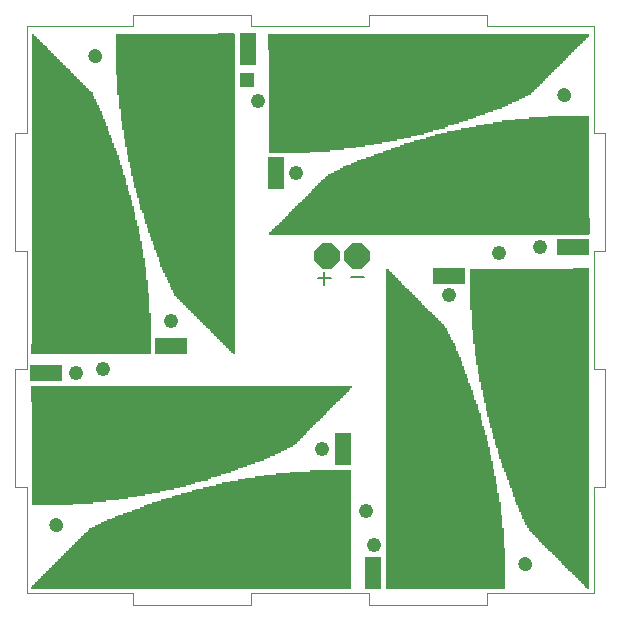
<source format=gts>
G75*
%MOIN*%
%OFA0B0*%
%FSLAX25Y25*%
%IPPOS*%
%LPD*%
%AMOC8*
5,1,8,0,0,1.08239X$1,22.5*
%
%ADD10C,0.00004*%
%ADD11C,0.00600*%
%ADD12C,0.00000*%
%ADD13C,0.04737*%
%ADD14R,0.05800X0.03300*%
%ADD15C,0.00256*%
%ADD16R,0.03300X0.05800*%
%ADD17R,0.10800X0.05800*%
%ADD18R,0.05800X0.10800*%
%ADD19OC8,0.08400*%
%ADD20R,0.04762X0.04762*%
%ADD21C,0.04762*%
D10*
X0004939Y0004939D02*
X0040372Y0004939D01*
X0040372Y0001002D01*
X0079742Y0001002D01*
X0079742Y0004939D01*
X0119112Y0004939D01*
X0119112Y0001002D01*
X0158482Y0001002D01*
X0158482Y0004939D01*
X0193915Y0004939D01*
X0193915Y0040372D01*
X0197852Y0040372D01*
X0197852Y0079742D01*
X0193915Y0079742D01*
X0193915Y0119112D01*
X0197852Y0119112D01*
X0197852Y0158482D01*
X0193915Y0158482D01*
X0193915Y0193915D01*
X0158482Y0193915D01*
X0158482Y0197852D01*
X0119112Y0197852D01*
X0119112Y0193915D01*
X0079742Y0193915D01*
X0079742Y0197852D01*
X0040372Y0197852D01*
X0040372Y0193915D01*
X0004939Y0193915D01*
X0004939Y0158482D01*
X0001002Y0158482D01*
X0001002Y0119112D01*
X0004939Y0119112D01*
X0004939Y0079742D01*
X0001002Y0079742D01*
X0001002Y0040372D01*
X0004939Y0040372D01*
X0004939Y0004939D01*
D11*
X0104225Y0107881D02*
X0104225Y0112152D01*
X0106360Y0110017D02*
X0102089Y0110017D01*
X0113113Y0110410D02*
X0117383Y0110410D01*
D12*
X0182104Y0171081D02*
X0182106Y0171169D01*
X0182112Y0171257D01*
X0182122Y0171345D01*
X0182136Y0171433D01*
X0182153Y0171519D01*
X0182175Y0171605D01*
X0182200Y0171689D01*
X0182230Y0171773D01*
X0182262Y0171855D01*
X0182299Y0171935D01*
X0182339Y0172014D01*
X0182383Y0172091D01*
X0182430Y0172166D01*
X0182480Y0172238D01*
X0182534Y0172309D01*
X0182590Y0172376D01*
X0182650Y0172442D01*
X0182712Y0172504D01*
X0182778Y0172564D01*
X0182845Y0172620D01*
X0182916Y0172674D01*
X0182988Y0172724D01*
X0183063Y0172771D01*
X0183140Y0172815D01*
X0183219Y0172855D01*
X0183299Y0172892D01*
X0183381Y0172924D01*
X0183465Y0172954D01*
X0183549Y0172979D01*
X0183635Y0173001D01*
X0183721Y0173018D01*
X0183809Y0173032D01*
X0183897Y0173042D01*
X0183985Y0173048D01*
X0184073Y0173050D01*
X0184161Y0173048D01*
X0184249Y0173042D01*
X0184337Y0173032D01*
X0184425Y0173018D01*
X0184511Y0173001D01*
X0184597Y0172979D01*
X0184681Y0172954D01*
X0184765Y0172924D01*
X0184847Y0172892D01*
X0184927Y0172855D01*
X0185006Y0172815D01*
X0185083Y0172771D01*
X0185158Y0172724D01*
X0185230Y0172674D01*
X0185301Y0172620D01*
X0185368Y0172564D01*
X0185434Y0172504D01*
X0185496Y0172442D01*
X0185556Y0172376D01*
X0185612Y0172309D01*
X0185666Y0172238D01*
X0185716Y0172166D01*
X0185763Y0172091D01*
X0185807Y0172014D01*
X0185847Y0171935D01*
X0185884Y0171855D01*
X0185916Y0171773D01*
X0185946Y0171689D01*
X0185971Y0171605D01*
X0185993Y0171519D01*
X0186010Y0171433D01*
X0186024Y0171345D01*
X0186034Y0171257D01*
X0186040Y0171169D01*
X0186042Y0171081D01*
X0186040Y0170993D01*
X0186034Y0170905D01*
X0186024Y0170817D01*
X0186010Y0170729D01*
X0185993Y0170643D01*
X0185971Y0170557D01*
X0185946Y0170473D01*
X0185916Y0170389D01*
X0185884Y0170307D01*
X0185847Y0170227D01*
X0185807Y0170148D01*
X0185763Y0170071D01*
X0185716Y0169996D01*
X0185666Y0169924D01*
X0185612Y0169853D01*
X0185556Y0169786D01*
X0185496Y0169720D01*
X0185434Y0169658D01*
X0185368Y0169598D01*
X0185301Y0169542D01*
X0185230Y0169488D01*
X0185158Y0169438D01*
X0185083Y0169391D01*
X0185006Y0169347D01*
X0184927Y0169307D01*
X0184847Y0169270D01*
X0184765Y0169238D01*
X0184681Y0169208D01*
X0184597Y0169183D01*
X0184511Y0169161D01*
X0184425Y0169144D01*
X0184337Y0169130D01*
X0184249Y0169120D01*
X0184161Y0169114D01*
X0184073Y0169112D01*
X0183985Y0169114D01*
X0183897Y0169120D01*
X0183809Y0169130D01*
X0183721Y0169144D01*
X0183635Y0169161D01*
X0183549Y0169183D01*
X0183465Y0169208D01*
X0183381Y0169238D01*
X0183299Y0169270D01*
X0183219Y0169307D01*
X0183140Y0169347D01*
X0183063Y0169391D01*
X0182988Y0169438D01*
X0182916Y0169488D01*
X0182845Y0169542D01*
X0182778Y0169598D01*
X0182712Y0169658D01*
X0182650Y0169720D01*
X0182590Y0169786D01*
X0182534Y0169853D01*
X0182480Y0169924D01*
X0182430Y0169996D01*
X0182383Y0170071D01*
X0182339Y0170148D01*
X0182299Y0170227D01*
X0182262Y0170307D01*
X0182230Y0170389D01*
X0182200Y0170473D01*
X0182175Y0170557D01*
X0182153Y0170643D01*
X0182136Y0170729D01*
X0182122Y0170817D01*
X0182112Y0170905D01*
X0182106Y0170993D01*
X0182104Y0171081D01*
X0025805Y0184073D02*
X0025807Y0184161D01*
X0025813Y0184249D01*
X0025823Y0184337D01*
X0025837Y0184425D01*
X0025854Y0184511D01*
X0025876Y0184597D01*
X0025901Y0184681D01*
X0025931Y0184765D01*
X0025963Y0184847D01*
X0026000Y0184927D01*
X0026040Y0185006D01*
X0026084Y0185083D01*
X0026131Y0185158D01*
X0026181Y0185230D01*
X0026235Y0185301D01*
X0026291Y0185368D01*
X0026351Y0185434D01*
X0026413Y0185496D01*
X0026479Y0185556D01*
X0026546Y0185612D01*
X0026617Y0185666D01*
X0026689Y0185716D01*
X0026764Y0185763D01*
X0026841Y0185807D01*
X0026920Y0185847D01*
X0027000Y0185884D01*
X0027082Y0185916D01*
X0027166Y0185946D01*
X0027250Y0185971D01*
X0027336Y0185993D01*
X0027422Y0186010D01*
X0027510Y0186024D01*
X0027598Y0186034D01*
X0027686Y0186040D01*
X0027774Y0186042D01*
X0027862Y0186040D01*
X0027950Y0186034D01*
X0028038Y0186024D01*
X0028126Y0186010D01*
X0028212Y0185993D01*
X0028298Y0185971D01*
X0028382Y0185946D01*
X0028466Y0185916D01*
X0028548Y0185884D01*
X0028628Y0185847D01*
X0028707Y0185807D01*
X0028784Y0185763D01*
X0028859Y0185716D01*
X0028931Y0185666D01*
X0029002Y0185612D01*
X0029069Y0185556D01*
X0029135Y0185496D01*
X0029197Y0185434D01*
X0029257Y0185368D01*
X0029313Y0185301D01*
X0029367Y0185230D01*
X0029417Y0185158D01*
X0029464Y0185083D01*
X0029508Y0185006D01*
X0029548Y0184927D01*
X0029585Y0184847D01*
X0029617Y0184765D01*
X0029647Y0184681D01*
X0029672Y0184597D01*
X0029694Y0184511D01*
X0029711Y0184425D01*
X0029725Y0184337D01*
X0029735Y0184249D01*
X0029741Y0184161D01*
X0029743Y0184073D01*
X0029741Y0183985D01*
X0029735Y0183897D01*
X0029725Y0183809D01*
X0029711Y0183721D01*
X0029694Y0183635D01*
X0029672Y0183549D01*
X0029647Y0183465D01*
X0029617Y0183381D01*
X0029585Y0183299D01*
X0029548Y0183219D01*
X0029508Y0183140D01*
X0029464Y0183063D01*
X0029417Y0182988D01*
X0029367Y0182916D01*
X0029313Y0182845D01*
X0029257Y0182778D01*
X0029197Y0182712D01*
X0029135Y0182650D01*
X0029069Y0182590D01*
X0029002Y0182534D01*
X0028931Y0182480D01*
X0028859Y0182430D01*
X0028784Y0182383D01*
X0028707Y0182339D01*
X0028628Y0182299D01*
X0028548Y0182262D01*
X0028466Y0182230D01*
X0028382Y0182200D01*
X0028298Y0182175D01*
X0028212Y0182153D01*
X0028126Y0182136D01*
X0028038Y0182122D01*
X0027950Y0182112D01*
X0027862Y0182106D01*
X0027774Y0182104D01*
X0027686Y0182106D01*
X0027598Y0182112D01*
X0027510Y0182122D01*
X0027422Y0182136D01*
X0027336Y0182153D01*
X0027250Y0182175D01*
X0027166Y0182200D01*
X0027082Y0182230D01*
X0027000Y0182262D01*
X0026920Y0182299D01*
X0026841Y0182339D01*
X0026764Y0182383D01*
X0026689Y0182430D01*
X0026617Y0182480D01*
X0026546Y0182534D01*
X0026479Y0182590D01*
X0026413Y0182650D01*
X0026351Y0182712D01*
X0026291Y0182778D01*
X0026235Y0182845D01*
X0026181Y0182916D01*
X0026131Y0182988D01*
X0026084Y0183063D01*
X0026040Y0183140D01*
X0026000Y0183219D01*
X0025963Y0183299D01*
X0025931Y0183381D01*
X0025901Y0183465D01*
X0025876Y0183549D01*
X0025854Y0183635D01*
X0025837Y0183721D01*
X0025823Y0183809D01*
X0025813Y0183897D01*
X0025807Y0183985D01*
X0025805Y0184073D01*
X0012812Y0027774D02*
X0012814Y0027862D01*
X0012820Y0027950D01*
X0012830Y0028038D01*
X0012844Y0028126D01*
X0012861Y0028212D01*
X0012883Y0028298D01*
X0012908Y0028382D01*
X0012938Y0028466D01*
X0012970Y0028548D01*
X0013007Y0028628D01*
X0013047Y0028707D01*
X0013091Y0028784D01*
X0013138Y0028859D01*
X0013188Y0028931D01*
X0013242Y0029002D01*
X0013298Y0029069D01*
X0013358Y0029135D01*
X0013420Y0029197D01*
X0013486Y0029257D01*
X0013553Y0029313D01*
X0013624Y0029367D01*
X0013696Y0029417D01*
X0013771Y0029464D01*
X0013848Y0029508D01*
X0013927Y0029548D01*
X0014007Y0029585D01*
X0014089Y0029617D01*
X0014173Y0029647D01*
X0014257Y0029672D01*
X0014343Y0029694D01*
X0014429Y0029711D01*
X0014517Y0029725D01*
X0014605Y0029735D01*
X0014693Y0029741D01*
X0014781Y0029743D01*
X0014869Y0029741D01*
X0014957Y0029735D01*
X0015045Y0029725D01*
X0015133Y0029711D01*
X0015219Y0029694D01*
X0015305Y0029672D01*
X0015389Y0029647D01*
X0015473Y0029617D01*
X0015555Y0029585D01*
X0015635Y0029548D01*
X0015714Y0029508D01*
X0015791Y0029464D01*
X0015866Y0029417D01*
X0015938Y0029367D01*
X0016009Y0029313D01*
X0016076Y0029257D01*
X0016142Y0029197D01*
X0016204Y0029135D01*
X0016264Y0029069D01*
X0016320Y0029002D01*
X0016374Y0028931D01*
X0016424Y0028859D01*
X0016471Y0028784D01*
X0016515Y0028707D01*
X0016555Y0028628D01*
X0016592Y0028548D01*
X0016624Y0028466D01*
X0016654Y0028382D01*
X0016679Y0028298D01*
X0016701Y0028212D01*
X0016718Y0028126D01*
X0016732Y0028038D01*
X0016742Y0027950D01*
X0016748Y0027862D01*
X0016750Y0027774D01*
X0016748Y0027686D01*
X0016742Y0027598D01*
X0016732Y0027510D01*
X0016718Y0027422D01*
X0016701Y0027336D01*
X0016679Y0027250D01*
X0016654Y0027166D01*
X0016624Y0027082D01*
X0016592Y0027000D01*
X0016555Y0026920D01*
X0016515Y0026841D01*
X0016471Y0026764D01*
X0016424Y0026689D01*
X0016374Y0026617D01*
X0016320Y0026546D01*
X0016264Y0026479D01*
X0016204Y0026413D01*
X0016142Y0026351D01*
X0016076Y0026291D01*
X0016009Y0026235D01*
X0015938Y0026181D01*
X0015866Y0026131D01*
X0015791Y0026084D01*
X0015714Y0026040D01*
X0015635Y0026000D01*
X0015555Y0025963D01*
X0015473Y0025931D01*
X0015389Y0025901D01*
X0015305Y0025876D01*
X0015219Y0025854D01*
X0015133Y0025837D01*
X0015045Y0025823D01*
X0014957Y0025813D01*
X0014869Y0025807D01*
X0014781Y0025805D01*
X0014693Y0025807D01*
X0014605Y0025813D01*
X0014517Y0025823D01*
X0014429Y0025837D01*
X0014343Y0025854D01*
X0014257Y0025876D01*
X0014173Y0025901D01*
X0014089Y0025931D01*
X0014007Y0025963D01*
X0013927Y0026000D01*
X0013848Y0026040D01*
X0013771Y0026084D01*
X0013696Y0026131D01*
X0013624Y0026181D01*
X0013553Y0026235D01*
X0013486Y0026291D01*
X0013420Y0026351D01*
X0013358Y0026413D01*
X0013298Y0026479D01*
X0013242Y0026546D01*
X0013188Y0026617D01*
X0013138Y0026689D01*
X0013091Y0026764D01*
X0013047Y0026841D01*
X0013007Y0026920D01*
X0012970Y0027000D01*
X0012938Y0027082D01*
X0012908Y0027166D01*
X0012883Y0027250D01*
X0012861Y0027336D01*
X0012844Y0027422D01*
X0012830Y0027510D01*
X0012820Y0027598D01*
X0012814Y0027686D01*
X0012812Y0027774D01*
X0169112Y0014781D02*
X0169114Y0014869D01*
X0169120Y0014957D01*
X0169130Y0015045D01*
X0169144Y0015133D01*
X0169161Y0015219D01*
X0169183Y0015305D01*
X0169208Y0015389D01*
X0169238Y0015473D01*
X0169270Y0015555D01*
X0169307Y0015635D01*
X0169347Y0015714D01*
X0169391Y0015791D01*
X0169438Y0015866D01*
X0169488Y0015938D01*
X0169542Y0016009D01*
X0169598Y0016076D01*
X0169658Y0016142D01*
X0169720Y0016204D01*
X0169786Y0016264D01*
X0169853Y0016320D01*
X0169924Y0016374D01*
X0169996Y0016424D01*
X0170071Y0016471D01*
X0170148Y0016515D01*
X0170227Y0016555D01*
X0170307Y0016592D01*
X0170389Y0016624D01*
X0170473Y0016654D01*
X0170557Y0016679D01*
X0170643Y0016701D01*
X0170729Y0016718D01*
X0170817Y0016732D01*
X0170905Y0016742D01*
X0170993Y0016748D01*
X0171081Y0016750D01*
X0171169Y0016748D01*
X0171257Y0016742D01*
X0171345Y0016732D01*
X0171433Y0016718D01*
X0171519Y0016701D01*
X0171605Y0016679D01*
X0171689Y0016654D01*
X0171773Y0016624D01*
X0171855Y0016592D01*
X0171935Y0016555D01*
X0172014Y0016515D01*
X0172091Y0016471D01*
X0172166Y0016424D01*
X0172238Y0016374D01*
X0172309Y0016320D01*
X0172376Y0016264D01*
X0172442Y0016204D01*
X0172504Y0016142D01*
X0172564Y0016076D01*
X0172620Y0016009D01*
X0172674Y0015938D01*
X0172724Y0015866D01*
X0172771Y0015791D01*
X0172815Y0015714D01*
X0172855Y0015635D01*
X0172892Y0015555D01*
X0172924Y0015473D01*
X0172954Y0015389D01*
X0172979Y0015305D01*
X0173001Y0015219D01*
X0173018Y0015133D01*
X0173032Y0015045D01*
X0173042Y0014957D01*
X0173048Y0014869D01*
X0173050Y0014781D01*
X0173048Y0014693D01*
X0173042Y0014605D01*
X0173032Y0014517D01*
X0173018Y0014429D01*
X0173001Y0014343D01*
X0172979Y0014257D01*
X0172954Y0014173D01*
X0172924Y0014089D01*
X0172892Y0014007D01*
X0172855Y0013927D01*
X0172815Y0013848D01*
X0172771Y0013771D01*
X0172724Y0013696D01*
X0172674Y0013624D01*
X0172620Y0013553D01*
X0172564Y0013486D01*
X0172504Y0013420D01*
X0172442Y0013358D01*
X0172376Y0013298D01*
X0172309Y0013242D01*
X0172238Y0013188D01*
X0172166Y0013138D01*
X0172091Y0013091D01*
X0172014Y0013047D01*
X0171935Y0013007D01*
X0171855Y0012970D01*
X0171773Y0012938D01*
X0171689Y0012908D01*
X0171605Y0012883D01*
X0171519Y0012861D01*
X0171433Y0012844D01*
X0171345Y0012830D01*
X0171257Y0012820D01*
X0171169Y0012814D01*
X0171081Y0012812D01*
X0170993Y0012814D01*
X0170905Y0012820D01*
X0170817Y0012830D01*
X0170729Y0012844D01*
X0170643Y0012861D01*
X0170557Y0012883D01*
X0170473Y0012908D01*
X0170389Y0012938D01*
X0170307Y0012970D01*
X0170227Y0013007D01*
X0170148Y0013047D01*
X0170071Y0013091D01*
X0169996Y0013138D01*
X0169924Y0013188D01*
X0169853Y0013242D01*
X0169786Y0013298D01*
X0169720Y0013358D01*
X0169658Y0013420D01*
X0169598Y0013486D01*
X0169542Y0013553D01*
X0169488Y0013624D01*
X0169438Y0013696D01*
X0169391Y0013771D01*
X0169347Y0013848D01*
X0169307Y0013927D01*
X0169270Y0014007D01*
X0169238Y0014089D01*
X0169208Y0014173D01*
X0169183Y0014257D01*
X0169161Y0014343D01*
X0169144Y0014429D01*
X0169130Y0014517D01*
X0169120Y0014605D01*
X0169114Y0014693D01*
X0169112Y0014781D01*
D13*
X0171081Y0014781D03*
X0014781Y0027774D03*
X0027774Y0184073D03*
X0184073Y0171081D03*
D14*
X0189646Y0111790D03*
X0127319Y0007930D03*
X0009208Y0086277D03*
X0071536Y0190137D03*
D15*
X0074092Y0190096D02*
X0034722Y0190096D01*
X0034722Y0190350D02*
X0074092Y0190350D01*
X0074092Y0190604D02*
X0034722Y0190604D01*
X0034722Y0190858D02*
X0074092Y0190858D01*
X0074092Y0191112D02*
X0034722Y0191112D01*
X0034722Y0191367D02*
X0074092Y0191367D01*
X0074092Y0191415D02*
X0074092Y0147188D01*
X0074092Y0085065D01*
X0073581Y0085065D01*
X0073581Y0085576D01*
X0073070Y0085576D01*
X0073070Y0086087D01*
X0072558Y0086087D01*
X0072558Y0086599D01*
X0072047Y0086599D01*
X0072047Y0087110D01*
X0071536Y0087110D01*
X0071536Y0087621D01*
X0071024Y0087621D01*
X0071024Y0088133D01*
X0070513Y0088133D01*
X0070513Y0088644D01*
X0070002Y0088644D01*
X0070002Y0089155D01*
X0069491Y0089155D01*
X0069491Y0089666D01*
X0068979Y0089666D01*
X0068979Y0090178D01*
X0068468Y0090178D01*
X0068468Y0090689D01*
X0067957Y0090689D01*
X0067957Y0091200D01*
X0067445Y0091200D01*
X0067445Y0091712D01*
X0066934Y0091712D01*
X0066934Y0092223D01*
X0066423Y0092223D01*
X0066423Y0092734D01*
X0065911Y0092734D01*
X0065911Y0093246D01*
X0065400Y0093246D01*
X0065400Y0093757D01*
X0064889Y0093757D01*
X0064889Y0094268D01*
X0064378Y0094268D01*
X0064378Y0094779D01*
X0063866Y0094779D01*
X0063866Y0095291D01*
X0063355Y0095291D01*
X0063355Y0095802D01*
X0062844Y0095802D01*
X0062844Y0096313D01*
X0062332Y0096313D01*
X0062332Y0096825D01*
X0061821Y0096825D01*
X0061821Y0097336D01*
X0061310Y0097336D01*
X0061310Y0097847D01*
X0060798Y0097847D01*
X0060798Y0098359D01*
X0060287Y0098359D01*
X0060287Y0098870D01*
X0059776Y0098870D01*
X0059776Y0099381D01*
X0059265Y0099381D01*
X0059265Y0099892D01*
X0058753Y0099892D01*
X0058753Y0100404D01*
X0058242Y0100404D01*
X0058242Y0100915D01*
X0057731Y0100915D01*
X0057731Y0101426D01*
X0057219Y0101426D01*
X0057219Y0101938D01*
X0056708Y0101938D01*
X0056708Y0102449D01*
X0056197Y0102449D01*
X0056197Y0102960D01*
X0055685Y0102960D01*
X0055685Y0103472D01*
X0055174Y0103472D01*
X0055174Y0103983D01*
X0054663Y0103983D01*
X0054663Y0104494D01*
X0054152Y0104494D01*
X0054152Y0105517D01*
X0053640Y0105517D01*
X0053640Y0106539D01*
X0053129Y0106539D01*
X0053129Y0107562D01*
X0052618Y0107562D01*
X0052618Y0108585D01*
X0052106Y0108585D01*
X0052106Y0109607D01*
X0051595Y0109607D01*
X0051595Y0110630D01*
X0051084Y0110630D01*
X0051084Y0112164D01*
X0050572Y0112164D01*
X0050572Y0113186D01*
X0050061Y0113186D01*
X0050061Y0114209D01*
X0049550Y0114209D01*
X0049550Y0115743D01*
X0049039Y0115743D01*
X0049039Y0117277D01*
X0048527Y0117277D01*
X0048527Y0118811D01*
X0048016Y0118811D01*
X0048016Y0119833D01*
X0047505Y0119833D01*
X0047505Y0121367D01*
X0046993Y0121367D01*
X0046993Y0122901D01*
X0046482Y0122901D01*
X0046482Y0123924D01*
X0045971Y0123924D01*
X0045971Y0125457D01*
X0045459Y0125457D01*
X0045459Y0126991D01*
X0044948Y0126991D01*
X0044948Y0128525D01*
X0044437Y0128525D01*
X0044437Y0130059D01*
X0043926Y0130059D01*
X0043926Y0132104D01*
X0043414Y0132104D01*
X0043414Y0133127D01*
X0042903Y0133127D01*
X0042903Y0135172D01*
X0042392Y0135172D01*
X0042392Y0137217D01*
X0041880Y0137217D01*
X0041880Y0138751D01*
X0041369Y0138751D01*
X0041369Y0140285D01*
X0040858Y0140285D01*
X0040858Y0142330D01*
X0040346Y0142330D01*
X0040346Y0144376D01*
X0039835Y0144376D01*
X0039835Y0146932D01*
X0039324Y0146932D01*
X0039324Y0148977D01*
X0038813Y0148977D01*
X0038813Y0151534D01*
X0038301Y0151534D01*
X0038301Y0154090D01*
X0037790Y0154090D01*
X0037790Y0156647D01*
X0037279Y0156647D01*
X0037279Y0159715D01*
X0036767Y0159715D01*
X0036767Y0162782D01*
X0036256Y0162782D01*
X0036256Y0166873D01*
X0035745Y0166873D01*
X0035745Y0171474D01*
X0035233Y0171474D01*
X0035233Y0178121D01*
X0034722Y0178121D01*
X0034722Y0191415D01*
X0074092Y0191415D01*
X0074092Y0189842D02*
X0034722Y0189842D01*
X0034722Y0189588D02*
X0074092Y0189588D01*
X0074092Y0189333D02*
X0034722Y0189333D01*
X0034722Y0189079D02*
X0074092Y0189079D01*
X0074092Y0188825D02*
X0034722Y0188825D01*
X0034722Y0188571D02*
X0074092Y0188571D01*
X0074092Y0188317D02*
X0034722Y0188317D01*
X0034722Y0188063D02*
X0074092Y0188063D01*
X0074092Y0187808D02*
X0034722Y0187808D01*
X0034722Y0187554D02*
X0074092Y0187554D01*
X0074092Y0187300D02*
X0034722Y0187300D01*
X0034722Y0187046D02*
X0074092Y0187046D01*
X0074092Y0186792D02*
X0034722Y0186792D01*
X0034722Y0186538D02*
X0074092Y0186538D01*
X0074092Y0186283D02*
X0034722Y0186283D01*
X0034722Y0186029D02*
X0074092Y0186029D01*
X0074092Y0185775D02*
X0034722Y0185775D01*
X0034722Y0185521D02*
X0074092Y0185521D01*
X0074092Y0185267D02*
X0034722Y0185267D01*
X0034722Y0185013D02*
X0074092Y0185013D01*
X0074092Y0184759D02*
X0034722Y0184759D01*
X0034722Y0184504D02*
X0074092Y0184504D01*
X0074092Y0184250D02*
X0034722Y0184250D01*
X0034722Y0183996D02*
X0074092Y0183996D01*
X0074092Y0183742D02*
X0034722Y0183742D01*
X0034722Y0183488D02*
X0074092Y0183488D01*
X0074092Y0183234D02*
X0034722Y0183234D01*
X0034722Y0182979D02*
X0074092Y0182979D01*
X0074092Y0182725D02*
X0034722Y0182725D01*
X0034722Y0182471D02*
X0074092Y0182471D01*
X0074092Y0182217D02*
X0034722Y0182217D01*
X0034722Y0181963D02*
X0074092Y0181963D01*
X0074092Y0181709D02*
X0034722Y0181709D01*
X0034722Y0181454D02*
X0074092Y0181454D01*
X0074092Y0181200D02*
X0034722Y0181200D01*
X0034722Y0180946D02*
X0074092Y0180946D01*
X0074092Y0180692D02*
X0034722Y0180692D01*
X0034722Y0180438D02*
X0074092Y0180438D01*
X0074092Y0180184D02*
X0034722Y0180184D01*
X0034722Y0179930D02*
X0074092Y0179930D01*
X0074092Y0179675D02*
X0034722Y0179675D01*
X0034722Y0179421D02*
X0074092Y0179421D01*
X0074092Y0179167D02*
X0034722Y0179167D01*
X0034722Y0178913D02*
X0074092Y0178913D01*
X0074092Y0178659D02*
X0034722Y0178659D01*
X0034722Y0178405D02*
X0074092Y0178405D01*
X0074092Y0178150D02*
X0034722Y0178150D01*
X0035233Y0177896D02*
X0074092Y0177896D01*
X0074092Y0177642D02*
X0035233Y0177642D01*
X0035233Y0177388D02*
X0074092Y0177388D01*
X0074092Y0177134D02*
X0035233Y0177134D01*
X0035233Y0176880D02*
X0074092Y0176880D01*
X0074092Y0176625D02*
X0035233Y0176625D01*
X0035233Y0176371D02*
X0074092Y0176371D01*
X0074092Y0176117D02*
X0035233Y0176117D01*
X0035233Y0175863D02*
X0074092Y0175863D01*
X0074092Y0175609D02*
X0035233Y0175609D01*
X0035233Y0175355D02*
X0074092Y0175355D01*
X0074092Y0175101D02*
X0035233Y0175101D01*
X0035233Y0174846D02*
X0074092Y0174846D01*
X0074092Y0174592D02*
X0035233Y0174592D01*
X0035233Y0174338D02*
X0074092Y0174338D01*
X0074092Y0174084D02*
X0035233Y0174084D01*
X0035233Y0173830D02*
X0074092Y0173830D01*
X0074092Y0173576D02*
X0035233Y0173576D01*
X0035233Y0173321D02*
X0074092Y0173321D01*
X0074092Y0173067D02*
X0035233Y0173067D01*
X0035233Y0172813D02*
X0074092Y0172813D01*
X0074092Y0172559D02*
X0035233Y0172559D01*
X0035233Y0172305D02*
X0074092Y0172305D01*
X0074092Y0172051D02*
X0035233Y0172051D01*
X0035233Y0171796D02*
X0074092Y0171796D01*
X0074092Y0171542D02*
X0035233Y0171542D01*
X0035745Y0171288D02*
X0074092Y0171288D01*
X0074092Y0171034D02*
X0035745Y0171034D01*
X0035745Y0170780D02*
X0074092Y0170780D01*
X0074092Y0170526D02*
X0035745Y0170526D01*
X0035745Y0170272D02*
X0074092Y0170272D01*
X0074092Y0170017D02*
X0035745Y0170017D01*
X0035745Y0169763D02*
X0074092Y0169763D01*
X0074092Y0169509D02*
X0035745Y0169509D01*
X0035745Y0169255D02*
X0074092Y0169255D01*
X0074092Y0169001D02*
X0035745Y0169001D01*
X0035745Y0168747D02*
X0074092Y0168747D01*
X0074092Y0168492D02*
X0035745Y0168492D01*
X0035745Y0168238D02*
X0074092Y0168238D01*
X0074092Y0167984D02*
X0035745Y0167984D01*
X0035745Y0167730D02*
X0074092Y0167730D01*
X0074092Y0167476D02*
X0035745Y0167476D01*
X0035745Y0167222D02*
X0074092Y0167222D01*
X0074092Y0166967D02*
X0035745Y0166967D01*
X0036256Y0166713D02*
X0074092Y0166713D01*
X0074092Y0166459D02*
X0036256Y0166459D01*
X0036256Y0166205D02*
X0074092Y0166205D01*
X0074092Y0165951D02*
X0036256Y0165951D01*
X0036256Y0165697D02*
X0074092Y0165697D01*
X0074092Y0165442D02*
X0036256Y0165442D01*
X0036256Y0165188D02*
X0074092Y0165188D01*
X0074092Y0164934D02*
X0036256Y0164934D01*
X0036256Y0164680D02*
X0074092Y0164680D01*
X0074092Y0164426D02*
X0036256Y0164426D01*
X0036256Y0164172D02*
X0074092Y0164172D01*
X0074092Y0163918D02*
X0036256Y0163918D01*
X0036256Y0163663D02*
X0074092Y0163663D01*
X0074092Y0163409D02*
X0036256Y0163409D01*
X0036256Y0163155D02*
X0074092Y0163155D01*
X0074092Y0162901D02*
X0036256Y0162901D01*
X0036767Y0162647D02*
X0074092Y0162647D01*
X0074092Y0162393D02*
X0036767Y0162393D01*
X0036767Y0162138D02*
X0074092Y0162138D01*
X0074092Y0161884D02*
X0036767Y0161884D01*
X0036767Y0161630D02*
X0074092Y0161630D01*
X0074092Y0161376D02*
X0036767Y0161376D01*
X0036767Y0161122D02*
X0074092Y0161122D01*
X0074092Y0160868D02*
X0036767Y0160868D01*
X0036767Y0160613D02*
X0074092Y0160613D01*
X0074092Y0160359D02*
X0036767Y0160359D01*
X0036767Y0160105D02*
X0074092Y0160105D01*
X0074092Y0159851D02*
X0036767Y0159851D01*
X0037279Y0159597D02*
X0074092Y0159597D01*
X0074092Y0159343D02*
X0037279Y0159343D01*
X0037279Y0159089D02*
X0074092Y0159089D01*
X0074092Y0158834D02*
X0037279Y0158834D01*
X0037279Y0158580D02*
X0074092Y0158580D01*
X0074092Y0158326D02*
X0037279Y0158326D01*
X0037279Y0158072D02*
X0074092Y0158072D01*
X0074092Y0157818D02*
X0037279Y0157818D01*
X0037279Y0157564D02*
X0074092Y0157564D01*
X0074092Y0157309D02*
X0037279Y0157309D01*
X0037279Y0157055D02*
X0074092Y0157055D01*
X0074092Y0156801D02*
X0037279Y0156801D01*
X0037790Y0156547D02*
X0074092Y0156547D01*
X0074092Y0156293D02*
X0037790Y0156293D01*
X0037790Y0156039D02*
X0074092Y0156039D01*
X0074092Y0155784D02*
X0037790Y0155784D01*
X0037790Y0155530D02*
X0074092Y0155530D01*
X0074092Y0155276D02*
X0037790Y0155276D01*
X0037790Y0155022D02*
X0074092Y0155022D01*
X0074092Y0154768D02*
X0037790Y0154768D01*
X0037790Y0154514D02*
X0074092Y0154514D01*
X0074092Y0154260D02*
X0037790Y0154260D01*
X0038301Y0154005D02*
X0074092Y0154005D01*
X0074092Y0153751D02*
X0038301Y0153751D01*
X0038301Y0153497D02*
X0074092Y0153497D01*
X0074092Y0153243D02*
X0038301Y0153243D01*
X0038301Y0152989D02*
X0074092Y0152989D01*
X0074092Y0152735D02*
X0038301Y0152735D01*
X0038301Y0152480D02*
X0074092Y0152480D01*
X0074092Y0152226D02*
X0038301Y0152226D01*
X0038301Y0151972D02*
X0074092Y0151972D01*
X0074092Y0151718D02*
X0038301Y0151718D01*
X0038813Y0151464D02*
X0074092Y0151464D01*
X0074092Y0151210D02*
X0038813Y0151210D01*
X0038813Y0150955D02*
X0074092Y0150955D01*
X0074092Y0150701D02*
X0038813Y0150701D01*
X0038813Y0150447D02*
X0074092Y0150447D01*
X0074092Y0150193D02*
X0038813Y0150193D01*
X0038813Y0149939D02*
X0074092Y0149939D01*
X0074092Y0149685D02*
X0038813Y0149685D01*
X0038813Y0149431D02*
X0074092Y0149431D01*
X0074092Y0149176D02*
X0038813Y0149176D01*
X0039324Y0148922D02*
X0074092Y0148922D01*
X0074092Y0148668D02*
X0039324Y0148668D01*
X0039324Y0148414D02*
X0074092Y0148414D01*
X0074092Y0148160D02*
X0039324Y0148160D01*
X0039324Y0147906D02*
X0074092Y0147906D01*
X0074092Y0147651D02*
X0039324Y0147651D01*
X0039324Y0147397D02*
X0074092Y0147397D01*
X0074092Y0147143D02*
X0039324Y0147143D01*
X0039835Y0146889D02*
X0074092Y0146889D01*
X0074092Y0146635D02*
X0039835Y0146635D01*
X0039835Y0146381D02*
X0074092Y0146381D01*
X0074092Y0146126D02*
X0039835Y0146126D01*
X0039835Y0145872D02*
X0074092Y0145872D01*
X0074092Y0145618D02*
X0039835Y0145618D01*
X0039835Y0145364D02*
X0074092Y0145364D01*
X0074092Y0145110D02*
X0039835Y0145110D01*
X0039835Y0144856D02*
X0074092Y0144856D01*
X0074092Y0144602D02*
X0039835Y0144602D01*
X0040346Y0144347D02*
X0074092Y0144347D01*
X0074092Y0144093D02*
X0040346Y0144093D01*
X0040346Y0143839D02*
X0074092Y0143839D01*
X0074092Y0143585D02*
X0040346Y0143585D01*
X0040346Y0143331D02*
X0074092Y0143331D01*
X0074092Y0143077D02*
X0040346Y0143077D01*
X0040346Y0142822D02*
X0074092Y0142822D01*
X0074092Y0142568D02*
X0040346Y0142568D01*
X0040858Y0142314D02*
X0074092Y0142314D01*
X0074092Y0142060D02*
X0040858Y0142060D01*
X0040858Y0141806D02*
X0074092Y0141806D01*
X0074092Y0141552D02*
X0040858Y0141552D01*
X0040858Y0141297D02*
X0074092Y0141297D01*
X0074092Y0141043D02*
X0040858Y0141043D01*
X0040858Y0140789D02*
X0074092Y0140789D01*
X0074092Y0140535D02*
X0040858Y0140535D01*
X0041369Y0140281D02*
X0074092Y0140281D01*
X0074092Y0140027D02*
X0041369Y0140027D01*
X0041369Y0139772D02*
X0074092Y0139772D01*
X0074092Y0139518D02*
X0041369Y0139518D01*
X0041369Y0139264D02*
X0074092Y0139264D01*
X0074092Y0139010D02*
X0041369Y0139010D01*
X0041369Y0138756D02*
X0074092Y0138756D01*
X0074092Y0138502D02*
X0041880Y0138502D01*
X0041880Y0138248D02*
X0074092Y0138248D01*
X0074092Y0137993D02*
X0041880Y0137993D01*
X0041880Y0137739D02*
X0074092Y0137739D01*
X0074092Y0137485D02*
X0041880Y0137485D01*
X0041880Y0137231D02*
X0074092Y0137231D01*
X0074092Y0136977D02*
X0042392Y0136977D01*
X0042392Y0136723D02*
X0074092Y0136723D01*
X0074092Y0136468D02*
X0042392Y0136468D01*
X0042392Y0136214D02*
X0074092Y0136214D01*
X0074092Y0135960D02*
X0042392Y0135960D01*
X0042392Y0135706D02*
X0074092Y0135706D01*
X0074092Y0135452D02*
X0042392Y0135452D01*
X0042392Y0135198D02*
X0074092Y0135198D01*
X0074092Y0134943D02*
X0042903Y0134943D01*
X0042903Y0134689D02*
X0074092Y0134689D01*
X0074092Y0134435D02*
X0042903Y0134435D01*
X0042903Y0134181D02*
X0074092Y0134181D01*
X0074092Y0133927D02*
X0042903Y0133927D01*
X0042903Y0133673D02*
X0074092Y0133673D01*
X0074092Y0133419D02*
X0042903Y0133419D01*
X0042903Y0133164D02*
X0074092Y0133164D01*
X0074092Y0132910D02*
X0043414Y0132910D01*
X0043414Y0132656D02*
X0074092Y0132656D01*
X0074092Y0132402D02*
X0043414Y0132402D01*
X0043414Y0132148D02*
X0074092Y0132148D01*
X0074092Y0131894D02*
X0043926Y0131894D01*
X0043926Y0131639D02*
X0074092Y0131639D01*
X0074092Y0131385D02*
X0043926Y0131385D01*
X0043926Y0131131D02*
X0074092Y0131131D01*
X0074092Y0130877D02*
X0043926Y0130877D01*
X0043926Y0130623D02*
X0074092Y0130623D01*
X0074092Y0130369D02*
X0043926Y0130369D01*
X0043926Y0130114D02*
X0074092Y0130114D01*
X0074092Y0129860D02*
X0044437Y0129860D01*
X0044437Y0129606D02*
X0074092Y0129606D01*
X0074092Y0129352D02*
X0044437Y0129352D01*
X0044437Y0129098D02*
X0074092Y0129098D01*
X0074092Y0128844D02*
X0044437Y0128844D01*
X0044437Y0128590D02*
X0074092Y0128590D01*
X0074092Y0128335D02*
X0044948Y0128335D01*
X0044948Y0128081D02*
X0074092Y0128081D01*
X0074092Y0127827D02*
X0044948Y0127827D01*
X0044948Y0127573D02*
X0074092Y0127573D01*
X0074092Y0127319D02*
X0044948Y0127319D01*
X0044948Y0127065D02*
X0074092Y0127065D01*
X0074092Y0126810D02*
X0045459Y0126810D01*
X0045459Y0126556D02*
X0074092Y0126556D01*
X0074092Y0126302D02*
X0045459Y0126302D01*
X0045459Y0126048D02*
X0074092Y0126048D01*
X0074092Y0125794D02*
X0045459Y0125794D01*
X0045459Y0125540D02*
X0074092Y0125540D01*
X0074092Y0125285D02*
X0045971Y0125285D01*
X0045971Y0125031D02*
X0074092Y0125031D01*
X0074092Y0124777D02*
X0045971Y0124777D01*
X0045971Y0124523D02*
X0074092Y0124523D01*
X0074092Y0124269D02*
X0045971Y0124269D01*
X0045971Y0124015D02*
X0074092Y0124015D01*
X0074092Y0123761D02*
X0046482Y0123761D01*
X0046482Y0123506D02*
X0074092Y0123506D01*
X0074092Y0123252D02*
X0046482Y0123252D01*
X0046482Y0122998D02*
X0074092Y0122998D01*
X0074092Y0122744D02*
X0046993Y0122744D01*
X0046993Y0122490D02*
X0074092Y0122490D01*
X0074092Y0122236D02*
X0046993Y0122236D01*
X0046993Y0121981D02*
X0074092Y0121981D01*
X0074092Y0121727D02*
X0046993Y0121727D01*
X0046993Y0121473D02*
X0074092Y0121473D01*
X0074092Y0121219D02*
X0047505Y0121219D01*
X0047505Y0120965D02*
X0074092Y0120965D01*
X0074092Y0120711D02*
X0047505Y0120711D01*
X0047505Y0120456D02*
X0074092Y0120456D01*
X0074092Y0120202D02*
X0047505Y0120202D01*
X0047505Y0119948D02*
X0074092Y0119948D01*
X0074092Y0119694D02*
X0048016Y0119694D01*
X0048016Y0119440D02*
X0074092Y0119440D01*
X0074092Y0119186D02*
X0048016Y0119186D01*
X0048016Y0118931D02*
X0074092Y0118931D01*
X0074092Y0118677D02*
X0048527Y0118677D01*
X0048527Y0118423D02*
X0074092Y0118423D01*
X0074092Y0118169D02*
X0048527Y0118169D01*
X0048527Y0117915D02*
X0074092Y0117915D01*
X0074092Y0117661D02*
X0048527Y0117661D01*
X0048527Y0117407D02*
X0074092Y0117407D01*
X0074092Y0117152D02*
X0049039Y0117152D01*
X0049039Y0116898D02*
X0074092Y0116898D01*
X0074092Y0116644D02*
X0049039Y0116644D01*
X0049039Y0116390D02*
X0074092Y0116390D01*
X0074092Y0116136D02*
X0049039Y0116136D01*
X0049039Y0115882D02*
X0074092Y0115882D01*
X0074092Y0115627D02*
X0049550Y0115627D01*
X0049550Y0115373D02*
X0074092Y0115373D01*
X0074092Y0115119D02*
X0049550Y0115119D01*
X0049550Y0114865D02*
X0074092Y0114865D01*
X0074092Y0114611D02*
X0049550Y0114611D01*
X0049550Y0114357D02*
X0074092Y0114357D01*
X0074092Y0114102D02*
X0050061Y0114102D01*
X0050061Y0113848D02*
X0074092Y0113848D01*
X0074092Y0113594D02*
X0050061Y0113594D01*
X0050061Y0113340D02*
X0074092Y0113340D01*
X0074092Y0113086D02*
X0050572Y0113086D01*
X0050572Y0112832D02*
X0074092Y0112832D01*
X0074092Y0112578D02*
X0050572Y0112578D01*
X0050572Y0112323D02*
X0074092Y0112323D01*
X0074092Y0112069D02*
X0051084Y0112069D01*
X0051084Y0111815D02*
X0074092Y0111815D01*
X0074092Y0111561D02*
X0051084Y0111561D01*
X0051084Y0111307D02*
X0074092Y0111307D01*
X0074092Y0111053D02*
X0051084Y0111053D01*
X0051084Y0110798D02*
X0074092Y0110798D01*
X0074092Y0110544D02*
X0051595Y0110544D01*
X0051595Y0110290D02*
X0074092Y0110290D01*
X0074092Y0110036D02*
X0051595Y0110036D01*
X0051595Y0109782D02*
X0074092Y0109782D01*
X0074092Y0109528D02*
X0052106Y0109528D01*
X0052106Y0109273D02*
X0074092Y0109273D01*
X0074092Y0109019D02*
X0052106Y0109019D01*
X0052106Y0108765D02*
X0074092Y0108765D01*
X0074092Y0108511D02*
X0052618Y0108511D01*
X0052618Y0108257D02*
X0074092Y0108257D01*
X0074092Y0108003D02*
X0052618Y0108003D01*
X0052618Y0107749D02*
X0074092Y0107749D01*
X0074092Y0107494D02*
X0053129Y0107494D01*
X0053129Y0107240D02*
X0074092Y0107240D01*
X0074092Y0106986D02*
X0053129Y0106986D01*
X0053129Y0106732D02*
X0074092Y0106732D01*
X0074092Y0106478D02*
X0053640Y0106478D01*
X0053640Y0106224D02*
X0074092Y0106224D01*
X0074092Y0105969D02*
X0053640Y0105969D01*
X0053640Y0105715D02*
X0074092Y0105715D01*
X0074092Y0105461D02*
X0054152Y0105461D01*
X0054152Y0105207D02*
X0074092Y0105207D01*
X0074092Y0104953D02*
X0054152Y0104953D01*
X0054152Y0104699D02*
X0074092Y0104699D01*
X0074092Y0104444D02*
X0054663Y0104444D01*
X0054663Y0104190D02*
X0074092Y0104190D01*
X0074092Y0103936D02*
X0055174Y0103936D01*
X0055174Y0103682D02*
X0074092Y0103682D01*
X0074092Y0103428D02*
X0055685Y0103428D01*
X0055685Y0103174D02*
X0074092Y0103174D01*
X0074092Y0102920D02*
X0056197Y0102920D01*
X0056197Y0102665D02*
X0074092Y0102665D01*
X0074092Y0102411D02*
X0056708Y0102411D01*
X0056708Y0102157D02*
X0074092Y0102157D01*
X0074092Y0101903D02*
X0057219Y0101903D01*
X0057219Y0101649D02*
X0074092Y0101649D01*
X0074092Y0101395D02*
X0057731Y0101395D01*
X0057731Y0101140D02*
X0074092Y0101140D01*
X0074092Y0100886D02*
X0058242Y0100886D01*
X0058242Y0100632D02*
X0074092Y0100632D01*
X0074092Y0100378D02*
X0058753Y0100378D01*
X0058753Y0100124D02*
X0074092Y0100124D01*
X0074092Y0099870D02*
X0059265Y0099870D01*
X0059265Y0099615D02*
X0074092Y0099615D01*
X0074092Y0099361D02*
X0059776Y0099361D01*
X0059776Y0099107D02*
X0074092Y0099107D01*
X0074092Y0098853D02*
X0060287Y0098853D01*
X0060287Y0098599D02*
X0074092Y0098599D01*
X0074092Y0098345D02*
X0060798Y0098345D01*
X0060798Y0098091D02*
X0074092Y0098091D01*
X0074092Y0097836D02*
X0061310Y0097836D01*
X0061310Y0097582D02*
X0074092Y0097582D01*
X0074092Y0097328D02*
X0061821Y0097328D01*
X0061821Y0097074D02*
X0074092Y0097074D01*
X0074092Y0096820D02*
X0062332Y0096820D01*
X0062332Y0096566D02*
X0074092Y0096566D01*
X0074092Y0096311D02*
X0062844Y0096311D01*
X0062844Y0096057D02*
X0074092Y0096057D01*
X0074092Y0095803D02*
X0062844Y0095803D01*
X0063355Y0095549D02*
X0074092Y0095549D01*
X0074092Y0095295D02*
X0063355Y0095295D01*
X0063866Y0095041D02*
X0074092Y0095041D01*
X0074092Y0094786D02*
X0063866Y0094786D01*
X0064378Y0094532D02*
X0074092Y0094532D01*
X0074092Y0094278D02*
X0064378Y0094278D01*
X0064889Y0094024D02*
X0074092Y0094024D01*
X0074092Y0093770D02*
X0064889Y0093770D01*
X0065400Y0093516D02*
X0074092Y0093516D01*
X0074092Y0093261D02*
X0065400Y0093261D01*
X0065911Y0093007D02*
X0074092Y0093007D01*
X0074092Y0092753D02*
X0065911Y0092753D01*
X0066423Y0092499D02*
X0074092Y0092499D01*
X0074092Y0092245D02*
X0066423Y0092245D01*
X0066934Y0091991D02*
X0074092Y0091991D01*
X0074092Y0091737D02*
X0066934Y0091737D01*
X0067445Y0091482D02*
X0074092Y0091482D01*
X0074092Y0091228D02*
X0067445Y0091228D01*
X0067957Y0090974D02*
X0074092Y0090974D01*
X0074092Y0090720D02*
X0067957Y0090720D01*
X0068468Y0090466D02*
X0074092Y0090466D01*
X0074092Y0090212D02*
X0068468Y0090212D01*
X0068979Y0089957D02*
X0074092Y0089957D01*
X0074092Y0089703D02*
X0068979Y0089703D01*
X0069491Y0089449D02*
X0074092Y0089449D01*
X0074092Y0089195D02*
X0069491Y0089195D01*
X0070002Y0088941D02*
X0074092Y0088941D01*
X0074092Y0088687D02*
X0070002Y0088687D01*
X0070513Y0088432D02*
X0074092Y0088432D01*
X0074092Y0088178D02*
X0070513Y0088178D01*
X0071024Y0087924D02*
X0074092Y0087924D01*
X0074092Y0087670D02*
X0071024Y0087670D01*
X0071536Y0087416D02*
X0074092Y0087416D01*
X0074092Y0087162D02*
X0071536Y0087162D01*
X0072047Y0086908D02*
X0074092Y0086908D01*
X0074092Y0086653D02*
X0072047Y0086653D01*
X0072558Y0086399D02*
X0074092Y0086399D01*
X0074092Y0086145D02*
X0072558Y0086145D01*
X0073070Y0085891D02*
X0074092Y0085891D01*
X0074092Y0085637D02*
X0073070Y0085637D01*
X0073581Y0085383D02*
X0074092Y0085383D01*
X0074092Y0085128D02*
X0073581Y0085128D01*
X0050879Y0074092D02*
X0006652Y0074092D01*
X0006652Y0034722D01*
X0019946Y0034722D01*
X0019946Y0035233D01*
X0026593Y0035233D01*
X0026593Y0035745D01*
X0031194Y0035745D01*
X0031194Y0036256D01*
X0035285Y0036256D01*
X0035285Y0036767D01*
X0038352Y0036767D01*
X0038352Y0037279D01*
X0041420Y0037279D01*
X0041420Y0037790D01*
X0043977Y0037790D01*
X0043977Y0038301D01*
X0046533Y0038301D01*
X0046533Y0038813D01*
X0049090Y0038813D01*
X0049090Y0039324D01*
X0051135Y0039324D01*
X0051135Y0039835D01*
X0053691Y0039835D01*
X0053691Y0040346D01*
X0055737Y0040346D01*
X0055737Y0040858D01*
X0057782Y0040858D01*
X0057782Y0041369D01*
X0059316Y0041369D01*
X0059316Y0041880D01*
X0060850Y0041880D01*
X0060850Y0042392D01*
X0062895Y0042392D01*
X0062895Y0042903D01*
X0064940Y0042903D01*
X0064940Y0043414D01*
X0065963Y0043414D01*
X0065963Y0043926D01*
X0068008Y0043926D01*
X0068008Y0044437D01*
X0069542Y0044437D01*
X0069542Y0044948D01*
X0071076Y0044948D01*
X0071076Y0045459D01*
X0072609Y0045459D01*
X0072609Y0045971D01*
X0074143Y0045971D01*
X0074143Y0046482D01*
X0075166Y0046482D01*
X0075166Y0046993D01*
X0076700Y0046993D01*
X0076700Y0047505D01*
X0078234Y0047505D01*
X0078234Y0048016D01*
X0079256Y0048016D01*
X0079256Y0048527D01*
X0080790Y0048527D01*
X0080790Y0049039D01*
X0082324Y0049039D01*
X0082324Y0049550D01*
X0083858Y0049550D01*
X0083858Y0050061D01*
X0084881Y0050061D01*
X0084881Y0050572D01*
X0085903Y0050572D01*
X0085903Y0051084D01*
X0087437Y0051084D01*
X0087437Y0051595D01*
X0088460Y0051595D01*
X0088460Y0052106D01*
X0089482Y0052106D01*
X0089482Y0052618D01*
X0090505Y0052618D01*
X0090505Y0053129D01*
X0091528Y0053129D01*
X0091528Y0053640D01*
X0092550Y0053640D01*
X0092550Y0054152D01*
X0093573Y0054152D01*
X0093573Y0054663D01*
X0094084Y0054663D01*
X0094084Y0055174D01*
X0094595Y0055174D01*
X0094595Y0055685D01*
X0095107Y0055685D01*
X0095107Y0056197D01*
X0095618Y0056197D01*
X0095618Y0056708D01*
X0096129Y0056708D01*
X0096129Y0057219D01*
X0096641Y0057219D01*
X0096641Y0057731D01*
X0097152Y0057731D01*
X0097152Y0058242D01*
X0097663Y0058242D01*
X0097663Y0058753D01*
X0098174Y0058753D01*
X0098174Y0059265D01*
X0098686Y0059265D01*
X0098686Y0059776D01*
X0099197Y0059776D01*
X0099197Y0060287D01*
X0099708Y0060287D01*
X0099708Y0060798D01*
X0100220Y0060798D01*
X0100220Y0061310D01*
X0100731Y0061310D01*
X0100731Y0061821D01*
X0101242Y0061821D01*
X0101242Y0062332D01*
X0101754Y0062332D01*
X0101754Y0062844D01*
X0102265Y0062844D01*
X0102265Y0063355D01*
X0102776Y0063355D01*
X0102776Y0063866D01*
X0103287Y0063866D01*
X0103287Y0064378D01*
X0103799Y0064378D01*
X0103799Y0064889D01*
X0104310Y0064889D01*
X0104310Y0065400D01*
X0104821Y0065400D01*
X0104821Y0065911D01*
X0105333Y0065911D01*
X0105333Y0066423D01*
X0105844Y0066423D01*
X0105844Y0066934D01*
X0106355Y0066934D01*
X0106355Y0067445D01*
X0106867Y0067445D01*
X0106867Y0067957D01*
X0107378Y0067957D01*
X0107378Y0068468D01*
X0107889Y0068468D01*
X0107889Y0068979D01*
X0108400Y0068979D01*
X0108400Y0069491D01*
X0108912Y0069491D01*
X0108912Y0070002D01*
X0109423Y0070002D01*
X0109423Y0070513D01*
X0109934Y0070513D01*
X0109934Y0071024D01*
X0110446Y0071024D01*
X0110446Y0071536D01*
X0110957Y0071536D01*
X0110957Y0072047D01*
X0111468Y0072047D01*
X0111468Y0072558D01*
X0111980Y0072558D01*
X0111980Y0073070D01*
X0112491Y0073070D01*
X0112491Y0073581D01*
X0113002Y0073581D01*
X0113002Y0074092D01*
X0050879Y0074092D01*
X0046022Y0084998D02*
X0046022Y0098292D01*
X0045511Y0098292D01*
X0045511Y0104939D01*
X0044999Y0104939D01*
X0044999Y0109541D01*
X0044488Y0109541D01*
X0044488Y0113631D01*
X0043977Y0113631D01*
X0043977Y0116699D01*
X0043465Y0116699D01*
X0043465Y0119767D01*
X0042954Y0119767D01*
X0042954Y0122323D01*
X0042443Y0122323D01*
X0042443Y0124880D01*
X0041932Y0124880D01*
X0041932Y0127436D01*
X0041420Y0127436D01*
X0041420Y0129481D01*
X0040909Y0129481D01*
X0040909Y0132038D01*
X0040398Y0132038D01*
X0040398Y0134083D01*
X0039886Y0134083D01*
X0039886Y0136128D01*
X0039375Y0136128D01*
X0039375Y0137662D01*
X0038864Y0137662D01*
X0038864Y0139196D01*
X0038352Y0139196D01*
X0038352Y0141241D01*
X0037841Y0141241D01*
X0037841Y0143286D01*
X0037330Y0143286D01*
X0037330Y0144309D01*
X0036819Y0144309D01*
X0036819Y0146354D01*
X0036307Y0146354D01*
X0036307Y0147888D01*
X0035796Y0147888D01*
X0035796Y0149422D01*
X0035285Y0149422D01*
X0035285Y0150956D01*
X0034773Y0150956D01*
X0034773Y0152490D01*
X0034262Y0152490D01*
X0034262Y0153512D01*
X0033751Y0153512D01*
X0033751Y0155046D01*
X0033239Y0155046D01*
X0033239Y0156580D01*
X0032728Y0156580D01*
X0032728Y0157603D01*
X0032217Y0157603D01*
X0032217Y0159137D01*
X0031706Y0159137D01*
X0031706Y0160671D01*
X0031194Y0160671D01*
X0031194Y0162205D01*
X0030683Y0162205D01*
X0030683Y0163227D01*
X0030172Y0163227D01*
X0030172Y0164250D01*
X0029660Y0164250D01*
X0029660Y0165784D01*
X0029149Y0165784D01*
X0029149Y0166806D01*
X0028638Y0166806D01*
X0028638Y0167829D01*
X0028126Y0167829D01*
X0028126Y0168851D01*
X0027615Y0168851D01*
X0027615Y0169874D01*
X0027104Y0169874D01*
X0027104Y0170897D01*
X0026593Y0170897D01*
X0026593Y0171919D01*
X0026081Y0171919D01*
X0026081Y0172431D01*
X0025570Y0172431D01*
X0025570Y0172942D01*
X0025059Y0172942D01*
X0025059Y0173453D01*
X0024547Y0173453D01*
X0024547Y0173964D01*
X0024036Y0173964D01*
X0024036Y0174476D01*
X0023525Y0174476D01*
X0023525Y0174987D01*
X0023013Y0174987D01*
X0023013Y0175498D01*
X0022502Y0175498D01*
X0022502Y0176010D01*
X0021991Y0176010D01*
X0021991Y0176521D01*
X0021480Y0176521D01*
X0021480Y0177032D01*
X0020968Y0177032D01*
X0020968Y0177544D01*
X0020457Y0177544D01*
X0020457Y0178055D01*
X0019946Y0178055D01*
X0019946Y0178566D01*
X0019434Y0178566D01*
X0019434Y0179077D01*
X0018923Y0179077D01*
X0018923Y0179589D01*
X0018412Y0179589D01*
X0018412Y0180100D01*
X0017900Y0180100D01*
X0017900Y0180611D01*
X0017389Y0180611D01*
X0017389Y0181123D01*
X0016878Y0181123D01*
X0016878Y0181634D01*
X0016367Y0181634D01*
X0016367Y0182145D01*
X0015855Y0182145D01*
X0015855Y0182657D01*
X0015344Y0182657D01*
X0015344Y0183168D01*
X0014833Y0183168D01*
X0014833Y0183679D01*
X0014321Y0183679D01*
X0014321Y0184190D01*
X0013810Y0184190D01*
X0013810Y0184702D01*
X0013299Y0184702D01*
X0013299Y0185213D01*
X0012787Y0185213D01*
X0012787Y0185724D01*
X0012276Y0185724D01*
X0012276Y0186236D01*
X0011765Y0186236D01*
X0011765Y0186747D01*
X0011254Y0186747D01*
X0011254Y0187258D01*
X0010742Y0187258D01*
X0010742Y0187770D01*
X0010231Y0187770D01*
X0010231Y0188281D01*
X0009720Y0188281D01*
X0009720Y0188792D01*
X0009208Y0188792D01*
X0009208Y0189303D01*
X0008697Y0189303D01*
X0008697Y0189815D01*
X0008186Y0189815D01*
X0008186Y0190326D01*
X0007674Y0190326D01*
X0007674Y0190837D01*
X0007163Y0190837D01*
X0007163Y0191349D01*
X0006652Y0191349D01*
X0006652Y0129226D01*
X0006652Y0084998D01*
X0046022Y0084998D01*
X0046022Y0085128D02*
X0006652Y0085128D01*
X0006652Y0085383D02*
X0046022Y0085383D01*
X0046022Y0085637D02*
X0006652Y0085637D01*
X0006652Y0085891D02*
X0046022Y0085891D01*
X0046022Y0086145D02*
X0006652Y0086145D01*
X0006652Y0086399D02*
X0046022Y0086399D01*
X0046022Y0086653D02*
X0006652Y0086653D01*
X0006652Y0086908D02*
X0046022Y0086908D01*
X0046022Y0087162D02*
X0006652Y0087162D01*
X0006652Y0087416D02*
X0046022Y0087416D01*
X0046022Y0087670D02*
X0006652Y0087670D01*
X0006652Y0087924D02*
X0046022Y0087924D01*
X0046022Y0088178D02*
X0006652Y0088178D01*
X0006652Y0088432D02*
X0046022Y0088432D01*
X0046022Y0088687D02*
X0006652Y0088687D01*
X0006652Y0088941D02*
X0046022Y0088941D01*
X0046022Y0089195D02*
X0006652Y0089195D01*
X0006652Y0089449D02*
X0046022Y0089449D01*
X0046022Y0089703D02*
X0006652Y0089703D01*
X0006652Y0089957D02*
X0046022Y0089957D01*
X0046022Y0090212D02*
X0006652Y0090212D01*
X0006652Y0090466D02*
X0046022Y0090466D01*
X0046022Y0090720D02*
X0006652Y0090720D01*
X0006652Y0090974D02*
X0046022Y0090974D01*
X0046022Y0091228D02*
X0006652Y0091228D01*
X0006652Y0091482D02*
X0046022Y0091482D01*
X0046022Y0091737D02*
X0006652Y0091737D01*
X0006652Y0091991D02*
X0046022Y0091991D01*
X0046022Y0092245D02*
X0006652Y0092245D01*
X0006652Y0092499D02*
X0046022Y0092499D01*
X0046022Y0092753D02*
X0006652Y0092753D01*
X0006652Y0093007D02*
X0046022Y0093007D01*
X0046022Y0093261D02*
X0006652Y0093261D01*
X0006652Y0093516D02*
X0046022Y0093516D01*
X0046022Y0093770D02*
X0006652Y0093770D01*
X0006652Y0094024D02*
X0046022Y0094024D01*
X0046022Y0094278D02*
X0006652Y0094278D01*
X0006652Y0094532D02*
X0046022Y0094532D01*
X0046022Y0094786D02*
X0006652Y0094786D01*
X0006652Y0095041D02*
X0046022Y0095041D01*
X0046022Y0095295D02*
X0006652Y0095295D01*
X0006652Y0095549D02*
X0046022Y0095549D01*
X0046022Y0095803D02*
X0006652Y0095803D01*
X0006652Y0096057D02*
X0046022Y0096057D01*
X0046022Y0096311D02*
X0006652Y0096311D01*
X0006652Y0096566D02*
X0046022Y0096566D01*
X0046022Y0096820D02*
X0006652Y0096820D01*
X0006652Y0097074D02*
X0046022Y0097074D01*
X0046022Y0097328D02*
X0006652Y0097328D01*
X0006652Y0097582D02*
X0046022Y0097582D01*
X0046022Y0097836D02*
X0006652Y0097836D01*
X0006652Y0098091D02*
X0046022Y0098091D01*
X0045511Y0098345D02*
X0006652Y0098345D01*
X0006652Y0098599D02*
X0045511Y0098599D01*
X0045511Y0098853D02*
X0006652Y0098853D01*
X0006652Y0099107D02*
X0045511Y0099107D01*
X0045511Y0099361D02*
X0006652Y0099361D01*
X0006652Y0099615D02*
X0045511Y0099615D01*
X0045511Y0099870D02*
X0006652Y0099870D01*
X0006652Y0100124D02*
X0045511Y0100124D01*
X0045511Y0100378D02*
X0006652Y0100378D01*
X0006652Y0100632D02*
X0045511Y0100632D01*
X0045511Y0100886D02*
X0006652Y0100886D01*
X0006652Y0101140D02*
X0045511Y0101140D01*
X0045511Y0101395D02*
X0006652Y0101395D01*
X0006652Y0101649D02*
X0045511Y0101649D01*
X0045511Y0101903D02*
X0006652Y0101903D01*
X0006652Y0102157D02*
X0045511Y0102157D01*
X0045511Y0102411D02*
X0006652Y0102411D01*
X0006652Y0102665D02*
X0045511Y0102665D01*
X0045511Y0102920D02*
X0006652Y0102920D01*
X0006652Y0103174D02*
X0045511Y0103174D01*
X0045511Y0103428D02*
X0006652Y0103428D01*
X0006652Y0103682D02*
X0045511Y0103682D01*
X0045511Y0103936D02*
X0006652Y0103936D01*
X0006652Y0104190D02*
X0045511Y0104190D01*
X0045511Y0104444D02*
X0006652Y0104444D01*
X0006652Y0104699D02*
X0045511Y0104699D01*
X0044999Y0104953D02*
X0006652Y0104953D01*
X0006652Y0105207D02*
X0044999Y0105207D01*
X0044999Y0105461D02*
X0006652Y0105461D01*
X0006652Y0105715D02*
X0044999Y0105715D01*
X0044999Y0105969D02*
X0006652Y0105969D01*
X0006652Y0106224D02*
X0044999Y0106224D01*
X0044999Y0106478D02*
X0006652Y0106478D01*
X0006652Y0106732D02*
X0044999Y0106732D01*
X0044999Y0106986D02*
X0006652Y0106986D01*
X0006652Y0107240D02*
X0044999Y0107240D01*
X0044999Y0107494D02*
X0006652Y0107494D01*
X0006652Y0107749D02*
X0044999Y0107749D01*
X0044999Y0108003D02*
X0006652Y0108003D01*
X0006652Y0108257D02*
X0044999Y0108257D01*
X0044999Y0108511D02*
X0006652Y0108511D01*
X0006652Y0108765D02*
X0044999Y0108765D01*
X0044999Y0109019D02*
X0006652Y0109019D01*
X0006652Y0109273D02*
X0044999Y0109273D01*
X0044999Y0109528D02*
X0006652Y0109528D01*
X0006652Y0109782D02*
X0044488Y0109782D01*
X0044488Y0110036D02*
X0006652Y0110036D01*
X0006652Y0110290D02*
X0044488Y0110290D01*
X0044488Y0110544D02*
X0006652Y0110544D01*
X0006652Y0110798D02*
X0044488Y0110798D01*
X0044488Y0111053D02*
X0006652Y0111053D01*
X0006652Y0111307D02*
X0044488Y0111307D01*
X0044488Y0111561D02*
X0006652Y0111561D01*
X0006652Y0111815D02*
X0044488Y0111815D01*
X0044488Y0112069D02*
X0006652Y0112069D01*
X0006652Y0112323D02*
X0044488Y0112323D01*
X0044488Y0112578D02*
X0006652Y0112578D01*
X0006652Y0112832D02*
X0044488Y0112832D01*
X0044488Y0113086D02*
X0006652Y0113086D01*
X0006652Y0113340D02*
X0044488Y0113340D01*
X0044488Y0113594D02*
X0006652Y0113594D01*
X0006652Y0113848D02*
X0043977Y0113848D01*
X0043977Y0114102D02*
X0006652Y0114102D01*
X0006652Y0114357D02*
X0043977Y0114357D01*
X0043977Y0114611D02*
X0006652Y0114611D01*
X0006652Y0114865D02*
X0043977Y0114865D01*
X0043977Y0115119D02*
X0006652Y0115119D01*
X0006652Y0115373D02*
X0043977Y0115373D01*
X0043977Y0115627D02*
X0006652Y0115627D01*
X0006652Y0115882D02*
X0043977Y0115882D01*
X0043977Y0116136D02*
X0006652Y0116136D01*
X0006652Y0116390D02*
X0043977Y0116390D01*
X0043977Y0116644D02*
X0006652Y0116644D01*
X0006652Y0116898D02*
X0043465Y0116898D01*
X0043465Y0117152D02*
X0006652Y0117152D01*
X0006652Y0117407D02*
X0043465Y0117407D01*
X0043465Y0117661D02*
X0006652Y0117661D01*
X0006652Y0117915D02*
X0043465Y0117915D01*
X0043465Y0118169D02*
X0006652Y0118169D01*
X0006652Y0118423D02*
X0043465Y0118423D01*
X0043465Y0118677D02*
X0006652Y0118677D01*
X0006652Y0118931D02*
X0043465Y0118931D01*
X0043465Y0119186D02*
X0006652Y0119186D01*
X0006652Y0119440D02*
X0043465Y0119440D01*
X0043465Y0119694D02*
X0006652Y0119694D01*
X0006652Y0119948D02*
X0042954Y0119948D01*
X0042954Y0120202D02*
X0006652Y0120202D01*
X0006652Y0120456D02*
X0042954Y0120456D01*
X0042954Y0120711D02*
X0006652Y0120711D01*
X0006652Y0120965D02*
X0042954Y0120965D01*
X0042954Y0121219D02*
X0006652Y0121219D01*
X0006652Y0121473D02*
X0042954Y0121473D01*
X0042954Y0121727D02*
X0006652Y0121727D01*
X0006652Y0121981D02*
X0042954Y0121981D01*
X0042954Y0122236D02*
X0006652Y0122236D01*
X0006652Y0122490D02*
X0042443Y0122490D01*
X0042443Y0122744D02*
X0006652Y0122744D01*
X0006652Y0122998D02*
X0042443Y0122998D01*
X0042443Y0123252D02*
X0006652Y0123252D01*
X0006652Y0123506D02*
X0042443Y0123506D01*
X0042443Y0123761D02*
X0006652Y0123761D01*
X0006652Y0124015D02*
X0042443Y0124015D01*
X0042443Y0124269D02*
X0006652Y0124269D01*
X0006652Y0124523D02*
X0042443Y0124523D01*
X0042443Y0124777D02*
X0006652Y0124777D01*
X0006652Y0125031D02*
X0041932Y0125031D01*
X0041932Y0125285D02*
X0006652Y0125285D01*
X0006652Y0125540D02*
X0041932Y0125540D01*
X0041932Y0125794D02*
X0006652Y0125794D01*
X0006652Y0126048D02*
X0041932Y0126048D01*
X0041932Y0126302D02*
X0006652Y0126302D01*
X0006652Y0126556D02*
X0041932Y0126556D01*
X0041932Y0126810D02*
X0006652Y0126810D01*
X0006652Y0127065D02*
X0041932Y0127065D01*
X0041932Y0127319D02*
X0006652Y0127319D01*
X0006652Y0127573D02*
X0041420Y0127573D01*
X0041420Y0127827D02*
X0006652Y0127827D01*
X0006652Y0128081D02*
X0041420Y0128081D01*
X0041420Y0128335D02*
X0006652Y0128335D01*
X0006652Y0128590D02*
X0041420Y0128590D01*
X0041420Y0128844D02*
X0006652Y0128844D01*
X0006652Y0129098D02*
X0041420Y0129098D01*
X0041420Y0129352D02*
X0006652Y0129352D01*
X0006652Y0129606D02*
X0040909Y0129606D01*
X0040909Y0129860D02*
X0006652Y0129860D01*
X0006652Y0130114D02*
X0040909Y0130114D01*
X0040909Y0130369D02*
X0006652Y0130369D01*
X0006652Y0130623D02*
X0040909Y0130623D01*
X0040909Y0130877D02*
X0006652Y0130877D01*
X0006652Y0131131D02*
X0040909Y0131131D01*
X0040909Y0131385D02*
X0006652Y0131385D01*
X0006652Y0131639D02*
X0040909Y0131639D01*
X0040909Y0131894D02*
X0006652Y0131894D01*
X0006652Y0132148D02*
X0040398Y0132148D01*
X0040398Y0132402D02*
X0006652Y0132402D01*
X0006652Y0132656D02*
X0040398Y0132656D01*
X0040398Y0132910D02*
X0006652Y0132910D01*
X0006652Y0133164D02*
X0040398Y0133164D01*
X0040398Y0133419D02*
X0006652Y0133419D01*
X0006652Y0133673D02*
X0040398Y0133673D01*
X0040398Y0133927D02*
X0006652Y0133927D01*
X0006652Y0134181D02*
X0039886Y0134181D01*
X0039886Y0134435D02*
X0006652Y0134435D01*
X0006652Y0134689D02*
X0039886Y0134689D01*
X0039886Y0134943D02*
X0006652Y0134943D01*
X0006652Y0135198D02*
X0039886Y0135198D01*
X0039886Y0135452D02*
X0006652Y0135452D01*
X0006652Y0135706D02*
X0039886Y0135706D01*
X0039886Y0135960D02*
X0006652Y0135960D01*
X0006652Y0136214D02*
X0039375Y0136214D01*
X0039375Y0136468D02*
X0006652Y0136468D01*
X0006652Y0136723D02*
X0039375Y0136723D01*
X0039375Y0136977D02*
X0006652Y0136977D01*
X0006652Y0137231D02*
X0039375Y0137231D01*
X0039375Y0137485D02*
X0006652Y0137485D01*
X0006652Y0137739D02*
X0038864Y0137739D01*
X0038864Y0137993D02*
X0006652Y0137993D01*
X0006652Y0138248D02*
X0038864Y0138248D01*
X0038864Y0138502D02*
X0006652Y0138502D01*
X0006652Y0138756D02*
X0038864Y0138756D01*
X0038864Y0139010D02*
X0006652Y0139010D01*
X0006652Y0139264D02*
X0038352Y0139264D01*
X0038352Y0139518D02*
X0006652Y0139518D01*
X0006652Y0139772D02*
X0038352Y0139772D01*
X0038352Y0140027D02*
X0006652Y0140027D01*
X0006652Y0140281D02*
X0038352Y0140281D01*
X0038352Y0140535D02*
X0006652Y0140535D01*
X0006652Y0140789D02*
X0038352Y0140789D01*
X0038352Y0141043D02*
X0006652Y0141043D01*
X0006652Y0141297D02*
X0037841Y0141297D01*
X0037841Y0141552D02*
X0006652Y0141552D01*
X0006652Y0141806D02*
X0037841Y0141806D01*
X0037841Y0142060D02*
X0006652Y0142060D01*
X0006652Y0142314D02*
X0037841Y0142314D01*
X0037841Y0142568D02*
X0006652Y0142568D01*
X0006652Y0142822D02*
X0037841Y0142822D01*
X0037841Y0143077D02*
X0006652Y0143077D01*
X0006652Y0143331D02*
X0037330Y0143331D01*
X0037330Y0143585D02*
X0006652Y0143585D01*
X0006652Y0143839D02*
X0037330Y0143839D01*
X0037330Y0144093D02*
X0006652Y0144093D01*
X0006652Y0144347D02*
X0036819Y0144347D01*
X0036819Y0144602D02*
X0006652Y0144602D01*
X0006652Y0144856D02*
X0036819Y0144856D01*
X0036819Y0145110D02*
X0006652Y0145110D01*
X0006652Y0145364D02*
X0036819Y0145364D01*
X0036819Y0145618D02*
X0006652Y0145618D01*
X0006652Y0145872D02*
X0036819Y0145872D01*
X0036819Y0146126D02*
X0006652Y0146126D01*
X0006652Y0146381D02*
X0036307Y0146381D01*
X0036307Y0146635D02*
X0006652Y0146635D01*
X0006652Y0146889D02*
X0036307Y0146889D01*
X0036307Y0147143D02*
X0006652Y0147143D01*
X0006652Y0147397D02*
X0036307Y0147397D01*
X0036307Y0147651D02*
X0006652Y0147651D01*
X0006652Y0147906D02*
X0035796Y0147906D01*
X0035796Y0148160D02*
X0006652Y0148160D01*
X0006652Y0148414D02*
X0035796Y0148414D01*
X0035796Y0148668D02*
X0006652Y0148668D01*
X0006652Y0148922D02*
X0035796Y0148922D01*
X0035796Y0149176D02*
X0006652Y0149176D01*
X0006652Y0149431D02*
X0035285Y0149431D01*
X0035285Y0149685D02*
X0006652Y0149685D01*
X0006652Y0149939D02*
X0035285Y0149939D01*
X0035285Y0150193D02*
X0006652Y0150193D01*
X0006652Y0150447D02*
X0035285Y0150447D01*
X0035285Y0150701D02*
X0006652Y0150701D01*
X0006652Y0150955D02*
X0035285Y0150955D01*
X0034773Y0151210D02*
X0006652Y0151210D01*
X0006652Y0151464D02*
X0034773Y0151464D01*
X0034773Y0151718D02*
X0006652Y0151718D01*
X0006652Y0151972D02*
X0034773Y0151972D01*
X0034773Y0152226D02*
X0006652Y0152226D01*
X0006652Y0152480D02*
X0034773Y0152480D01*
X0034262Y0152735D02*
X0006652Y0152735D01*
X0006652Y0152989D02*
X0034262Y0152989D01*
X0034262Y0153243D02*
X0006652Y0153243D01*
X0006652Y0153497D02*
X0034262Y0153497D01*
X0033751Y0153751D02*
X0006652Y0153751D01*
X0006652Y0154005D02*
X0033751Y0154005D01*
X0033751Y0154260D02*
X0006652Y0154260D01*
X0006652Y0154514D02*
X0033751Y0154514D01*
X0033751Y0154768D02*
X0006652Y0154768D01*
X0006652Y0155022D02*
X0033751Y0155022D01*
X0033239Y0155276D02*
X0006652Y0155276D01*
X0006652Y0155530D02*
X0033239Y0155530D01*
X0033239Y0155784D02*
X0006652Y0155784D01*
X0006652Y0156039D02*
X0033239Y0156039D01*
X0033239Y0156293D02*
X0006652Y0156293D01*
X0006652Y0156547D02*
X0033239Y0156547D01*
X0032728Y0156801D02*
X0006652Y0156801D01*
X0006652Y0157055D02*
X0032728Y0157055D01*
X0032728Y0157309D02*
X0006652Y0157309D01*
X0006652Y0157564D02*
X0032728Y0157564D01*
X0032217Y0157818D02*
X0006652Y0157818D01*
X0006652Y0158072D02*
X0032217Y0158072D01*
X0032217Y0158326D02*
X0006652Y0158326D01*
X0006652Y0158580D02*
X0032217Y0158580D01*
X0032217Y0158834D02*
X0006652Y0158834D01*
X0006652Y0159089D02*
X0032217Y0159089D01*
X0031706Y0159343D02*
X0006652Y0159343D01*
X0006652Y0159597D02*
X0031706Y0159597D01*
X0031706Y0159851D02*
X0006652Y0159851D01*
X0006652Y0160105D02*
X0031706Y0160105D01*
X0031706Y0160359D02*
X0006652Y0160359D01*
X0006652Y0160613D02*
X0031706Y0160613D01*
X0031194Y0160868D02*
X0006652Y0160868D01*
X0006652Y0161122D02*
X0031194Y0161122D01*
X0031194Y0161376D02*
X0006652Y0161376D01*
X0006652Y0161630D02*
X0031194Y0161630D01*
X0031194Y0161884D02*
X0006652Y0161884D01*
X0006652Y0162138D02*
X0031194Y0162138D01*
X0030683Y0162393D02*
X0006652Y0162393D01*
X0006652Y0162647D02*
X0030683Y0162647D01*
X0030683Y0162901D02*
X0006652Y0162901D01*
X0006652Y0163155D02*
X0030683Y0163155D01*
X0030172Y0163409D02*
X0006652Y0163409D01*
X0006652Y0163663D02*
X0030172Y0163663D01*
X0030172Y0163918D02*
X0006652Y0163918D01*
X0006652Y0164172D02*
X0030172Y0164172D01*
X0029660Y0164426D02*
X0006652Y0164426D01*
X0006652Y0164680D02*
X0029660Y0164680D01*
X0029660Y0164934D02*
X0006652Y0164934D01*
X0006652Y0165188D02*
X0029660Y0165188D01*
X0029660Y0165442D02*
X0006652Y0165442D01*
X0006652Y0165697D02*
X0029660Y0165697D01*
X0029149Y0165951D02*
X0006652Y0165951D01*
X0006652Y0166205D02*
X0029149Y0166205D01*
X0029149Y0166459D02*
X0006652Y0166459D01*
X0006652Y0166713D02*
X0029149Y0166713D01*
X0028638Y0166967D02*
X0006652Y0166967D01*
X0006652Y0167222D02*
X0028638Y0167222D01*
X0028638Y0167476D02*
X0006652Y0167476D01*
X0006652Y0167730D02*
X0028638Y0167730D01*
X0028126Y0167984D02*
X0006652Y0167984D01*
X0006652Y0168238D02*
X0028126Y0168238D01*
X0028126Y0168492D02*
X0006652Y0168492D01*
X0006652Y0168747D02*
X0028126Y0168747D01*
X0027615Y0169001D02*
X0006652Y0169001D01*
X0006652Y0169255D02*
X0027615Y0169255D01*
X0027615Y0169509D02*
X0006652Y0169509D01*
X0006652Y0169763D02*
X0027615Y0169763D01*
X0027104Y0170017D02*
X0006652Y0170017D01*
X0006652Y0170272D02*
X0027104Y0170272D01*
X0027104Y0170526D02*
X0006652Y0170526D01*
X0006652Y0170780D02*
X0027104Y0170780D01*
X0026593Y0171034D02*
X0006652Y0171034D01*
X0006652Y0171288D02*
X0026593Y0171288D01*
X0026593Y0171542D02*
X0006652Y0171542D01*
X0006652Y0171796D02*
X0026593Y0171796D01*
X0026081Y0172051D02*
X0006652Y0172051D01*
X0006652Y0172305D02*
X0026081Y0172305D01*
X0025570Y0172559D02*
X0006652Y0172559D01*
X0006652Y0172813D02*
X0025570Y0172813D01*
X0025059Y0173067D02*
X0006652Y0173067D01*
X0006652Y0173321D02*
X0025059Y0173321D01*
X0024547Y0173576D02*
X0006652Y0173576D01*
X0006652Y0173830D02*
X0024547Y0173830D01*
X0024036Y0174084D02*
X0006652Y0174084D01*
X0006652Y0174338D02*
X0024036Y0174338D01*
X0023525Y0174592D02*
X0006652Y0174592D01*
X0006652Y0174846D02*
X0023525Y0174846D01*
X0023013Y0175101D02*
X0006652Y0175101D01*
X0006652Y0175355D02*
X0023013Y0175355D01*
X0022502Y0175609D02*
X0006652Y0175609D01*
X0006652Y0175863D02*
X0022502Y0175863D01*
X0021991Y0176117D02*
X0006652Y0176117D01*
X0006652Y0176371D02*
X0021991Y0176371D01*
X0021480Y0176625D02*
X0006652Y0176625D01*
X0006652Y0176880D02*
X0021480Y0176880D01*
X0020968Y0177134D02*
X0006652Y0177134D01*
X0006652Y0177388D02*
X0020968Y0177388D01*
X0020457Y0177642D02*
X0006652Y0177642D01*
X0006652Y0177896D02*
X0020457Y0177896D01*
X0019946Y0178150D02*
X0006652Y0178150D01*
X0006652Y0178405D02*
X0019946Y0178405D01*
X0019434Y0178659D02*
X0006652Y0178659D01*
X0006652Y0178913D02*
X0019434Y0178913D01*
X0018923Y0179167D02*
X0006652Y0179167D01*
X0006652Y0179421D02*
X0018923Y0179421D01*
X0018412Y0179675D02*
X0006652Y0179675D01*
X0006652Y0179930D02*
X0018412Y0179930D01*
X0017900Y0180184D02*
X0006652Y0180184D01*
X0006652Y0180438D02*
X0017900Y0180438D01*
X0017389Y0180692D02*
X0006652Y0180692D01*
X0006652Y0180946D02*
X0017389Y0180946D01*
X0016878Y0181200D02*
X0006652Y0181200D01*
X0006652Y0181454D02*
X0016878Y0181454D01*
X0016367Y0181709D02*
X0006652Y0181709D01*
X0006652Y0181963D02*
X0016367Y0181963D01*
X0015855Y0182217D02*
X0006652Y0182217D01*
X0006652Y0182471D02*
X0015855Y0182471D01*
X0015344Y0182725D02*
X0006652Y0182725D01*
X0006652Y0182979D02*
X0015344Y0182979D01*
X0014833Y0183234D02*
X0006652Y0183234D01*
X0006652Y0183488D02*
X0014833Y0183488D01*
X0014321Y0183742D02*
X0006652Y0183742D01*
X0006652Y0183996D02*
X0014321Y0183996D01*
X0013810Y0184250D02*
X0006652Y0184250D01*
X0006652Y0184504D02*
X0013810Y0184504D01*
X0013299Y0184759D02*
X0006652Y0184759D01*
X0006652Y0185013D02*
X0013299Y0185013D01*
X0012787Y0185267D02*
X0006652Y0185267D01*
X0006652Y0185521D02*
X0012787Y0185521D01*
X0012276Y0185775D02*
X0006652Y0185775D01*
X0006652Y0186029D02*
X0012276Y0186029D01*
X0011765Y0186283D02*
X0006652Y0186283D01*
X0006652Y0186538D02*
X0011765Y0186538D01*
X0011254Y0186792D02*
X0006652Y0186792D01*
X0006652Y0187046D02*
X0011254Y0187046D01*
X0010742Y0187300D02*
X0006652Y0187300D01*
X0006652Y0187554D02*
X0010742Y0187554D01*
X0010231Y0187808D02*
X0006652Y0187808D01*
X0006652Y0188063D02*
X0010231Y0188063D01*
X0009720Y0188317D02*
X0006652Y0188317D01*
X0006652Y0188571D02*
X0009720Y0188571D01*
X0009208Y0188825D02*
X0006652Y0188825D01*
X0006652Y0189079D02*
X0009208Y0189079D01*
X0008697Y0189333D02*
X0006652Y0189333D01*
X0006652Y0189588D02*
X0008697Y0189588D01*
X0008186Y0189842D02*
X0006652Y0189842D01*
X0006652Y0190096D02*
X0008186Y0190096D01*
X0007674Y0190350D02*
X0006652Y0190350D01*
X0006652Y0190604D02*
X0007674Y0190604D01*
X0007163Y0190858D02*
X0006652Y0190858D01*
X0006652Y0191112D02*
X0007163Y0191112D01*
X0085786Y0191112D02*
X0192136Y0191112D01*
X0192136Y0190904D02*
X0192136Y0191415D01*
X0130013Y0191415D01*
X0085786Y0191415D01*
X0085786Y0152045D01*
X0099079Y0152045D01*
X0099079Y0152556D01*
X0105726Y0152556D01*
X0105726Y0153068D01*
X0110328Y0153068D01*
X0110328Y0153579D01*
X0114418Y0153579D01*
X0114418Y0154090D01*
X0117486Y0154090D01*
X0117486Y0154602D01*
X0120554Y0154602D01*
X0120554Y0155113D01*
X0123111Y0155113D01*
X0123111Y0155624D01*
X0125667Y0155624D01*
X0125667Y0156135D01*
X0128224Y0156135D01*
X0128224Y0156647D01*
X0130269Y0156647D01*
X0130269Y0157158D01*
X0132825Y0157158D01*
X0132825Y0157669D01*
X0134870Y0157669D01*
X0134870Y0158181D01*
X0136916Y0158181D01*
X0136916Y0158692D01*
X0138450Y0158692D01*
X0138450Y0159203D01*
X0139983Y0159203D01*
X0139983Y0159715D01*
X0142029Y0159715D01*
X0142029Y0160226D01*
X0144074Y0160226D01*
X0144074Y0160737D01*
X0145096Y0160737D01*
X0145096Y0161248D01*
X0147142Y0161248D01*
X0147142Y0161760D01*
X0148676Y0161760D01*
X0148676Y0162271D01*
X0150209Y0162271D01*
X0150209Y0162782D01*
X0151743Y0162782D01*
X0151743Y0163294D01*
X0153277Y0163294D01*
X0153277Y0163805D01*
X0154300Y0163805D01*
X0154300Y0164316D01*
X0155834Y0164316D01*
X0155834Y0164828D01*
X0157368Y0164828D01*
X0157368Y0165339D01*
X0158390Y0165339D01*
X0158390Y0165850D01*
X0159924Y0165850D01*
X0159924Y0166361D01*
X0161458Y0166361D01*
X0161458Y0166873D01*
X0162992Y0166873D01*
X0162992Y0167384D01*
X0164015Y0167384D01*
X0164015Y0167895D01*
X0165037Y0167895D01*
X0165037Y0168407D01*
X0166571Y0168407D01*
X0166571Y0168918D01*
X0167594Y0168918D01*
X0167594Y0169429D01*
X0168616Y0169429D01*
X0168616Y0169941D01*
X0169639Y0169941D01*
X0169639Y0170452D01*
X0170661Y0170452D01*
X0170661Y0170963D01*
X0171684Y0170963D01*
X0171684Y0171474D01*
X0172707Y0171474D01*
X0172707Y0171986D01*
X0173218Y0171986D01*
X0173218Y0172497D01*
X0173729Y0172497D01*
X0173729Y0173008D01*
X0174241Y0173008D01*
X0174241Y0173520D01*
X0174752Y0173520D01*
X0174752Y0174031D01*
X0175263Y0174031D01*
X0175263Y0174542D01*
X0175774Y0174542D01*
X0175774Y0175054D01*
X0176286Y0175054D01*
X0176286Y0175565D01*
X0176797Y0175565D01*
X0176797Y0176076D01*
X0177308Y0176076D01*
X0177308Y0176587D01*
X0177820Y0176587D01*
X0177820Y0177099D01*
X0178331Y0177099D01*
X0178331Y0177610D01*
X0178842Y0177610D01*
X0178842Y0178121D01*
X0179354Y0178121D01*
X0179354Y0178633D01*
X0179865Y0178633D01*
X0179865Y0179144D01*
X0180376Y0179144D01*
X0180376Y0179655D01*
X0180887Y0179655D01*
X0180887Y0180167D01*
X0181399Y0180167D01*
X0181399Y0180678D01*
X0181910Y0180678D01*
X0181910Y0181189D01*
X0182421Y0181189D01*
X0182421Y0181700D01*
X0182933Y0181700D01*
X0182933Y0182212D01*
X0183444Y0182212D01*
X0183444Y0182723D01*
X0183955Y0182723D01*
X0183955Y0183234D01*
X0184467Y0183234D01*
X0184467Y0183746D01*
X0184978Y0183746D01*
X0184978Y0184257D01*
X0185489Y0184257D01*
X0185489Y0184768D01*
X0186000Y0184768D01*
X0186000Y0185280D01*
X0186512Y0185280D01*
X0186512Y0185791D01*
X0187023Y0185791D01*
X0187023Y0186302D01*
X0187534Y0186302D01*
X0187534Y0186813D01*
X0188046Y0186813D01*
X0188046Y0187325D01*
X0188557Y0187325D01*
X0188557Y0187836D01*
X0189068Y0187836D01*
X0189068Y0188347D01*
X0189580Y0188347D01*
X0189580Y0188859D01*
X0190091Y0188859D01*
X0190091Y0189370D01*
X0190602Y0189370D01*
X0190602Y0189881D01*
X0191113Y0189881D01*
X0191113Y0190392D01*
X0191625Y0190392D01*
X0191625Y0190904D01*
X0192136Y0190904D01*
X0192136Y0191367D02*
X0085786Y0191367D01*
X0085786Y0190858D02*
X0191625Y0190858D01*
X0191625Y0190604D02*
X0085786Y0190604D01*
X0085786Y0190350D02*
X0191113Y0190350D01*
X0191113Y0190096D02*
X0085786Y0190096D01*
X0085786Y0189842D02*
X0190602Y0189842D01*
X0190602Y0189588D02*
X0085786Y0189588D01*
X0085786Y0189333D02*
X0190091Y0189333D01*
X0190091Y0189079D02*
X0085786Y0189079D01*
X0085786Y0188825D02*
X0189580Y0188825D01*
X0189580Y0188571D02*
X0085786Y0188571D01*
X0085786Y0188317D02*
X0189068Y0188317D01*
X0189068Y0188063D02*
X0085786Y0188063D01*
X0085786Y0187808D02*
X0188557Y0187808D01*
X0188557Y0187554D02*
X0085786Y0187554D01*
X0085786Y0187300D02*
X0188046Y0187300D01*
X0188046Y0187046D02*
X0085786Y0187046D01*
X0085786Y0186792D02*
X0187534Y0186792D01*
X0187534Y0186538D02*
X0085786Y0186538D01*
X0085786Y0186283D02*
X0187023Y0186283D01*
X0187023Y0186029D02*
X0085786Y0186029D01*
X0085786Y0185775D02*
X0186512Y0185775D01*
X0186512Y0185521D02*
X0085786Y0185521D01*
X0085786Y0185267D02*
X0186000Y0185267D01*
X0186000Y0185013D02*
X0085786Y0185013D01*
X0085786Y0184759D02*
X0185489Y0184759D01*
X0185489Y0184504D02*
X0085786Y0184504D01*
X0085786Y0184250D02*
X0184978Y0184250D01*
X0184978Y0183996D02*
X0085786Y0183996D01*
X0085786Y0183742D02*
X0184467Y0183742D01*
X0184467Y0183488D02*
X0085786Y0183488D01*
X0085786Y0183234D02*
X0183955Y0183234D01*
X0183955Y0182979D02*
X0085786Y0182979D01*
X0085786Y0182725D02*
X0183955Y0182725D01*
X0183444Y0182471D02*
X0085786Y0182471D01*
X0085786Y0182217D02*
X0183444Y0182217D01*
X0182933Y0181963D02*
X0085786Y0181963D01*
X0085786Y0181709D02*
X0182933Y0181709D01*
X0182421Y0181454D02*
X0085786Y0181454D01*
X0085786Y0181200D02*
X0182421Y0181200D01*
X0181910Y0180946D02*
X0085786Y0180946D01*
X0085786Y0180692D02*
X0181910Y0180692D01*
X0181399Y0180438D02*
X0085786Y0180438D01*
X0085786Y0180184D02*
X0181399Y0180184D01*
X0180887Y0179930D02*
X0085786Y0179930D01*
X0085786Y0179675D02*
X0180887Y0179675D01*
X0180376Y0179421D02*
X0085786Y0179421D01*
X0085786Y0179167D02*
X0180376Y0179167D01*
X0179865Y0178913D02*
X0085786Y0178913D01*
X0085786Y0178659D02*
X0179865Y0178659D01*
X0179354Y0178405D02*
X0085786Y0178405D01*
X0085786Y0178150D02*
X0179354Y0178150D01*
X0178842Y0177896D02*
X0085786Y0177896D01*
X0085786Y0177642D02*
X0178842Y0177642D01*
X0178331Y0177388D02*
X0085786Y0177388D01*
X0085786Y0177134D02*
X0178331Y0177134D01*
X0177820Y0176880D02*
X0085786Y0176880D01*
X0085786Y0176625D02*
X0177820Y0176625D01*
X0177308Y0176371D02*
X0085786Y0176371D01*
X0085786Y0176117D02*
X0177308Y0176117D01*
X0176797Y0175863D02*
X0085786Y0175863D01*
X0085786Y0175609D02*
X0176797Y0175609D01*
X0176286Y0175355D02*
X0085786Y0175355D01*
X0085786Y0175101D02*
X0176286Y0175101D01*
X0175774Y0174846D02*
X0085786Y0174846D01*
X0085786Y0174592D02*
X0175774Y0174592D01*
X0175263Y0174338D02*
X0085786Y0174338D01*
X0085786Y0174084D02*
X0175263Y0174084D01*
X0174752Y0173830D02*
X0085786Y0173830D01*
X0085786Y0173576D02*
X0174752Y0173576D01*
X0174241Y0173321D02*
X0085786Y0173321D01*
X0085786Y0173067D02*
X0174241Y0173067D01*
X0173729Y0172813D02*
X0085786Y0172813D01*
X0085786Y0172559D02*
X0173729Y0172559D01*
X0173218Y0172305D02*
X0085786Y0172305D01*
X0085786Y0172051D02*
X0173218Y0172051D01*
X0172707Y0171796D02*
X0085786Y0171796D01*
X0085786Y0171542D02*
X0172707Y0171542D01*
X0171684Y0171288D02*
X0085786Y0171288D01*
X0085786Y0171034D02*
X0171684Y0171034D01*
X0170661Y0170780D02*
X0085786Y0170780D01*
X0085786Y0170526D02*
X0170661Y0170526D01*
X0169639Y0170272D02*
X0085786Y0170272D01*
X0085786Y0170017D02*
X0169639Y0170017D01*
X0168616Y0169763D02*
X0085786Y0169763D01*
X0085786Y0169509D02*
X0168616Y0169509D01*
X0167594Y0169255D02*
X0085786Y0169255D01*
X0085786Y0169001D02*
X0167594Y0169001D01*
X0166571Y0168747D02*
X0085786Y0168747D01*
X0085786Y0168492D02*
X0166571Y0168492D01*
X0165037Y0168238D02*
X0085786Y0168238D01*
X0085786Y0167984D02*
X0165037Y0167984D01*
X0164015Y0167730D02*
X0085786Y0167730D01*
X0085786Y0167476D02*
X0164015Y0167476D01*
X0162992Y0167222D02*
X0085786Y0167222D01*
X0085786Y0166967D02*
X0162992Y0166967D01*
X0161458Y0166713D02*
X0085786Y0166713D01*
X0085786Y0166459D02*
X0161458Y0166459D01*
X0159924Y0166205D02*
X0085786Y0166205D01*
X0085786Y0165951D02*
X0159924Y0165951D01*
X0158390Y0165697D02*
X0085786Y0165697D01*
X0085786Y0165442D02*
X0158390Y0165442D01*
X0157368Y0165188D02*
X0085786Y0165188D01*
X0085786Y0164934D02*
X0157368Y0164934D01*
X0155834Y0164680D02*
X0085786Y0164680D01*
X0085786Y0164426D02*
X0155834Y0164426D01*
X0154300Y0164172D02*
X0085786Y0164172D01*
X0085786Y0163918D02*
X0154300Y0163918D01*
X0153277Y0163663D02*
X0085786Y0163663D01*
X0085786Y0163409D02*
X0153277Y0163409D01*
X0151743Y0163155D02*
X0085786Y0163155D01*
X0085786Y0162901D02*
X0151743Y0162901D01*
X0150209Y0162647D02*
X0085786Y0162647D01*
X0085786Y0162393D02*
X0150209Y0162393D01*
X0148676Y0162138D02*
X0085786Y0162138D01*
X0085786Y0161884D02*
X0148676Y0161884D01*
X0147142Y0161630D02*
X0085786Y0161630D01*
X0085786Y0161376D02*
X0147142Y0161376D01*
X0147719Y0159530D02*
X0147719Y0159019D01*
X0145163Y0159019D01*
X0145163Y0158508D01*
X0143118Y0158508D01*
X0143118Y0157997D01*
X0141073Y0157997D01*
X0141073Y0157485D01*
X0139539Y0157485D01*
X0139539Y0156974D01*
X0138005Y0156974D01*
X0138005Y0156463D01*
X0135960Y0156463D01*
X0135960Y0155951D01*
X0133914Y0155951D01*
X0133914Y0155440D01*
X0132892Y0155440D01*
X0132892Y0154929D01*
X0130847Y0154929D01*
X0130847Y0154417D01*
X0129313Y0154417D01*
X0129313Y0153906D01*
X0127779Y0153906D01*
X0127779Y0153395D01*
X0126245Y0153395D01*
X0126245Y0152884D01*
X0124711Y0152884D01*
X0124711Y0152372D01*
X0123688Y0152372D01*
X0123688Y0151861D01*
X0122154Y0151861D01*
X0122154Y0151350D01*
X0120621Y0151350D01*
X0120621Y0150838D01*
X0119598Y0150838D01*
X0119598Y0150327D01*
X0118064Y0150327D01*
X0118064Y0149816D01*
X0116530Y0149816D01*
X0116530Y0149304D01*
X0114996Y0149304D01*
X0114996Y0148793D01*
X0113974Y0148793D01*
X0113974Y0148282D01*
X0112951Y0148282D01*
X0112951Y0147771D01*
X0111417Y0147771D01*
X0111417Y0147259D01*
X0110395Y0147259D01*
X0110395Y0146748D01*
X0109372Y0146748D01*
X0109372Y0146237D01*
X0108349Y0146237D01*
X0108349Y0145725D01*
X0107327Y0145725D01*
X0107327Y0145214D01*
X0106304Y0145214D01*
X0106304Y0144703D01*
X0105282Y0144703D01*
X0105282Y0144191D01*
X0104770Y0144191D01*
X0104770Y0143680D01*
X0104259Y0143680D01*
X0104259Y0143169D01*
X0103748Y0143169D01*
X0103748Y0142658D01*
X0103236Y0142658D01*
X0103236Y0142146D01*
X0102725Y0142146D01*
X0102725Y0141635D01*
X0102214Y0141635D01*
X0102214Y0141124D01*
X0101702Y0141124D01*
X0101702Y0140612D01*
X0101191Y0140612D01*
X0101191Y0140101D01*
X0100680Y0140101D01*
X0100680Y0139590D01*
X0100169Y0139590D01*
X0100169Y0139078D01*
X0099657Y0139078D01*
X0099657Y0138567D01*
X0099146Y0138567D01*
X0099146Y0138056D01*
X0098635Y0138056D01*
X0098635Y0137545D01*
X0098123Y0137545D01*
X0098123Y0137033D01*
X0097612Y0137033D01*
X0097612Y0136522D01*
X0097101Y0136522D01*
X0097101Y0136011D01*
X0096589Y0136011D01*
X0096589Y0135499D01*
X0096078Y0135499D01*
X0096078Y0134988D01*
X0095567Y0134988D01*
X0095567Y0134477D01*
X0095056Y0134477D01*
X0095056Y0133965D01*
X0094544Y0133965D01*
X0094544Y0133454D01*
X0094033Y0133454D01*
X0094033Y0132943D01*
X0093522Y0132943D01*
X0093522Y0132432D01*
X0093010Y0132432D01*
X0093010Y0131920D01*
X0092499Y0131920D01*
X0092499Y0131409D01*
X0091988Y0131409D01*
X0091988Y0130898D01*
X0091476Y0130898D01*
X0091476Y0130386D01*
X0090965Y0130386D01*
X0090965Y0129875D01*
X0090454Y0129875D01*
X0090454Y0129364D01*
X0089943Y0129364D01*
X0089943Y0128852D01*
X0089431Y0128852D01*
X0089431Y0128341D01*
X0088920Y0128341D01*
X0088920Y0127830D01*
X0088409Y0127830D01*
X0088409Y0127319D01*
X0192202Y0127319D01*
X0192202Y0127573D02*
X0088409Y0127573D01*
X0088409Y0127827D02*
X0192202Y0127827D01*
X0192202Y0128081D02*
X0088920Y0128081D01*
X0088920Y0128335D02*
X0192202Y0128335D01*
X0192202Y0128590D02*
X0089431Y0128590D01*
X0089431Y0128844D02*
X0192202Y0128844D01*
X0192202Y0129098D02*
X0089943Y0129098D01*
X0089943Y0129352D02*
X0192202Y0129352D01*
X0192202Y0129606D02*
X0090454Y0129606D01*
X0090454Y0129860D02*
X0192202Y0129860D01*
X0192202Y0130114D02*
X0090965Y0130114D01*
X0090965Y0130369D02*
X0192202Y0130369D01*
X0192202Y0130623D02*
X0091476Y0130623D01*
X0091476Y0130877D02*
X0192202Y0130877D01*
X0192202Y0131131D02*
X0091988Y0131131D01*
X0091988Y0131385D02*
X0192202Y0131385D01*
X0192202Y0131639D02*
X0092499Y0131639D01*
X0092499Y0131894D02*
X0192202Y0131894D01*
X0192202Y0132148D02*
X0093010Y0132148D01*
X0093010Y0132402D02*
X0192202Y0132402D01*
X0192202Y0132656D02*
X0093522Y0132656D01*
X0093522Y0132910D02*
X0192202Y0132910D01*
X0192202Y0133164D02*
X0094033Y0133164D01*
X0094033Y0133419D02*
X0192202Y0133419D01*
X0192202Y0133673D02*
X0094544Y0133673D01*
X0094544Y0133927D02*
X0192202Y0133927D01*
X0192202Y0134181D02*
X0095056Y0134181D01*
X0095056Y0134435D02*
X0192202Y0134435D01*
X0192202Y0134689D02*
X0095567Y0134689D01*
X0095567Y0134943D02*
X0192202Y0134943D01*
X0192202Y0135198D02*
X0096078Y0135198D01*
X0096078Y0135452D02*
X0192202Y0135452D01*
X0192202Y0135706D02*
X0096589Y0135706D01*
X0096589Y0135960D02*
X0192202Y0135960D01*
X0192202Y0136214D02*
X0097101Y0136214D01*
X0097101Y0136468D02*
X0192202Y0136468D01*
X0192202Y0136723D02*
X0097612Y0136723D01*
X0097612Y0136977D02*
X0192202Y0136977D01*
X0192202Y0137231D02*
X0098123Y0137231D01*
X0098123Y0137485D02*
X0192202Y0137485D01*
X0192202Y0137739D02*
X0098635Y0137739D01*
X0098635Y0137993D02*
X0192202Y0137993D01*
X0192202Y0138248D02*
X0099146Y0138248D01*
X0099146Y0138502D02*
X0192202Y0138502D01*
X0192202Y0138756D02*
X0099657Y0138756D01*
X0099657Y0139010D02*
X0192202Y0139010D01*
X0192202Y0139264D02*
X0100169Y0139264D01*
X0100169Y0139518D02*
X0192202Y0139518D01*
X0192202Y0139772D02*
X0100680Y0139772D01*
X0100680Y0140027D02*
X0192202Y0140027D01*
X0192202Y0140281D02*
X0101191Y0140281D01*
X0101191Y0140535D02*
X0192202Y0140535D01*
X0192202Y0140789D02*
X0101702Y0140789D01*
X0101702Y0141043D02*
X0192202Y0141043D01*
X0192202Y0141297D02*
X0102214Y0141297D01*
X0102214Y0141552D02*
X0192202Y0141552D01*
X0192202Y0141806D02*
X0102725Y0141806D01*
X0102725Y0142060D02*
X0192202Y0142060D01*
X0192202Y0142314D02*
X0103236Y0142314D01*
X0103236Y0142568D02*
X0192202Y0142568D01*
X0192202Y0142822D02*
X0103748Y0142822D01*
X0103748Y0143077D02*
X0192202Y0143077D01*
X0192202Y0143331D02*
X0104259Y0143331D01*
X0104259Y0143585D02*
X0192202Y0143585D01*
X0192202Y0143839D02*
X0104770Y0143839D01*
X0104770Y0144093D02*
X0192202Y0144093D01*
X0192202Y0144347D02*
X0105282Y0144347D01*
X0105282Y0144602D02*
X0192202Y0144602D01*
X0192202Y0144856D02*
X0106304Y0144856D01*
X0106304Y0145110D02*
X0192202Y0145110D01*
X0192202Y0145364D02*
X0107327Y0145364D01*
X0107327Y0145618D02*
X0192202Y0145618D01*
X0192202Y0145872D02*
X0108349Y0145872D01*
X0108349Y0146126D02*
X0192202Y0146126D01*
X0192202Y0146381D02*
X0109372Y0146381D01*
X0109372Y0146635D02*
X0192202Y0146635D01*
X0192202Y0146889D02*
X0110395Y0146889D01*
X0110395Y0147143D02*
X0192202Y0147143D01*
X0192202Y0147397D02*
X0111417Y0147397D01*
X0111417Y0147651D02*
X0192202Y0147651D01*
X0192202Y0147906D02*
X0112951Y0147906D01*
X0112951Y0148160D02*
X0192202Y0148160D01*
X0192202Y0148414D02*
X0113974Y0148414D01*
X0113974Y0148668D02*
X0192202Y0148668D01*
X0192202Y0148922D02*
X0114996Y0148922D01*
X0114996Y0149176D02*
X0192202Y0149176D01*
X0192202Y0149431D02*
X0116530Y0149431D01*
X0116530Y0149685D02*
X0192202Y0149685D01*
X0192202Y0149939D02*
X0118064Y0149939D01*
X0118064Y0150193D02*
X0192202Y0150193D01*
X0192202Y0150447D02*
X0119598Y0150447D01*
X0119598Y0150701D02*
X0192202Y0150701D01*
X0192202Y0150955D02*
X0120621Y0150955D01*
X0120621Y0151210D02*
X0192202Y0151210D01*
X0192202Y0151464D02*
X0122154Y0151464D01*
X0122154Y0151718D02*
X0192202Y0151718D01*
X0192202Y0151972D02*
X0123688Y0151972D01*
X0123688Y0152226D02*
X0192202Y0152226D01*
X0192202Y0152480D02*
X0124711Y0152480D01*
X0124711Y0152735D02*
X0192202Y0152735D01*
X0192202Y0152989D02*
X0126245Y0152989D01*
X0126245Y0153243D02*
X0192202Y0153243D01*
X0192202Y0153497D02*
X0127779Y0153497D01*
X0127779Y0153751D02*
X0192202Y0153751D01*
X0192202Y0154005D02*
X0129313Y0154005D01*
X0129313Y0154260D02*
X0192202Y0154260D01*
X0192202Y0154514D02*
X0130847Y0154514D01*
X0130847Y0154768D02*
X0192202Y0154768D01*
X0192202Y0155022D02*
X0132892Y0155022D01*
X0132892Y0155276D02*
X0192202Y0155276D01*
X0192202Y0155530D02*
X0133914Y0155530D01*
X0133914Y0155784D02*
X0192202Y0155784D01*
X0192202Y0156039D02*
X0135960Y0156039D01*
X0135960Y0156293D02*
X0192202Y0156293D01*
X0192202Y0156547D02*
X0138005Y0156547D01*
X0138005Y0156801D02*
X0192202Y0156801D01*
X0192202Y0157055D02*
X0139539Y0157055D01*
X0139539Y0157309D02*
X0192202Y0157309D01*
X0192202Y0157564D02*
X0141073Y0157564D01*
X0141073Y0157818D02*
X0192202Y0157818D01*
X0192202Y0158072D02*
X0143118Y0158072D01*
X0143118Y0158326D02*
X0192202Y0158326D01*
X0192202Y0158580D02*
X0145163Y0158580D01*
X0145163Y0158834D02*
X0192202Y0158834D01*
X0192202Y0159089D02*
X0147719Y0159089D01*
X0147719Y0159343D02*
X0192202Y0159343D01*
X0192202Y0159597D02*
X0149765Y0159597D01*
X0149765Y0159530D02*
X0147719Y0159530D01*
X0149765Y0159530D02*
X0149765Y0160042D01*
X0152321Y0160042D01*
X0152321Y0160553D01*
X0154878Y0160553D01*
X0154878Y0161064D01*
X0157434Y0161064D01*
X0157434Y0161576D01*
X0160502Y0161576D01*
X0160502Y0162087D01*
X0163570Y0162087D01*
X0163570Y0162598D01*
X0167660Y0162598D01*
X0167660Y0163110D01*
X0172262Y0163110D01*
X0172262Y0163621D01*
X0178909Y0163621D01*
X0178909Y0164132D01*
X0192202Y0164132D01*
X0192202Y0124762D01*
X0147975Y0124762D01*
X0085852Y0124762D01*
X0085852Y0125273D01*
X0086363Y0125273D01*
X0086363Y0125785D01*
X0086875Y0125785D01*
X0086875Y0126296D01*
X0087386Y0126296D01*
X0087386Y0126807D01*
X0087897Y0126807D01*
X0087897Y0127319D01*
X0088409Y0127319D01*
X0087897Y0127065D02*
X0192202Y0127065D01*
X0192202Y0126810D02*
X0087897Y0126810D01*
X0087386Y0126556D02*
X0192202Y0126556D01*
X0192202Y0126302D02*
X0087386Y0126302D01*
X0086875Y0126048D02*
X0192202Y0126048D01*
X0192202Y0125794D02*
X0086875Y0125794D01*
X0086363Y0125540D02*
X0192202Y0125540D01*
X0192202Y0125285D02*
X0086363Y0125285D01*
X0085852Y0125031D02*
X0192202Y0125031D01*
X0192202Y0124777D02*
X0085852Y0124777D01*
X0085786Y0152226D02*
X0099079Y0152226D01*
X0099079Y0152480D02*
X0085786Y0152480D01*
X0085786Y0152735D02*
X0105726Y0152735D01*
X0105726Y0152989D02*
X0085786Y0152989D01*
X0085786Y0153243D02*
X0110328Y0153243D01*
X0110328Y0153497D02*
X0085786Y0153497D01*
X0085786Y0153751D02*
X0114418Y0153751D01*
X0114418Y0154005D02*
X0085786Y0154005D01*
X0085786Y0154260D02*
X0117486Y0154260D01*
X0117486Y0154514D02*
X0085786Y0154514D01*
X0085786Y0154768D02*
X0120554Y0154768D01*
X0120554Y0155022D02*
X0085786Y0155022D01*
X0085786Y0155276D02*
X0123111Y0155276D01*
X0123111Y0155530D02*
X0085786Y0155530D01*
X0085786Y0155784D02*
X0125667Y0155784D01*
X0125667Y0156039D02*
X0085786Y0156039D01*
X0085786Y0156293D02*
X0128224Y0156293D01*
X0128224Y0156547D02*
X0085786Y0156547D01*
X0085786Y0156801D02*
X0130269Y0156801D01*
X0130269Y0157055D02*
X0085786Y0157055D01*
X0085786Y0157309D02*
X0132825Y0157309D01*
X0132825Y0157564D02*
X0085786Y0157564D01*
X0085786Y0157818D02*
X0134870Y0157818D01*
X0134870Y0158072D02*
X0085786Y0158072D01*
X0085786Y0158326D02*
X0136916Y0158326D01*
X0136916Y0158580D02*
X0085786Y0158580D01*
X0085786Y0158834D02*
X0138450Y0158834D01*
X0138450Y0159089D02*
X0085786Y0159089D01*
X0085786Y0159343D02*
X0139983Y0159343D01*
X0139983Y0159597D02*
X0085786Y0159597D01*
X0085786Y0159851D02*
X0142029Y0159851D01*
X0142029Y0160105D02*
X0085786Y0160105D01*
X0085786Y0160359D02*
X0144074Y0160359D01*
X0144074Y0160613D02*
X0085786Y0160613D01*
X0085786Y0160868D02*
X0145096Y0160868D01*
X0145096Y0161122D02*
X0085786Y0161122D01*
X0124762Y0113002D02*
X0124762Y0050879D01*
X0124762Y0006652D01*
X0164132Y0006652D01*
X0164132Y0019946D01*
X0163621Y0019946D01*
X0163621Y0026593D01*
X0163110Y0026593D01*
X0163110Y0031194D01*
X0162598Y0031194D01*
X0162598Y0035285D01*
X0162087Y0035285D01*
X0162087Y0038352D01*
X0161576Y0038352D01*
X0161576Y0041420D01*
X0161064Y0041420D01*
X0161064Y0043977D01*
X0160553Y0043977D01*
X0160553Y0046533D01*
X0160042Y0046533D01*
X0160042Y0049090D01*
X0159530Y0049090D01*
X0159530Y0051135D01*
X0159019Y0051135D01*
X0159019Y0053691D01*
X0158508Y0053691D01*
X0158508Y0055737D01*
X0157997Y0055737D01*
X0157997Y0057782D01*
X0157485Y0057782D01*
X0157485Y0059316D01*
X0156974Y0059316D01*
X0156974Y0060850D01*
X0156463Y0060850D01*
X0156463Y0062895D01*
X0155951Y0062895D01*
X0155951Y0064940D01*
X0155440Y0064940D01*
X0155440Y0065963D01*
X0154929Y0065963D01*
X0154929Y0068008D01*
X0154417Y0068008D01*
X0154417Y0069542D01*
X0153906Y0069542D01*
X0153906Y0071076D01*
X0153395Y0071076D01*
X0153395Y0072609D01*
X0152884Y0072609D01*
X0152884Y0074143D01*
X0152372Y0074143D01*
X0152372Y0075166D01*
X0151861Y0075166D01*
X0151861Y0076700D01*
X0151350Y0076700D01*
X0151350Y0078234D01*
X0150838Y0078234D01*
X0150838Y0079256D01*
X0150327Y0079256D01*
X0150327Y0080790D01*
X0149816Y0080790D01*
X0149816Y0082324D01*
X0149304Y0082324D01*
X0149304Y0083858D01*
X0148793Y0083858D01*
X0148793Y0084881D01*
X0148282Y0084881D01*
X0148282Y0085903D01*
X0147771Y0085903D01*
X0147771Y0087437D01*
X0147259Y0087437D01*
X0147259Y0088460D01*
X0146748Y0088460D01*
X0146748Y0089482D01*
X0146237Y0089482D01*
X0146237Y0090505D01*
X0145725Y0090505D01*
X0145725Y0091528D01*
X0145214Y0091528D01*
X0145214Y0092550D01*
X0144703Y0092550D01*
X0144703Y0093573D01*
X0144191Y0093573D01*
X0144191Y0094084D01*
X0143680Y0094084D01*
X0143680Y0094595D01*
X0143169Y0094595D01*
X0143169Y0095107D01*
X0142658Y0095107D01*
X0142658Y0095618D01*
X0142146Y0095618D01*
X0142146Y0096129D01*
X0141635Y0096129D01*
X0141635Y0096641D01*
X0141124Y0096641D01*
X0141124Y0097152D01*
X0140612Y0097152D01*
X0140612Y0097663D01*
X0140101Y0097663D01*
X0140101Y0098174D01*
X0139590Y0098174D01*
X0139590Y0098686D01*
X0139078Y0098686D01*
X0139078Y0099197D01*
X0138567Y0099197D01*
X0138567Y0099708D01*
X0138056Y0099708D01*
X0138056Y0100220D01*
X0137545Y0100220D01*
X0137545Y0100731D01*
X0137033Y0100731D01*
X0137033Y0101242D01*
X0136522Y0101242D01*
X0136522Y0101754D01*
X0136011Y0101754D01*
X0136011Y0102265D01*
X0135499Y0102265D01*
X0135499Y0102776D01*
X0134988Y0102776D01*
X0134988Y0103287D01*
X0134477Y0103287D01*
X0134477Y0103799D01*
X0133965Y0103799D01*
X0133965Y0104310D01*
X0133454Y0104310D01*
X0133454Y0104821D01*
X0132943Y0104821D01*
X0132943Y0105333D01*
X0132432Y0105333D01*
X0132432Y0105844D01*
X0131920Y0105844D01*
X0131920Y0106355D01*
X0131409Y0106355D01*
X0131409Y0106867D01*
X0130898Y0106867D01*
X0130898Y0107378D01*
X0130386Y0107378D01*
X0130386Y0107889D01*
X0129875Y0107889D01*
X0129875Y0108400D01*
X0129364Y0108400D01*
X0129364Y0108912D01*
X0128852Y0108912D01*
X0128852Y0109423D01*
X0128341Y0109423D01*
X0128341Y0109934D01*
X0127830Y0109934D01*
X0127830Y0110446D01*
X0127319Y0110446D01*
X0127319Y0110957D01*
X0126807Y0110957D01*
X0126807Y0111468D01*
X0126296Y0111468D01*
X0126296Y0111980D01*
X0125785Y0111980D01*
X0125785Y0112491D01*
X0125273Y0112491D01*
X0125273Y0113002D01*
X0124762Y0113002D01*
X0124762Y0112832D02*
X0125273Y0112832D01*
X0125273Y0112578D02*
X0124762Y0112578D01*
X0124762Y0112323D02*
X0125785Y0112323D01*
X0125785Y0112069D02*
X0124762Y0112069D01*
X0124762Y0111815D02*
X0126296Y0111815D01*
X0126296Y0111561D02*
X0124762Y0111561D01*
X0124762Y0111307D02*
X0126807Y0111307D01*
X0126807Y0111053D02*
X0124762Y0111053D01*
X0124762Y0110798D02*
X0127319Y0110798D01*
X0127319Y0110544D02*
X0124762Y0110544D01*
X0124762Y0110290D02*
X0127830Y0110290D01*
X0127830Y0110036D02*
X0124762Y0110036D01*
X0124762Y0109782D02*
X0128341Y0109782D01*
X0128341Y0109528D02*
X0124762Y0109528D01*
X0124762Y0109273D02*
X0128852Y0109273D01*
X0128852Y0109019D02*
X0124762Y0109019D01*
X0124762Y0108765D02*
X0129364Y0108765D01*
X0129364Y0108511D02*
X0124762Y0108511D01*
X0124762Y0108257D02*
X0129875Y0108257D01*
X0129875Y0108003D02*
X0124762Y0108003D01*
X0124762Y0107749D02*
X0130386Y0107749D01*
X0130386Y0107494D02*
X0124762Y0107494D01*
X0124762Y0107240D02*
X0130898Y0107240D01*
X0130898Y0106986D02*
X0124762Y0106986D01*
X0124762Y0106732D02*
X0131409Y0106732D01*
X0131409Y0106478D02*
X0124762Y0106478D01*
X0124762Y0106224D02*
X0131920Y0106224D01*
X0131920Y0105969D02*
X0124762Y0105969D01*
X0124762Y0105715D02*
X0132432Y0105715D01*
X0132432Y0105461D02*
X0124762Y0105461D01*
X0124762Y0105207D02*
X0132943Y0105207D01*
X0132943Y0104953D02*
X0124762Y0104953D01*
X0124762Y0104699D02*
X0133454Y0104699D01*
X0133454Y0104444D02*
X0124762Y0104444D01*
X0124762Y0104190D02*
X0133965Y0104190D01*
X0133965Y0103936D02*
X0124762Y0103936D01*
X0124762Y0103682D02*
X0134477Y0103682D01*
X0134477Y0103428D02*
X0124762Y0103428D01*
X0124762Y0103174D02*
X0134988Y0103174D01*
X0134988Y0102920D02*
X0124762Y0102920D01*
X0124762Y0102665D02*
X0135499Y0102665D01*
X0135499Y0102411D02*
X0124762Y0102411D01*
X0124762Y0102157D02*
X0136011Y0102157D01*
X0136011Y0101903D02*
X0124762Y0101903D01*
X0124762Y0101649D02*
X0136522Y0101649D01*
X0136522Y0101395D02*
X0124762Y0101395D01*
X0124762Y0101140D02*
X0137033Y0101140D01*
X0137033Y0100886D02*
X0124762Y0100886D01*
X0124762Y0100632D02*
X0137545Y0100632D01*
X0137545Y0100378D02*
X0124762Y0100378D01*
X0124762Y0100124D02*
X0138056Y0100124D01*
X0138056Y0099870D02*
X0124762Y0099870D01*
X0124762Y0099615D02*
X0138567Y0099615D01*
X0138567Y0099361D02*
X0124762Y0099361D01*
X0124762Y0099107D02*
X0139078Y0099107D01*
X0139078Y0098853D02*
X0124762Y0098853D01*
X0124762Y0098599D02*
X0139590Y0098599D01*
X0139590Y0098345D02*
X0124762Y0098345D01*
X0124762Y0098091D02*
X0140101Y0098091D01*
X0140101Y0097836D02*
X0124762Y0097836D01*
X0124762Y0097582D02*
X0140612Y0097582D01*
X0140612Y0097328D02*
X0124762Y0097328D01*
X0124762Y0097074D02*
X0141124Y0097074D01*
X0141124Y0096820D02*
X0124762Y0096820D01*
X0124762Y0096566D02*
X0141635Y0096566D01*
X0141635Y0096311D02*
X0124762Y0096311D01*
X0124762Y0096057D02*
X0142146Y0096057D01*
X0142146Y0095803D02*
X0124762Y0095803D01*
X0124762Y0095549D02*
X0142658Y0095549D01*
X0142658Y0095295D02*
X0124762Y0095295D01*
X0124762Y0095041D02*
X0143169Y0095041D01*
X0143169Y0094786D02*
X0124762Y0094786D01*
X0124762Y0094532D02*
X0143680Y0094532D01*
X0143680Y0094278D02*
X0124762Y0094278D01*
X0124762Y0094024D02*
X0144191Y0094024D01*
X0144191Y0093770D02*
X0124762Y0093770D01*
X0124762Y0093516D02*
X0144703Y0093516D01*
X0144703Y0093261D02*
X0124762Y0093261D01*
X0124762Y0093007D02*
X0144703Y0093007D01*
X0144703Y0092753D02*
X0124762Y0092753D01*
X0124762Y0092499D02*
X0145214Y0092499D01*
X0145214Y0092245D02*
X0124762Y0092245D01*
X0124762Y0091991D02*
X0145214Y0091991D01*
X0145214Y0091737D02*
X0124762Y0091737D01*
X0124762Y0091482D02*
X0145725Y0091482D01*
X0145725Y0091228D02*
X0124762Y0091228D01*
X0124762Y0090974D02*
X0145725Y0090974D01*
X0145725Y0090720D02*
X0124762Y0090720D01*
X0124762Y0090466D02*
X0146237Y0090466D01*
X0146237Y0090212D02*
X0124762Y0090212D01*
X0124762Y0089957D02*
X0146237Y0089957D01*
X0146237Y0089703D02*
X0124762Y0089703D01*
X0124762Y0089449D02*
X0146748Y0089449D01*
X0146748Y0089195D02*
X0124762Y0089195D01*
X0124762Y0088941D02*
X0146748Y0088941D01*
X0146748Y0088687D02*
X0124762Y0088687D01*
X0124762Y0088432D02*
X0147259Y0088432D01*
X0147259Y0088178D02*
X0124762Y0088178D01*
X0124762Y0087924D02*
X0147259Y0087924D01*
X0147259Y0087670D02*
X0124762Y0087670D01*
X0124762Y0087416D02*
X0147771Y0087416D01*
X0147771Y0087162D02*
X0124762Y0087162D01*
X0124762Y0086908D02*
X0147771Y0086908D01*
X0147771Y0086653D02*
X0124762Y0086653D01*
X0124762Y0086399D02*
X0147771Y0086399D01*
X0147771Y0086145D02*
X0124762Y0086145D01*
X0124762Y0085891D02*
X0148282Y0085891D01*
X0148282Y0085637D02*
X0124762Y0085637D01*
X0124762Y0085383D02*
X0148282Y0085383D01*
X0148282Y0085128D02*
X0124762Y0085128D01*
X0124762Y0084874D02*
X0148793Y0084874D01*
X0148793Y0084620D02*
X0124762Y0084620D01*
X0124762Y0084366D02*
X0148793Y0084366D01*
X0148793Y0084112D02*
X0124762Y0084112D01*
X0124762Y0083858D02*
X0149304Y0083858D01*
X0149304Y0083603D02*
X0124762Y0083603D01*
X0124762Y0083349D02*
X0149304Y0083349D01*
X0149304Y0083095D02*
X0124762Y0083095D01*
X0124762Y0082841D02*
X0149304Y0082841D01*
X0149304Y0082587D02*
X0124762Y0082587D01*
X0124762Y0082333D02*
X0149304Y0082333D01*
X0149816Y0082079D02*
X0124762Y0082079D01*
X0124762Y0081824D02*
X0149816Y0081824D01*
X0149816Y0081570D02*
X0124762Y0081570D01*
X0124762Y0081316D02*
X0149816Y0081316D01*
X0149816Y0081062D02*
X0124762Y0081062D01*
X0124762Y0080808D02*
X0149816Y0080808D01*
X0150327Y0080554D02*
X0124762Y0080554D01*
X0124762Y0080299D02*
X0150327Y0080299D01*
X0150327Y0080045D02*
X0124762Y0080045D01*
X0124762Y0079791D02*
X0150327Y0079791D01*
X0150327Y0079537D02*
X0124762Y0079537D01*
X0124762Y0079283D02*
X0150327Y0079283D01*
X0150838Y0079029D02*
X0124762Y0079029D01*
X0124762Y0078774D02*
X0150838Y0078774D01*
X0150838Y0078520D02*
X0124762Y0078520D01*
X0124762Y0078266D02*
X0150838Y0078266D01*
X0151350Y0078012D02*
X0124762Y0078012D01*
X0124762Y0077758D02*
X0151350Y0077758D01*
X0151350Y0077504D02*
X0124762Y0077504D01*
X0124762Y0077250D02*
X0151350Y0077250D01*
X0151350Y0076995D02*
X0124762Y0076995D01*
X0124762Y0076741D02*
X0151350Y0076741D01*
X0151861Y0076487D02*
X0124762Y0076487D01*
X0124762Y0076233D02*
X0151861Y0076233D01*
X0151861Y0075979D02*
X0124762Y0075979D01*
X0124762Y0075725D02*
X0151861Y0075725D01*
X0151861Y0075470D02*
X0124762Y0075470D01*
X0124762Y0075216D02*
X0151861Y0075216D01*
X0152372Y0074962D02*
X0124762Y0074962D01*
X0124762Y0074708D02*
X0152372Y0074708D01*
X0152372Y0074454D02*
X0124762Y0074454D01*
X0124762Y0074200D02*
X0152372Y0074200D01*
X0152884Y0073945D02*
X0124762Y0073945D01*
X0124762Y0073691D02*
X0152884Y0073691D01*
X0152884Y0073437D02*
X0124762Y0073437D01*
X0124762Y0073183D02*
X0152884Y0073183D01*
X0152884Y0072929D02*
X0124762Y0072929D01*
X0124762Y0072675D02*
X0152884Y0072675D01*
X0153395Y0072420D02*
X0124762Y0072420D01*
X0124762Y0072166D02*
X0153395Y0072166D01*
X0153395Y0071912D02*
X0124762Y0071912D01*
X0124762Y0071658D02*
X0153395Y0071658D01*
X0153395Y0071404D02*
X0124762Y0071404D01*
X0124762Y0071150D02*
X0153395Y0071150D01*
X0153906Y0070896D02*
X0124762Y0070896D01*
X0124762Y0070641D02*
X0153906Y0070641D01*
X0153906Y0070387D02*
X0124762Y0070387D01*
X0124762Y0070133D02*
X0153906Y0070133D01*
X0153906Y0069879D02*
X0124762Y0069879D01*
X0124762Y0069625D02*
X0153906Y0069625D01*
X0154417Y0069371D02*
X0124762Y0069371D01*
X0124762Y0069116D02*
X0154417Y0069116D01*
X0154417Y0068862D02*
X0124762Y0068862D01*
X0124762Y0068608D02*
X0154417Y0068608D01*
X0154417Y0068354D02*
X0124762Y0068354D01*
X0124762Y0068100D02*
X0154417Y0068100D01*
X0154929Y0067846D02*
X0124762Y0067846D01*
X0124762Y0067591D02*
X0154929Y0067591D01*
X0154929Y0067337D02*
X0124762Y0067337D01*
X0124762Y0067083D02*
X0154929Y0067083D01*
X0154929Y0066829D02*
X0124762Y0066829D01*
X0124762Y0066575D02*
X0154929Y0066575D01*
X0154929Y0066321D02*
X0124762Y0066321D01*
X0124762Y0066067D02*
X0154929Y0066067D01*
X0155440Y0065812D02*
X0124762Y0065812D01*
X0124762Y0065558D02*
X0155440Y0065558D01*
X0155440Y0065304D02*
X0124762Y0065304D01*
X0124762Y0065050D02*
X0155440Y0065050D01*
X0155951Y0064796D02*
X0124762Y0064796D01*
X0124762Y0064542D02*
X0155951Y0064542D01*
X0155951Y0064287D02*
X0124762Y0064287D01*
X0124762Y0064033D02*
X0155951Y0064033D01*
X0155951Y0063779D02*
X0124762Y0063779D01*
X0124762Y0063525D02*
X0155951Y0063525D01*
X0155951Y0063271D02*
X0124762Y0063271D01*
X0124762Y0063017D02*
X0155951Y0063017D01*
X0156463Y0062762D02*
X0124762Y0062762D01*
X0124762Y0062508D02*
X0156463Y0062508D01*
X0156463Y0062254D02*
X0124762Y0062254D01*
X0124762Y0062000D02*
X0156463Y0062000D01*
X0156463Y0061746D02*
X0124762Y0061746D01*
X0124762Y0061492D02*
X0156463Y0061492D01*
X0156463Y0061238D02*
X0124762Y0061238D01*
X0124762Y0060983D02*
X0156463Y0060983D01*
X0156974Y0060729D02*
X0124762Y0060729D01*
X0124762Y0060475D02*
X0156974Y0060475D01*
X0156974Y0060221D02*
X0124762Y0060221D01*
X0124762Y0059967D02*
X0156974Y0059967D01*
X0156974Y0059713D02*
X0124762Y0059713D01*
X0124762Y0059458D02*
X0156974Y0059458D01*
X0157485Y0059204D02*
X0124762Y0059204D01*
X0124762Y0058950D02*
X0157485Y0058950D01*
X0157485Y0058696D02*
X0124762Y0058696D01*
X0124762Y0058442D02*
X0157485Y0058442D01*
X0157485Y0058188D02*
X0124762Y0058188D01*
X0124762Y0057933D02*
X0157485Y0057933D01*
X0157997Y0057679D02*
X0124762Y0057679D01*
X0124762Y0057425D02*
X0157997Y0057425D01*
X0157997Y0057171D02*
X0124762Y0057171D01*
X0124762Y0056917D02*
X0157997Y0056917D01*
X0157997Y0056663D02*
X0124762Y0056663D01*
X0124762Y0056409D02*
X0157997Y0056409D01*
X0157997Y0056154D02*
X0124762Y0056154D01*
X0124762Y0055900D02*
X0157997Y0055900D01*
X0158508Y0055646D02*
X0124762Y0055646D01*
X0124762Y0055392D02*
X0158508Y0055392D01*
X0158508Y0055138D02*
X0124762Y0055138D01*
X0124762Y0054884D02*
X0158508Y0054884D01*
X0158508Y0054629D02*
X0124762Y0054629D01*
X0124762Y0054375D02*
X0158508Y0054375D01*
X0158508Y0054121D02*
X0124762Y0054121D01*
X0124762Y0053867D02*
X0158508Y0053867D01*
X0159019Y0053613D02*
X0124762Y0053613D01*
X0124762Y0053359D02*
X0159019Y0053359D01*
X0159019Y0053104D02*
X0124762Y0053104D01*
X0124762Y0052850D02*
X0159019Y0052850D01*
X0159019Y0052596D02*
X0124762Y0052596D01*
X0124762Y0052342D02*
X0159019Y0052342D01*
X0159019Y0052088D02*
X0124762Y0052088D01*
X0124762Y0051834D02*
X0159019Y0051834D01*
X0159019Y0051580D02*
X0124762Y0051580D01*
X0124762Y0051325D02*
X0159019Y0051325D01*
X0159530Y0051071D02*
X0124762Y0051071D01*
X0124762Y0050817D02*
X0159530Y0050817D01*
X0159530Y0050563D02*
X0124762Y0050563D01*
X0124762Y0050309D02*
X0159530Y0050309D01*
X0159530Y0050055D02*
X0124762Y0050055D01*
X0124762Y0049800D02*
X0159530Y0049800D01*
X0159530Y0049546D02*
X0124762Y0049546D01*
X0124762Y0049292D02*
X0159530Y0049292D01*
X0160042Y0049038D02*
X0124762Y0049038D01*
X0124762Y0048784D02*
X0160042Y0048784D01*
X0160042Y0048530D02*
X0124762Y0048530D01*
X0124762Y0048275D02*
X0160042Y0048275D01*
X0160042Y0048021D02*
X0124762Y0048021D01*
X0124762Y0047767D02*
X0160042Y0047767D01*
X0160042Y0047513D02*
X0124762Y0047513D01*
X0124762Y0047259D02*
X0160042Y0047259D01*
X0160042Y0047005D02*
X0124762Y0047005D01*
X0124762Y0046750D02*
X0160042Y0046750D01*
X0160553Y0046496D02*
X0124762Y0046496D01*
X0124762Y0046242D02*
X0160553Y0046242D01*
X0160553Y0045988D02*
X0124762Y0045988D01*
X0124762Y0045734D02*
X0160553Y0045734D01*
X0160553Y0045480D02*
X0124762Y0045480D01*
X0124762Y0045226D02*
X0160553Y0045226D01*
X0160553Y0044971D02*
X0124762Y0044971D01*
X0124762Y0044717D02*
X0160553Y0044717D01*
X0160553Y0044463D02*
X0124762Y0044463D01*
X0124762Y0044209D02*
X0160553Y0044209D01*
X0161064Y0043955D02*
X0124762Y0043955D01*
X0124762Y0043701D02*
X0161064Y0043701D01*
X0161064Y0043446D02*
X0124762Y0043446D01*
X0124762Y0043192D02*
X0161064Y0043192D01*
X0161064Y0042938D02*
X0124762Y0042938D01*
X0124762Y0042684D02*
X0161064Y0042684D01*
X0161064Y0042430D02*
X0124762Y0042430D01*
X0124762Y0042176D02*
X0161064Y0042176D01*
X0161064Y0041921D02*
X0124762Y0041921D01*
X0124762Y0041667D02*
X0161064Y0041667D01*
X0161576Y0041413D02*
X0124762Y0041413D01*
X0124762Y0041159D02*
X0161576Y0041159D01*
X0161576Y0040905D02*
X0124762Y0040905D01*
X0124762Y0040651D02*
X0161576Y0040651D01*
X0161576Y0040397D02*
X0124762Y0040397D01*
X0124762Y0040142D02*
X0161576Y0040142D01*
X0161576Y0039888D02*
X0124762Y0039888D01*
X0124762Y0039634D02*
X0161576Y0039634D01*
X0161576Y0039380D02*
X0124762Y0039380D01*
X0124762Y0039126D02*
X0161576Y0039126D01*
X0161576Y0038872D02*
X0124762Y0038872D01*
X0124762Y0038617D02*
X0161576Y0038617D01*
X0161576Y0038363D02*
X0124762Y0038363D01*
X0124762Y0038109D02*
X0162087Y0038109D01*
X0162087Y0037855D02*
X0124762Y0037855D01*
X0124762Y0037601D02*
X0162087Y0037601D01*
X0162087Y0037347D02*
X0124762Y0037347D01*
X0124762Y0037092D02*
X0162087Y0037092D01*
X0162087Y0036838D02*
X0124762Y0036838D01*
X0124762Y0036584D02*
X0162087Y0036584D01*
X0162087Y0036330D02*
X0124762Y0036330D01*
X0124762Y0036076D02*
X0162087Y0036076D01*
X0162087Y0035822D02*
X0124762Y0035822D01*
X0124762Y0035568D02*
X0162087Y0035568D01*
X0162087Y0035313D02*
X0124762Y0035313D01*
X0124762Y0035059D02*
X0162598Y0035059D01*
X0162598Y0034805D02*
X0124762Y0034805D01*
X0124762Y0034551D02*
X0162598Y0034551D01*
X0162598Y0034297D02*
X0124762Y0034297D01*
X0124762Y0034043D02*
X0162598Y0034043D01*
X0162598Y0033788D02*
X0124762Y0033788D01*
X0124762Y0033534D02*
X0162598Y0033534D01*
X0162598Y0033280D02*
X0124762Y0033280D01*
X0124762Y0033026D02*
X0162598Y0033026D01*
X0162598Y0032772D02*
X0124762Y0032772D01*
X0124762Y0032518D02*
X0162598Y0032518D01*
X0162598Y0032263D02*
X0124762Y0032263D01*
X0124762Y0032009D02*
X0162598Y0032009D01*
X0162598Y0031755D02*
X0124762Y0031755D01*
X0124762Y0031501D02*
X0162598Y0031501D01*
X0162598Y0031247D02*
X0124762Y0031247D01*
X0124762Y0030993D02*
X0163110Y0030993D01*
X0163110Y0030739D02*
X0124762Y0030739D01*
X0124762Y0030484D02*
X0163110Y0030484D01*
X0163110Y0030230D02*
X0124762Y0030230D01*
X0124762Y0029976D02*
X0163110Y0029976D01*
X0163110Y0029722D02*
X0124762Y0029722D01*
X0124762Y0029468D02*
X0163110Y0029468D01*
X0163110Y0029214D02*
X0124762Y0029214D01*
X0124762Y0028959D02*
X0163110Y0028959D01*
X0163110Y0028705D02*
X0124762Y0028705D01*
X0124762Y0028451D02*
X0163110Y0028451D01*
X0163110Y0028197D02*
X0124762Y0028197D01*
X0124762Y0027943D02*
X0163110Y0027943D01*
X0163110Y0027689D02*
X0124762Y0027689D01*
X0124762Y0027434D02*
X0163110Y0027434D01*
X0163110Y0027180D02*
X0124762Y0027180D01*
X0124762Y0026926D02*
X0163110Y0026926D01*
X0163110Y0026672D02*
X0124762Y0026672D01*
X0124762Y0026418D02*
X0163621Y0026418D01*
X0163621Y0026164D02*
X0124762Y0026164D01*
X0124762Y0025909D02*
X0163621Y0025909D01*
X0163621Y0025655D02*
X0124762Y0025655D01*
X0124762Y0025401D02*
X0163621Y0025401D01*
X0163621Y0025147D02*
X0124762Y0025147D01*
X0124762Y0024893D02*
X0163621Y0024893D01*
X0163621Y0024639D02*
X0124762Y0024639D01*
X0124762Y0024385D02*
X0163621Y0024385D01*
X0163621Y0024130D02*
X0124762Y0024130D01*
X0124762Y0023876D02*
X0163621Y0023876D01*
X0163621Y0023622D02*
X0124762Y0023622D01*
X0124762Y0023368D02*
X0163621Y0023368D01*
X0163621Y0023114D02*
X0124762Y0023114D01*
X0124762Y0022860D02*
X0163621Y0022860D01*
X0163621Y0022605D02*
X0124762Y0022605D01*
X0124762Y0022351D02*
X0163621Y0022351D01*
X0163621Y0022097D02*
X0124762Y0022097D01*
X0124762Y0021843D02*
X0163621Y0021843D01*
X0163621Y0021589D02*
X0124762Y0021589D01*
X0124762Y0021335D02*
X0163621Y0021335D01*
X0163621Y0021080D02*
X0124762Y0021080D01*
X0124762Y0020826D02*
X0163621Y0020826D01*
X0163621Y0020572D02*
X0124762Y0020572D01*
X0124762Y0020318D02*
X0163621Y0020318D01*
X0163621Y0020064D02*
X0124762Y0020064D01*
X0124762Y0019810D02*
X0164132Y0019810D01*
X0164132Y0019556D02*
X0124762Y0019556D01*
X0124762Y0019301D02*
X0164132Y0019301D01*
X0164132Y0019047D02*
X0124762Y0019047D01*
X0124762Y0018793D02*
X0164132Y0018793D01*
X0164132Y0018539D02*
X0124762Y0018539D01*
X0124762Y0018285D02*
X0164132Y0018285D01*
X0164132Y0018031D02*
X0124762Y0018031D01*
X0124762Y0017776D02*
X0164132Y0017776D01*
X0164132Y0017522D02*
X0124762Y0017522D01*
X0124762Y0017268D02*
X0164132Y0017268D01*
X0164132Y0017014D02*
X0124762Y0017014D01*
X0124762Y0016760D02*
X0164132Y0016760D01*
X0164132Y0016506D02*
X0124762Y0016506D01*
X0124762Y0016251D02*
X0164132Y0016251D01*
X0164132Y0015997D02*
X0124762Y0015997D01*
X0124762Y0015743D02*
X0164132Y0015743D01*
X0164132Y0015489D02*
X0124762Y0015489D01*
X0124762Y0015235D02*
X0164132Y0015235D01*
X0164132Y0014981D02*
X0124762Y0014981D01*
X0124762Y0014727D02*
X0164132Y0014727D01*
X0164132Y0014472D02*
X0124762Y0014472D01*
X0124762Y0014218D02*
X0164132Y0014218D01*
X0164132Y0013964D02*
X0124762Y0013964D01*
X0124762Y0013710D02*
X0164132Y0013710D01*
X0164132Y0013456D02*
X0124762Y0013456D01*
X0124762Y0013202D02*
X0164132Y0013202D01*
X0164132Y0012947D02*
X0124762Y0012947D01*
X0124762Y0012693D02*
X0164132Y0012693D01*
X0164132Y0012439D02*
X0124762Y0012439D01*
X0124762Y0012185D02*
X0164132Y0012185D01*
X0164132Y0011931D02*
X0124762Y0011931D01*
X0124762Y0011677D02*
X0164132Y0011677D01*
X0164132Y0011422D02*
X0124762Y0011422D01*
X0124762Y0011168D02*
X0164132Y0011168D01*
X0164132Y0010914D02*
X0124762Y0010914D01*
X0124762Y0010660D02*
X0164132Y0010660D01*
X0164132Y0010406D02*
X0124762Y0010406D01*
X0124762Y0010152D02*
X0164132Y0010152D01*
X0164132Y0009898D02*
X0124762Y0009898D01*
X0124762Y0009643D02*
X0164132Y0009643D01*
X0164132Y0009389D02*
X0124762Y0009389D01*
X0124762Y0009135D02*
X0164132Y0009135D01*
X0164132Y0008881D02*
X0124762Y0008881D01*
X0124762Y0008627D02*
X0164132Y0008627D01*
X0164132Y0008373D02*
X0124762Y0008373D01*
X0124762Y0008118D02*
X0164132Y0008118D01*
X0164132Y0007864D02*
X0124762Y0007864D01*
X0124762Y0007610D02*
X0164132Y0007610D01*
X0164132Y0007356D02*
X0124762Y0007356D01*
X0124762Y0007102D02*
X0164132Y0007102D01*
X0164132Y0006848D02*
X0124762Y0006848D01*
X0112675Y0006848D02*
X0006325Y0006848D01*
X0006325Y0006652D02*
X0068448Y0006652D01*
X0112675Y0006652D01*
X0112675Y0046022D01*
X0099381Y0046022D01*
X0099381Y0045511D01*
X0092734Y0045511D01*
X0092734Y0044999D01*
X0088133Y0044999D01*
X0088133Y0044488D01*
X0084042Y0044488D01*
X0084042Y0043977D01*
X0080974Y0043977D01*
X0080974Y0043465D01*
X0077907Y0043465D01*
X0077907Y0042954D01*
X0075350Y0042954D01*
X0075350Y0042443D01*
X0072794Y0042443D01*
X0072794Y0041932D01*
X0070237Y0041932D01*
X0070237Y0041420D01*
X0068192Y0041420D01*
X0068192Y0040909D01*
X0065635Y0040909D01*
X0065635Y0040398D01*
X0063590Y0040398D01*
X0063590Y0039886D01*
X0061545Y0039886D01*
X0061545Y0039375D01*
X0060011Y0039375D01*
X0060011Y0038864D01*
X0058477Y0038864D01*
X0058477Y0038352D01*
X0056432Y0038352D01*
X0056432Y0037841D01*
X0054387Y0037841D01*
X0054387Y0037330D01*
X0053364Y0037330D01*
X0053364Y0036819D01*
X0051319Y0036819D01*
X0051319Y0036307D01*
X0049785Y0036307D01*
X0049785Y0035796D01*
X0048251Y0035796D01*
X0048251Y0035285D01*
X0046717Y0035285D01*
X0046717Y0034773D01*
X0045183Y0034773D01*
X0045183Y0034262D01*
X0044161Y0034262D01*
X0044161Y0033751D01*
X0042627Y0033751D01*
X0042627Y0033239D01*
X0041093Y0033239D01*
X0041093Y0032728D01*
X0040070Y0032728D01*
X0040070Y0032217D01*
X0038537Y0032217D01*
X0038537Y0031706D01*
X0037003Y0031706D01*
X0037003Y0031194D01*
X0035469Y0031194D01*
X0035469Y0030683D01*
X0034446Y0030683D01*
X0034446Y0030172D01*
X0033423Y0030172D01*
X0033423Y0029660D01*
X0031890Y0029660D01*
X0031890Y0029149D01*
X0030867Y0029149D01*
X0030867Y0028638D01*
X0029844Y0028638D01*
X0029844Y0028126D01*
X0028822Y0028126D01*
X0028822Y0027615D01*
X0027799Y0027615D01*
X0027799Y0027104D01*
X0026777Y0027104D01*
X0026777Y0026593D01*
X0025754Y0026593D01*
X0025754Y0026081D01*
X0025243Y0026081D01*
X0025243Y0025570D01*
X0024731Y0025570D01*
X0024731Y0025059D01*
X0024220Y0025059D01*
X0024220Y0024547D01*
X0023709Y0024547D01*
X0023709Y0024036D01*
X0023198Y0024036D01*
X0023198Y0023525D01*
X0022686Y0023525D01*
X0022686Y0023013D01*
X0022175Y0023013D01*
X0022175Y0022502D01*
X0021664Y0022502D01*
X0021664Y0021991D01*
X0021152Y0021991D01*
X0021152Y0021480D01*
X0020641Y0021480D01*
X0020641Y0020968D01*
X0020130Y0020968D01*
X0020130Y0020457D01*
X0019618Y0020457D01*
X0019618Y0019946D01*
X0019107Y0019946D01*
X0019107Y0019434D01*
X0018596Y0019434D01*
X0018596Y0018923D01*
X0018085Y0018923D01*
X0018085Y0018412D01*
X0017573Y0018412D01*
X0017573Y0017900D01*
X0017062Y0017900D01*
X0017062Y0017389D01*
X0016551Y0017389D01*
X0016551Y0016878D01*
X0016039Y0016878D01*
X0016039Y0016367D01*
X0015528Y0016367D01*
X0015528Y0015855D01*
X0015017Y0015855D01*
X0015017Y0015344D01*
X0014505Y0015344D01*
X0014505Y0014833D01*
X0013994Y0014833D01*
X0013994Y0014321D01*
X0013483Y0014321D01*
X0013483Y0013810D01*
X0012972Y0013810D01*
X0012972Y0013299D01*
X0012460Y0013299D01*
X0012460Y0012787D01*
X0011949Y0012787D01*
X0011949Y0012276D01*
X0011438Y0012276D01*
X0011438Y0011765D01*
X0010926Y0011765D01*
X0010926Y0011254D01*
X0010415Y0011254D01*
X0010415Y0010742D01*
X0009904Y0010742D01*
X0009904Y0010231D01*
X0009392Y0010231D01*
X0009392Y0009720D01*
X0008881Y0009720D01*
X0008881Y0009208D01*
X0008370Y0009208D01*
X0008370Y0008697D01*
X0007859Y0008697D01*
X0007859Y0008186D01*
X0007347Y0008186D01*
X0007347Y0007674D01*
X0006836Y0007674D01*
X0006836Y0007163D01*
X0006325Y0007163D01*
X0006325Y0006652D01*
X0006325Y0007102D02*
X0112675Y0007102D01*
X0112675Y0007356D02*
X0006836Y0007356D01*
X0006836Y0007610D02*
X0112675Y0007610D01*
X0112675Y0007864D02*
X0007347Y0007864D01*
X0007347Y0008118D02*
X0112675Y0008118D01*
X0112675Y0008373D02*
X0007859Y0008373D01*
X0007859Y0008627D02*
X0112675Y0008627D01*
X0112675Y0008881D02*
X0008370Y0008881D01*
X0008370Y0009135D02*
X0112675Y0009135D01*
X0112675Y0009389D02*
X0008881Y0009389D01*
X0008881Y0009643D02*
X0112675Y0009643D01*
X0112675Y0009898D02*
X0009392Y0009898D01*
X0009392Y0010152D02*
X0112675Y0010152D01*
X0112675Y0010406D02*
X0009904Y0010406D01*
X0009904Y0010660D02*
X0112675Y0010660D01*
X0112675Y0010914D02*
X0010415Y0010914D01*
X0010415Y0011168D02*
X0112675Y0011168D01*
X0112675Y0011422D02*
X0010926Y0011422D01*
X0010926Y0011677D02*
X0112675Y0011677D01*
X0112675Y0011931D02*
X0011438Y0011931D01*
X0011438Y0012185D02*
X0112675Y0012185D01*
X0112675Y0012439D02*
X0011949Y0012439D01*
X0011949Y0012693D02*
X0112675Y0012693D01*
X0112675Y0012947D02*
X0012460Y0012947D01*
X0012460Y0013202D02*
X0112675Y0013202D01*
X0112675Y0013456D02*
X0012972Y0013456D01*
X0012972Y0013710D02*
X0112675Y0013710D01*
X0112675Y0013964D02*
X0013483Y0013964D01*
X0013483Y0014218D02*
X0112675Y0014218D01*
X0112675Y0014472D02*
X0013994Y0014472D01*
X0013994Y0014727D02*
X0112675Y0014727D01*
X0112675Y0014981D02*
X0014505Y0014981D01*
X0014505Y0015235D02*
X0112675Y0015235D01*
X0112675Y0015489D02*
X0015017Y0015489D01*
X0015017Y0015743D02*
X0112675Y0015743D01*
X0112675Y0015997D02*
X0015528Y0015997D01*
X0015528Y0016251D02*
X0112675Y0016251D01*
X0112675Y0016506D02*
X0016039Y0016506D01*
X0016039Y0016760D02*
X0112675Y0016760D01*
X0112675Y0017014D02*
X0016551Y0017014D01*
X0016551Y0017268D02*
X0112675Y0017268D01*
X0112675Y0017522D02*
X0017062Y0017522D01*
X0017062Y0017776D02*
X0112675Y0017776D01*
X0112675Y0018031D02*
X0017573Y0018031D01*
X0017573Y0018285D02*
X0112675Y0018285D01*
X0112675Y0018539D02*
X0018085Y0018539D01*
X0018085Y0018793D02*
X0112675Y0018793D01*
X0112675Y0019047D02*
X0018596Y0019047D01*
X0018596Y0019301D02*
X0112675Y0019301D01*
X0112675Y0019556D02*
X0019107Y0019556D01*
X0019107Y0019810D02*
X0112675Y0019810D01*
X0112675Y0020064D02*
X0019618Y0020064D01*
X0019618Y0020318D02*
X0112675Y0020318D01*
X0112675Y0020572D02*
X0020130Y0020572D01*
X0020130Y0020826D02*
X0112675Y0020826D01*
X0112675Y0021080D02*
X0020641Y0021080D01*
X0020641Y0021335D02*
X0112675Y0021335D01*
X0112675Y0021589D02*
X0021152Y0021589D01*
X0021152Y0021843D02*
X0112675Y0021843D01*
X0112675Y0022097D02*
X0021664Y0022097D01*
X0021664Y0022351D02*
X0112675Y0022351D01*
X0112675Y0022605D02*
X0022175Y0022605D01*
X0022175Y0022860D02*
X0112675Y0022860D01*
X0112675Y0023114D02*
X0022686Y0023114D01*
X0022686Y0023368D02*
X0112675Y0023368D01*
X0112675Y0023622D02*
X0023198Y0023622D01*
X0023198Y0023876D02*
X0112675Y0023876D01*
X0112675Y0024130D02*
X0023709Y0024130D01*
X0023709Y0024385D02*
X0112675Y0024385D01*
X0112675Y0024639D02*
X0024220Y0024639D01*
X0024220Y0024893D02*
X0112675Y0024893D01*
X0112675Y0025147D02*
X0024731Y0025147D01*
X0024731Y0025401D02*
X0112675Y0025401D01*
X0112675Y0025655D02*
X0025243Y0025655D01*
X0025243Y0025909D02*
X0112675Y0025909D01*
X0112675Y0026164D02*
X0025754Y0026164D01*
X0025754Y0026418D02*
X0112675Y0026418D01*
X0112675Y0026672D02*
X0026777Y0026672D01*
X0026777Y0026926D02*
X0112675Y0026926D01*
X0112675Y0027180D02*
X0027799Y0027180D01*
X0027799Y0027434D02*
X0112675Y0027434D01*
X0112675Y0027689D02*
X0028822Y0027689D01*
X0028822Y0027943D02*
X0112675Y0027943D01*
X0112675Y0028197D02*
X0029844Y0028197D01*
X0029844Y0028451D02*
X0112675Y0028451D01*
X0112675Y0028705D02*
X0030867Y0028705D01*
X0030867Y0028959D02*
X0112675Y0028959D01*
X0112675Y0029214D02*
X0031890Y0029214D01*
X0031890Y0029468D02*
X0112675Y0029468D01*
X0112675Y0029722D02*
X0033423Y0029722D01*
X0033423Y0029976D02*
X0112675Y0029976D01*
X0112675Y0030230D02*
X0034446Y0030230D01*
X0034446Y0030484D02*
X0112675Y0030484D01*
X0112675Y0030739D02*
X0035469Y0030739D01*
X0035469Y0030993D02*
X0112675Y0030993D01*
X0112675Y0031247D02*
X0037003Y0031247D01*
X0037003Y0031501D02*
X0112675Y0031501D01*
X0112675Y0031755D02*
X0038537Y0031755D01*
X0038537Y0032009D02*
X0112675Y0032009D01*
X0112675Y0032263D02*
X0040070Y0032263D01*
X0040070Y0032518D02*
X0112675Y0032518D01*
X0112675Y0032772D02*
X0041093Y0032772D01*
X0041093Y0033026D02*
X0112675Y0033026D01*
X0112675Y0033280D02*
X0042627Y0033280D01*
X0042627Y0033534D02*
X0112675Y0033534D01*
X0112675Y0033788D02*
X0044161Y0033788D01*
X0044161Y0034043D02*
X0112675Y0034043D01*
X0112675Y0034297D02*
X0045183Y0034297D01*
X0045183Y0034551D02*
X0112675Y0034551D01*
X0112675Y0034805D02*
X0046717Y0034805D01*
X0046717Y0035059D02*
X0112675Y0035059D01*
X0112675Y0035313D02*
X0048251Y0035313D01*
X0048251Y0035568D02*
X0112675Y0035568D01*
X0112675Y0035822D02*
X0049785Y0035822D01*
X0049785Y0036076D02*
X0112675Y0036076D01*
X0112675Y0036330D02*
X0051319Y0036330D01*
X0051319Y0036584D02*
X0112675Y0036584D01*
X0112675Y0036838D02*
X0053364Y0036838D01*
X0053364Y0037092D02*
X0112675Y0037092D01*
X0112675Y0037347D02*
X0054387Y0037347D01*
X0054387Y0037601D02*
X0112675Y0037601D01*
X0112675Y0037855D02*
X0056432Y0037855D01*
X0056432Y0038109D02*
X0112675Y0038109D01*
X0112675Y0038363D02*
X0058477Y0038363D01*
X0058477Y0038617D02*
X0112675Y0038617D01*
X0112675Y0038872D02*
X0060011Y0038872D01*
X0060011Y0039126D02*
X0112675Y0039126D01*
X0112675Y0039380D02*
X0061545Y0039380D01*
X0061545Y0039634D02*
X0112675Y0039634D01*
X0112675Y0039888D02*
X0063590Y0039888D01*
X0063590Y0040142D02*
X0112675Y0040142D01*
X0112675Y0040397D02*
X0063590Y0040397D01*
X0062895Y0042430D02*
X0006652Y0042430D01*
X0006652Y0042684D02*
X0062895Y0042684D01*
X0064940Y0042938D02*
X0006652Y0042938D01*
X0006652Y0043192D02*
X0064940Y0043192D01*
X0065963Y0043446D02*
X0006652Y0043446D01*
X0006652Y0043701D02*
X0065963Y0043701D01*
X0068008Y0043955D02*
X0006652Y0043955D01*
X0006652Y0044209D02*
X0068008Y0044209D01*
X0069542Y0044463D02*
X0006652Y0044463D01*
X0006652Y0044717D02*
X0069542Y0044717D01*
X0071076Y0044971D02*
X0006652Y0044971D01*
X0006652Y0045226D02*
X0071076Y0045226D01*
X0072609Y0045480D02*
X0006652Y0045480D01*
X0006652Y0045734D02*
X0072609Y0045734D01*
X0074143Y0045988D02*
X0006652Y0045988D01*
X0006652Y0046242D02*
X0074143Y0046242D01*
X0075166Y0046496D02*
X0006652Y0046496D01*
X0006652Y0046750D02*
X0075166Y0046750D01*
X0076700Y0047005D02*
X0006652Y0047005D01*
X0006652Y0047259D02*
X0076700Y0047259D01*
X0078234Y0047513D02*
X0006652Y0047513D01*
X0006652Y0047767D02*
X0078234Y0047767D01*
X0079256Y0048021D02*
X0006652Y0048021D01*
X0006652Y0048275D02*
X0079256Y0048275D01*
X0080790Y0048530D02*
X0006652Y0048530D01*
X0006652Y0048784D02*
X0080790Y0048784D01*
X0080790Y0049038D02*
X0006652Y0049038D01*
X0006652Y0049292D02*
X0082324Y0049292D01*
X0082324Y0049546D02*
X0006652Y0049546D01*
X0006652Y0049800D02*
X0083858Y0049800D01*
X0083858Y0050055D02*
X0006652Y0050055D01*
X0006652Y0050309D02*
X0084881Y0050309D01*
X0084881Y0050563D02*
X0006652Y0050563D01*
X0006652Y0050817D02*
X0085903Y0050817D01*
X0085903Y0051071D02*
X0006652Y0051071D01*
X0006652Y0051325D02*
X0087437Y0051325D01*
X0087437Y0051580D02*
X0006652Y0051580D01*
X0006652Y0051834D02*
X0088460Y0051834D01*
X0088460Y0052088D02*
X0006652Y0052088D01*
X0006652Y0052342D02*
X0089482Y0052342D01*
X0089482Y0052596D02*
X0006652Y0052596D01*
X0006652Y0052850D02*
X0090505Y0052850D01*
X0090505Y0053104D02*
X0006652Y0053104D01*
X0006652Y0053359D02*
X0091528Y0053359D01*
X0091528Y0053613D02*
X0006652Y0053613D01*
X0006652Y0053867D02*
X0092550Y0053867D01*
X0092550Y0054121D02*
X0006652Y0054121D01*
X0006652Y0054375D02*
X0093573Y0054375D01*
X0093573Y0054629D02*
X0006652Y0054629D01*
X0006652Y0054884D02*
X0094084Y0054884D01*
X0094084Y0055138D02*
X0006652Y0055138D01*
X0006652Y0055392D02*
X0094595Y0055392D01*
X0094595Y0055646D02*
X0006652Y0055646D01*
X0006652Y0055900D02*
X0095107Y0055900D01*
X0095107Y0056154D02*
X0006652Y0056154D01*
X0006652Y0056409D02*
X0095618Y0056409D01*
X0095618Y0056663D02*
X0006652Y0056663D01*
X0006652Y0056917D02*
X0096129Y0056917D01*
X0096129Y0057171D02*
X0006652Y0057171D01*
X0006652Y0057425D02*
X0096641Y0057425D01*
X0096641Y0057679D02*
X0006652Y0057679D01*
X0006652Y0057933D02*
X0097152Y0057933D01*
X0097152Y0058188D02*
X0006652Y0058188D01*
X0006652Y0058442D02*
X0097663Y0058442D01*
X0097663Y0058696D02*
X0006652Y0058696D01*
X0006652Y0058950D02*
X0098174Y0058950D01*
X0098174Y0059204D02*
X0006652Y0059204D01*
X0006652Y0059458D02*
X0098686Y0059458D01*
X0098686Y0059713D02*
X0006652Y0059713D01*
X0006652Y0059967D02*
X0099197Y0059967D01*
X0099197Y0060221D02*
X0006652Y0060221D01*
X0006652Y0060475D02*
X0099708Y0060475D01*
X0099708Y0060729D02*
X0006652Y0060729D01*
X0006652Y0060983D02*
X0100220Y0060983D01*
X0100220Y0061238D02*
X0006652Y0061238D01*
X0006652Y0061492D02*
X0100731Y0061492D01*
X0100731Y0061746D02*
X0006652Y0061746D01*
X0006652Y0062000D02*
X0101242Y0062000D01*
X0101242Y0062254D02*
X0006652Y0062254D01*
X0006652Y0062508D02*
X0101754Y0062508D01*
X0101754Y0062762D02*
X0006652Y0062762D01*
X0006652Y0063017D02*
X0102265Y0063017D01*
X0102265Y0063271D02*
X0006652Y0063271D01*
X0006652Y0063525D02*
X0102776Y0063525D01*
X0102776Y0063779D02*
X0006652Y0063779D01*
X0006652Y0064033D02*
X0103287Y0064033D01*
X0103287Y0064287D02*
X0006652Y0064287D01*
X0006652Y0064542D02*
X0103799Y0064542D01*
X0103799Y0064796D02*
X0006652Y0064796D01*
X0006652Y0065050D02*
X0104310Y0065050D01*
X0104310Y0065304D02*
X0006652Y0065304D01*
X0006652Y0065558D02*
X0104821Y0065558D01*
X0104821Y0065812D02*
X0006652Y0065812D01*
X0006652Y0066067D02*
X0105333Y0066067D01*
X0105333Y0066321D02*
X0006652Y0066321D01*
X0006652Y0066575D02*
X0105844Y0066575D01*
X0105844Y0066829D02*
X0006652Y0066829D01*
X0006652Y0067083D02*
X0106355Y0067083D01*
X0106355Y0067337D02*
X0006652Y0067337D01*
X0006652Y0067591D02*
X0106867Y0067591D01*
X0106867Y0067846D02*
X0006652Y0067846D01*
X0006652Y0068100D02*
X0107378Y0068100D01*
X0107378Y0068354D02*
X0006652Y0068354D01*
X0006652Y0068608D02*
X0107889Y0068608D01*
X0107889Y0068862D02*
X0006652Y0068862D01*
X0006652Y0069116D02*
X0108400Y0069116D01*
X0108400Y0069371D02*
X0006652Y0069371D01*
X0006652Y0069625D02*
X0108912Y0069625D01*
X0108912Y0069879D02*
X0006652Y0069879D01*
X0006652Y0070133D02*
X0109423Y0070133D01*
X0109423Y0070387D02*
X0006652Y0070387D01*
X0006652Y0070641D02*
X0109934Y0070641D01*
X0109934Y0070896D02*
X0006652Y0070896D01*
X0006652Y0071150D02*
X0110446Y0071150D01*
X0110446Y0071404D02*
X0006652Y0071404D01*
X0006652Y0071658D02*
X0110957Y0071658D01*
X0110957Y0071912D02*
X0006652Y0071912D01*
X0006652Y0072166D02*
X0111468Y0072166D01*
X0111468Y0072420D02*
X0006652Y0072420D01*
X0006652Y0072675D02*
X0111980Y0072675D01*
X0111980Y0072929D02*
X0006652Y0072929D01*
X0006652Y0073183D02*
X0112491Y0073183D01*
X0112491Y0073437D02*
X0006652Y0073437D01*
X0006652Y0073691D02*
X0113002Y0073691D01*
X0113002Y0073945D02*
X0006652Y0073945D01*
X0006652Y0042176D02*
X0060850Y0042176D01*
X0060850Y0041921D02*
X0006652Y0041921D01*
X0006652Y0041667D02*
X0059316Y0041667D01*
X0059316Y0041413D02*
X0006652Y0041413D01*
X0006652Y0041159D02*
X0057782Y0041159D01*
X0057782Y0040905D02*
X0006652Y0040905D01*
X0006652Y0040651D02*
X0055737Y0040651D01*
X0055737Y0040397D02*
X0006652Y0040397D01*
X0006652Y0040142D02*
X0053691Y0040142D01*
X0053691Y0039888D02*
X0006652Y0039888D01*
X0006652Y0039634D02*
X0051135Y0039634D01*
X0051135Y0039380D02*
X0006652Y0039380D01*
X0006652Y0039126D02*
X0049090Y0039126D01*
X0049090Y0038872D02*
X0006652Y0038872D01*
X0006652Y0038617D02*
X0046533Y0038617D01*
X0046533Y0038363D02*
X0006652Y0038363D01*
X0006652Y0038109D02*
X0043977Y0038109D01*
X0043977Y0037855D02*
X0006652Y0037855D01*
X0006652Y0037601D02*
X0041420Y0037601D01*
X0041420Y0037347D02*
X0006652Y0037347D01*
X0006652Y0037092D02*
X0038352Y0037092D01*
X0038352Y0036838D02*
X0006652Y0036838D01*
X0006652Y0036584D02*
X0035285Y0036584D01*
X0035285Y0036330D02*
X0006652Y0036330D01*
X0006652Y0036076D02*
X0031194Y0036076D01*
X0031194Y0035822D02*
X0006652Y0035822D01*
X0006652Y0035568D02*
X0026593Y0035568D01*
X0026593Y0035313D02*
X0006652Y0035313D01*
X0006652Y0035059D02*
X0019946Y0035059D01*
X0019946Y0034805D02*
X0006652Y0034805D01*
X0065635Y0040651D02*
X0112675Y0040651D01*
X0112675Y0040905D02*
X0065635Y0040905D01*
X0068192Y0041159D02*
X0112675Y0041159D01*
X0112675Y0041413D02*
X0068192Y0041413D01*
X0070237Y0041667D02*
X0112675Y0041667D01*
X0112675Y0041921D02*
X0070237Y0041921D01*
X0072794Y0042176D02*
X0112675Y0042176D01*
X0112675Y0042430D02*
X0072794Y0042430D01*
X0075350Y0042684D02*
X0112675Y0042684D01*
X0112675Y0042938D02*
X0075350Y0042938D01*
X0077907Y0043192D02*
X0112675Y0043192D01*
X0112675Y0043446D02*
X0077907Y0043446D01*
X0080974Y0043701D02*
X0112675Y0043701D01*
X0112675Y0043955D02*
X0080974Y0043955D01*
X0084042Y0044209D02*
X0112675Y0044209D01*
X0112675Y0044463D02*
X0084042Y0044463D01*
X0088133Y0044717D02*
X0112675Y0044717D01*
X0112675Y0044971D02*
X0088133Y0044971D01*
X0092734Y0045226D02*
X0112675Y0045226D01*
X0112675Y0045480D02*
X0092734Y0045480D01*
X0099381Y0045734D02*
X0112675Y0045734D01*
X0112675Y0045988D02*
X0099381Y0045988D01*
X0152832Y0099775D02*
X0153344Y0099775D01*
X0153344Y0093128D01*
X0153855Y0093128D01*
X0153855Y0088526D01*
X0154366Y0088526D01*
X0154366Y0084436D01*
X0154878Y0084436D01*
X0154878Y0081368D01*
X0155389Y0081368D01*
X0155389Y0078300D01*
X0155900Y0078300D01*
X0155900Y0075744D01*
X0156412Y0075744D01*
X0156412Y0073187D01*
X0156923Y0073187D01*
X0156923Y0070631D01*
X0157434Y0070631D01*
X0157434Y0068586D01*
X0157945Y0068586D01*
X0157945Y0066029D01*
X0158457Y0066029D01*
X0158457Y0063984D01*
X0158968Y0063984D01*
X0158968Y0061939D01*
X0159479Y0061939D01*
X0159479Y0060405D01*
X0159991Y0060405D01*
X0159991Y0058871D01*
X0160502Y0058871D01*
X0160502Y0056826D01*
X0161013Y0056826D01*
X0161013Y0054780D01*
X0161525Y0054780D01*
X0161525Y0053758D01*
X0162036Y0053758D01*
X0162036Y0051713D01*
X0162547Y0051713D01*
X0162547Y0050179D01*
X0163058Y0050179D01*
X0163058Y0048645D01*
X0163570Y0048645D01*
X0163570Y0047111D01*
X0164081Y0047111D01*
X0164081Y0045577D01*
X0164592Y0045577D01*
X0164592Y0044554D01*
X0165104Y0044554D01*
X0165104Y0043021D01*
X0165615Y0043021D01*
X0165615Y0041487D01*
X0166126Y0041487D01*
X0166126Y0040464D01*
X0166638Y0040464D01*
X0166638Y0038930D01*
X0167149Y0038930D01*
X0167149Y0037396D01*
X0167660Y0037396D01*
X0167660Y0035862D01*
X0168171Y0035862D01*
X0168171Y0034840D01*
X0168683Y0034840D01*
X0168683Y0033817D01*
X0169194Y0033817D01*
X0169194Y0032283D01*
X0169705Y0032283D01*
X0169705Y0031261D01*
X0170217Y0031261D01*
X0170217Y0030238D01*
X0170728Y0030238D01*
X0170728Y0029216D01*
X0171239Y0029216D01*
X0171239Y0028193D01*
X0171751Y0028193D01*
X0171751Y0027170D01*
X0172262Y0027170D01*
X0172262Y0026148D01*
X0172773Y0026148D01*
X0172773Y0025636D01*
X0173284Y0025636D01*
X0173284Y0025125D01*
X0173796Y0025125D01*
X0173796Y0024614D01*
X0174307Y0024614D01*
X0174307Y0024103D01*
X0174818Y0024103D01*
X0174818Y0023591D01*
X0175330Y0023591D01*
X0175330Y0023080D01*
X0175841Y0023080D01*
X0175841Y0022569D01*
X0176352Y0022569D01*
X0176352Y0022057D01*
X0176864Y0022057D01*
X0176864Y0021546D01*
X0177375Y0021546D01*
X0177375Y0021035D01*
X0177886Y0021035D01*
X0177886Y0020523D01*
X0178397Y0020523D01*
X0178397Y0020012D01*
X0178909Y0020012D01*
X0178909Y0019501D01*
X0179420Y0019501D01*
X0179420Y0018990D01*
X0179931Y0018990D01*
X0179931Y0018478D01*
X0180443Y0018478D01*
X0180443Y0017967D01*
X0180954Y0017967D01*
X0180954Y0017456D01*
X0181465Y0017456D01*
X0181465Y0016944D01*
X0181977Y0016944D01*
X0181977Y0016433D01*
X0182488Y0016433D01*
X0182488Y0015922D01*
X0182999Y0015922D01*
X0182999Y0015410D01*
X0183510Y0015410D01*
X0183510Y0014899D01*
X0184022Y0014899D01*
X0184022Y0014388D01*
X0184533Y0014388D01*
X0184533Y0013877D01*
X0185044Y0013877D01*
X0185044Y0013365D01*
X0185556Y0013365D01*
X0185556Y0012854D01*
X0186067Y0012854D01*
X0186067Y0012343D01*
X0186578Y0012343D01*
X0186578Y0011831D01*
X0187090Y0011831D01*
X0187090Y0011320D01*
X0187601Y0011320D01*
X0187601Y0010809D01*
X0188112Y0010809D01*
X0188112Y0010297D01*
X0188623Y0010297D01*
X0188623Y0009786D01*
X0189135Y0009786D01*
X0189135Y0009275D01*
X0189646Y0009275D01*
X0189646Y0008764D01*
X0190157Y0008764D01*
X0190157Y0008252D01*
X0190669Y0008252D01*
X0190669Y0007741D01*
X0191180Y0007741D01*
X0191180Y0007230D01*
X0191691Y0007230D01*
X0191691Y0006718D01*
X0192202Y0006718D01*
X0192202Y0068841D01*
X0192202Y0113069D01*
X0152832Y0113069D01*
X0152832Y0099775D01*
X0152832Y0099870D02*
X0192202Y0099870D01*
X0192202Y0100124D02*
X0152832Y0100124D01*
X0152832Y0100378D02*
X0192202Y0100378D01*
X0192202Y0100632D02*
X0152832Y0100632D01*
X0152832Y0100886D02*
X0192202Y0100886D01*
X0192202Y0101140D02*
X0152832Y0101140D01*
X0152832Y0101395D02*
X0192202Y0101395D01*
X0192202Y0101649D02*
X0152832Y0101649D01*
X0152832Y0101903D02*
X0192202Y0101903D01*
X0192202Y0102157D02*
X0152832Y0102157D01*
X0152832Y0102411D02*
X0192202Y0102411D01*
X0192202Y0102665D02*
X0152832Y0102665D01*
X0152832Y0102920D02*
X0192202Y0102920D01*
X0192202Y0103174D02*
X0152832Y0103174D01*
X0152832Y0103428D02*
X0192202Y0103428D01*
X0192202Y0103682D02*
X0152832Y0103682D01*
X0152832Y0103936D02*
X0192202Y0103936D01*
X0192202Y0104190D02*
X0152832Y0104190D01*
X0152832Y0104444D02*
X0192202Y0104444D01*
X0192202Y0104699D02*
X0152832Y0104699D01*
X0152832Y0104953D02*
X0192202Y0104953D01*
X0192202Y0105207D02*
X0152832Y0105207D01*
X0152832Y0105461D02*
X0192202Y0105461D01*
X0192202Y0105715D02*
X0152832Y0105715D01*
X0152832Y0105969D02*
X0192202Y0105969D01*
X0192202Y0106224D02*
X0152832Y0106224D01*
X0152832Y0106478D02*
X0192202Y0106478D01*
X0192202Y0106732D02*
X0152832Y0106732D01*
X0152832Y0106986D02*
X0192202Y0106986D01*
X0192202Y0107240D02*
X0152832Y0107240D01*
X0152832Y0107494D02*
X0192202Y0107494D01*
X0192202Y0107749D02*
X0152832Y0107749D01*
X0152832Y0108003D02*
X0192202Y0108003D01*
X0192202Y0108257D02*
X0152832Y0108257D01*
X0152832Y0108511D02*
X0192202Y0108511D01*
X0192202Y0108765D02*
X0152832Y0108765D01*
X0152832Y0109019D02*
X0192202Y0109019D01*
X0192202Y0109273D02*
X0152832Y0109273D01*
X0152832Y0109528D02*
X0192202Y0109528D01*
X0192202Y0109782D02*
X0152832Y0109782D01*
X0152832Y0110036D02*
X0192202Y0110036D01*
X0192202Y0110290D02*
X0152832Y0110290D01*
X0152832Y0110544D02*
X0192202Y0110544D01*
X0192202Y0110798D02*
X0152832Y0110798D01*
X0152832Y0111053D02*
X0192202Y0111053D01*
X0192202Y0111307D02*
X0152832Y0111307D01*
X0152832Y0111561D02*
X0192202Y0111561D01*
X0192202Y0111815D02*
X0152832Y0111815D01*
X0152832Y0112069D02*
X0192202Y0112069D01*
X0192202Y0112323D02*
X0152832Y0112323D01*
X0152832Y0112578D02*
X0192202Y0112578D01*
X0192202Y0112832D02*
X0152832Y0112832D01*
X0153344Y0099615D02*
X0192202Y0099615D01*
X0192202Y0099361D02*
X0153344Y0099361D01*
X0153344Y0099107D02*
X0192202Y0099107D01*
X0192202Y0098853D02*
X0153344Y0098853D01*
X0153344Y0098599D02*
X0192202Y0098599D01*
X0192202Y0098345D02*
X0153344Y0098345D01*
X0153344Y0098091D02*
X0192202Y0098091D01*
X0192202Y0097836D02*
X0153344Y0097836D01*
X0153344Y0097582D02*
X0192202Y0097582D01*
X0192202Y0097328D02*
X0153344Y0097328D01*
X0153344Y0097074D02*
X0192202Y0097074D01*
X0192202Y0096820D02*
X0153344Y0096820D01*
X0153344Y0096566D02*
X0192202Y0096566D01*
X0192202Y0096311D02*
X0153344Y0096311D01*
X0153344Y0096057D02*
X0192202Y0096057D01*
X0192202Y0095803D02*
X0153344Y0095803D01*
X0153344Y0095549D02*
X0192202Y0095549D01*
X0192202Y0095295D02*
X0153344Y0095295D01*
X0153344Y0095041D02*
X0192202Y0095041D01*
X0192202Y0094786D02*
X0153344Y0094786D01*
X0153344Y0094532D02*
X0192202Y0094532D01*
X0192202Y0094278D02*
X0153344Y0094278D01*
X0153344Y0094024D02*
X0192202Y0094024D01*
X0192202Y0093770D02*
X0153344Y0093770D01*
X0153344Y0093516D02*
X0192202Y0093516D01*
X0192202Y0093261D02*
X0153344Y0093261D01*
X0153855Y0093007D02*
X0192202Y0093007D01*
X0192202Y0092753D02*
X0153855Y0092753D01*
X0153855Y0092499D02*
X0192202Y0092499D01*
X0192202Y0092245D02*
X0153855Y0092245D01*
X0153855Y0091991D02*
X0192202Y0091991D01*
X0192202Y0091737D02*
X0153855Y0091737D01*
X0153855Y0091482D02*
X0192202Y0091482D01*
X0192202Y0091228D02*
X0153855Y0091228D01*
X0153855Y0090974D02*
X0192202Y0090974D01*
X0192202Y0090720D02*
X0153855Y0090720D01*
X0153855Y0090466D02*
X0192202Y0090466D01*
X0192202Y0090212D02*
X0153855Y0090212D01*
X0153855Y0089957D02*
X0192202Y0089957D01*
X0192202Y0089703D02*
X0153855Y0089703D01*
X0153855Y0089449D02*
X0192202Y0089449D01*
X0192202Y0089195D02*
X0153855Y0089195D01*
X0153855Y0088941D02*
X0192202Y0088941D01*
X0192202Y0088687D02*
X0153855Y0088687D01*
X0154366Y0088432D02*
X0192202Y0088432D01*
X0192202Y0088178D02*
X0154366Y0088178D01*
X0154366Y0087924D02*
X0192202Y0087924D01*
X0192202Y0087670D02*
X0154366Y0087670D01*
X0154366Y0087416D02*
X0192202Y0087416D01*
X0192202Y0087162D02*
X0154366Y0087162D01*
X0154366Y0086908D02*
X0192202Y0086908D01*
X0192202Y0086653D02*
X0154366Y0086653D01*
X0154366Y0086399D02*
X0192202Y0086399D01*
X0192202Y0086145D02*
X0154366Y0086145D01*
X0154366Y0085891D02*
X0192202Y0085891D01*
X0192202Y0085637D02*
X0154366Y0085637D01*
X0154366Y0085383D02*
X0192202Y0085383D01*
X0192202Y0085128D02*
X0154366Y0085128D01*
X0154366Y0084874D02*
X0192202Y0084874D01*
X0192202Y0084620D02*
X0154366Y0084620D01*
X0154878Y0084366D02*
X0192202Y0084366D01*
X0192202Y0084112D02*
X0154878Y0084112D01*
X0154878Y0083858D02*
X0192202Y0083858D01*
X0192202Y0083603D02*
X0154878Y0083603D01*
X0154878Y0083349D02*
X0192202Y0083349D01*
X0192202Y0083095D02*
X0154878Y0083095D01*
X0154878Y0082841D02*
X0192202Y0082841D01*
X0192202Y0082587D02*
X0154878Y0082587D01*
X0154878Y0082333D02*
X0192202Y0082333D01*
X0192202Y0082079D02*
X0154878Y0082079D01*
X0154878Y0081824D02*
X0192202Y0081824D01*
X0192202Y0081570D02*
X0154878Y0081570D01*
X0155389Y0081316D02*
X0192202Y0081316D01*
X0192202Y0081062D02*
X0155389Y0081062D01*
X0155389Y0080808D02*
X0192202Y0080808D01*
X0192202Y0080554D02*
X0155389Y0080554D01*
X0155389Y0080299D02*
X0192202Y0080299D01*
X0192202Y0080045D02*
X0155389Y0080045D01*
X0155389Y0079791D02*
X0192202Y0079791D01*
X0192202Y0079537D02*
X0155389Y0079537D01*
X0155389Y0079283D02*
X0192202Y0079283D01*
X0192202Y0079029D02*
X0155389Y0079029D01*
X0155389Y0078774D02*
X0192202Y0078774D01*
X0192202Y0078520D02*
X0155389Y0078520D01*
X0155900Y0078266D02*
X0192202Y0078266D01*
X0192202Y0078012D02*
X0155900Y0078012D01*
X0155900Y0077758D02*
X0192202Y0077758D01*
X0192202Y0077504D02*
X0155900Y0077504D01*
X0155900Y0077250D02*
X0192202Y0077250D01*
X0192202Y0076995D02*
X0155900Y0076995D01*
X0155900Y0076741D02*
X0192202Y0076741D01*
X0192202Y0076487D02*
X0155900Y0076487D01*
X0155900Y0076233D02*
X0192202Y0076233D01*
X0192202Y0075979D02*
X0155900Y0075979D01*
X0156412Y0075725D02*
X0192202Y0075725D01*
X0192202Y0075470D02*
X0156412Y0075470D01*
X0156412Y0075216D02*
X0192202Y0075216D01*
X0192202Y0074962D02*
X0156412Y0074962D01*
X0156412Y0074708D02*
X0192202Y0074708D01*
X0192202Y0074454D02*
X0156412Y0074454D01*
X0156412Y0074200D02*
X0192202Y0074200D01*
X0192202Y0073945D02*
X0156412Y0073945D01*
X0156412Y0073691D02*
X0192202Y0073691D01*
X0192202Y0073437D02*
X0156412Y0073437D01*
X0156923Y0073183D02*
X0192202Y0073183D01*
X0192202Y0072929D02*
X0156923Y0072929D01*
X0156923Y0072675D02*
X0192202Y0072675D01*
X0192202Y0072420D02*
X0156923Y0072420D01*
X0156923Y0072166D02*
X0192202Y0072166D01*
X0192202Y0071912D02*
X0156923Y0071912D01*
X0156923Y0071658D02*
X0192202Y0071658D01*
X0192202Y0071404D02*
X0156923Y0071404D01*
X0156923Y0071150D02*
X0192202Y0071150D01*
X0192202Y0070896D02*
X0156923Y0070896D01*
X0156923Y0070641D02*
X0192202Y0070641D01*
X0192202Y0070387D02*
X0157434Y0070387D01*
X0157434Y0070133D02*
X0192202Y0070133D01*
X0192202Y0069879D02*
X0157434Y0069879D01*
X0157434Y0069625D02*
X0192202Y0069625D01*
X0192202Y0069371D02*
X0157434Y0069371D01*
X0157434Y0069116D02*
X0192202Y0069116D01*
X0192202Y0068862D02*
X0157434Y0068862D01*
X0157434Y0068608D02*
X0192202Y0068608D01*
X0192202Y0068354D02*
X0157945Y0068354D01*
X0157945Y0068100D02*
X0192202Y0068100D01*
X0192202Y0067846D02*
X0157945Y0067846D01*
X0157945Y0067591D02*
X0192202Y0067591D01*
X0192202Y0067337D02*
X0157945Y0067337D01*
X0157945Y0067083D02*
X0192202Y0067083D01*
X0192202Y0066829D02*
X0157945Y0066829D01*
X0157945Y0066575D02*
X0192202Y0066575D01*
X0192202Y0066321D02*
X0157945Y0066321D01*
X0157945Y0066067D02*
X0192202Y0066067D01*
X0192202Y0065812D02*
X0158457Y0065812D01*
X0158457Y0065558D02*
X0192202Y0065558D01*
X0192202Y0065304D02*
X0158457Y0065304D01*
X0158457Y0065050D02*
X0192202Y0065050D01*
X0192202Y0064796D02*
X0158457Y0064796D01*
X0158457Y0064542D02*
X0192202Y0064542D01*
X0192202Y0064287D02*
X0158457Y0064287D01*
X0158457Y0064033D02*
X0192202Y0064033D01*
X0192202Y0063779D02*
X0158968Y0063779D01*
X0158968Y0063525D02*
X0192202Y0063525D01*
X0192202Y0063271D02*
X0158968Y0063271D01*
X0158968Y0063017D02*
X0192202Y0063017D01*
X0192202Y0062762D02*
X0158968Y0062762D01*
X0158968Y0062508D02*
X0192202Y0062508D01*
X0192202Y0062254D02*
X0158968Y0062254D01*
X0158968Y0062000D02*
X0192202Y0062000D01*
X0192202Y0061746D02*
X0159479Y0061746D01*
X0159479Y0061492D02*
X0192202Y0061492D01*
X0192202Y0061238D02*
X0159479Y0061238D01*
X0159479Y0060983D02*
X0192202Y0060983D01*
X0192202Y0060729D02*
X0159479Y0060729D01*
X0159479Y0060475D02*
X0192202Y0060475D01*
X0192202Y0060221D02*
X0159991Y0060221D01*
X0159991Y0059967D02*
X0192202Y0059967D01*
X0192202Y0059713D02*
X0159991Y0059713D01*
X0159991Y0059458D02*
X0192202Y0059458D01*
X0192202Y0059204D02*
X0159991Y0059204D01*
X0159991Y0058950D02*
X0192202Y0058950D01*
X0192202Y0058696D02*
X0160502Y0058696D01*
X0160502Y0058442D02*
X0192202Y0058442D01*
X0192202Y0058188D02*
X0160502Y0058188D01*
X0160502Y0057933D02*
X0192202Y0057933D01*
X0192202Y0057679D02*
X0160502Y0057679D01*
X0160502Y0057425D02*
X0192202Y0057425D01*
X0192202Y0057171D02*
X0160502Y0057171D01*
X0160502Y0056917D02*
X0192202Y0056917D01*
X0192202Y0056663D02*
X0161013Y0056663D01*
X0161013Y0056409D02*
X0192202Y0056409D01*
X0192202Y0056154D02*
X0161013Y0056154D01*
X0161013Y0055900D02*
X0192202Y0055900D01*
X0192202Y0055646D02*
X0161013Y0055646D01*
X0161013Y0055392D02*
X0192202Y0055392D01*
X0192202Y0055138D02*
X0161013Y0055138D01*
X0161013Y0054884D02*
X0192202Y0054884D01*
X0192202Y0054629D02*
X0161525Y0054629D01*
X0161525Y0054375D02*
X0192202Y0054375D01*
X0192202Y0054121D02*
X0161525Y0054121D01*
X0161525Y0053867D02*
X0192202Y0053867D01*
X0192202Y0053613D02*
X0162036Y0053613D01*
X0162036Y0053359D02*
X0192202Y0053359D01*
X0192202Y0053104D02*
X0162036Y0053104D01*
X0162036Y0052850D02*
X0192202Y0052850D01*
X0192202Y0052596D02*
X0162036Y0052596D01*
X0162036Y0052342D02*
X0192202Y0052342D01*
X0192202Y0052088D02*
X0162036Y0052088D01*
X0162036Y0051834D02*
X0192202Y0051834D01*
X0192202Y0051580D02*
X0162547Y0051580D01*
X0162547Y0051325D02*
X0192202Y0051325D01*
X0192202Y0051071D02*
X0162547Y0051071D01*
X0162547Y0050817D02*
X0192202Y0050817D01*
X0192202Y0050563D02*
X0162547Y0050563D01*
X0162547Y0050309D02*
X0192202Y0050309D01*
X0192202Y0050055D02*
X0163058Y0050055D01*
X0163058Y0049800D02*
X0192202Y0049800D01*
X0192202Y0049546D02*
X0163058Y0049546D01*
X0163058Y0049292D02*
X0192202Y0049292D01*
X0192202Y0049038D02*
X0163058Y0049038D01*
X0163058Y0048784D02*
X0192202Y0048784D01*
X0192202Y0048530D02*
X0163570Y0048530D01*
X0163570Y0048275D02*
X0192202Y0048275D01*
X0192202Y0048021D02*
X0163570Y0048021D01*
X0163570Y0047767D02*
X0192202Y0047767D01*
X0192202Y0047513D02*
X0163570Y0047513D01*
X0163570Y0047259D02*
X0192202Y0047259D01*
X0192202Y0047005D02*
X0164081Y0047005D01*
X0164081Y0046750D02*
X0192202Y0046750D01*
X0192202Y0046496D02*
X0164081Y0046496D01*
X0164081Y0046242D02*
X0192202Y0046242D01*
X0192202Y0045988D02*
X0164081Y0045988D01*
X0164081Y0045734D02*
X0192202Y0045734D01*
X0192202Y0045480D02*
X0164592Y0045480D01*
X0164592Y0045226D02*
X0192202Y0045226D01*
X0192202Y0044971D02*
X0164592Y0044971D01*
X0164592Y0044717D02*
X0192202Y0044717D01*
X0192202Y0044463D02*
X0165104Y0044463D01*
X0165104Y0044209D02*
X0192202Y0044209D01*
X0192202Y0043955D02*
X0165104Y0043955D01*
X0165104Y0043701D02*
X0192202Y0043701D01*
X0192202Y0043446D02*
X0165104Y0043446D01*
X0165104Y0043192D02*
X0192202Y0043192D01*
X0192202Y0042938D02*
X0165615Y0042938D01*
X0165615Y0042684D02*
X0192202Y0042684D01*
X0192202Y0042430D02*
X0165615Y0042430D01*
X0165615Y0042176D02*
X0192202Y0042176D01*
X0192202Y0041921D02*
X0165615Y0041921D01*
X0165615Y0041667D02*
X0192202Y0041667D01*
X0192202Y0041413D02*
X0166126Y0041413D01*
X0166126Y0041159D02*
X0192202Y0041159D01*
X0192202Y0040905D02*
X0166126Y0040905D01*
X0166126Y0040651D02*
X0192202Y0040651D01*
X0192202Y0040397D02*
X0166638Y0040397D01*
X0166638Y0040142D02*
X0192202Y0040142D01*
X0192202Y0039888D02*
X0166638Y0039888D01*
X0166638Y0039634D02*
X0192202Y0039634D01*
X0192202Y0039380D02*
X0166638Y0039380D01*
X0166638Y0039126D02*
X0192202Y0039126D01*
X0192202Y0038872D02*
X0167149Y0038872D01*
X0167149Y0038617D02*
X0192202Y0038617D01*
X0192202Y0038363D02*
X0167149Y0038363D01*
X0167149Y0038109D02*
X0192202Y0038109D01*
X0192202Y0037855D02*
X0167149Y0037855D01*
X0167149Y0037601D02*
X0192202Y0037601D01*
X0192202Y0037347D02*
X0167660Y0037347D01*
X0167660Y0037092D02*
X0192202Y0037092D01*
X0192202Y0036838D02*
X0167660Y0036838D01*
X0167660Y0036584D02*
X0192202Y0036584D01*
X0192202Y0036330D02*
X0167660Y0036330D01*
X0167660Y0036076D02*
X0192202Y0036076D01*
X0192202Y0035822D02*
X0168171Y0035822D01*
X0168171Y0035568D02*
X0192202Y0035568D01*
X0192202Y0035313D02*
X0168171Y0035313D01*
X0168171Y0035059D02*
X0192202Y0035059D01*
X0192202Y0034805D02*
X0168683Y0034805D01*
X0168683Y0034551D02*
X0192202Y0034551D01*
X0192202Y0034297D02*
X0168683Y0034297D01*
X0168683Y0034043D02*
X0192202Y0034043D01*
X0192202Y0033788D02*
X0169194Y0033788D01*
X0169194Y0033534D02*
X0192202Y0033534D01*
X0192202Y0033280D02*
X0169194Y0033280D01*
X0169194Y0033026D02*
X0192202Y0033026D01*
X0192202Y0032772D02*
X0169194Y0032772D01*
X0169194Y0032518D02*
X0192202Y0032518D01*
X0192202Y0032263D02*
X0169705Y0032263D01*
X0169705Y0032009D02*
X0192202Y0032009D01*
X0192202Y0031755D02*
X0169705Y0031755D01*
X0169705Y0031501D02*
X0192202Y0031501D01*
X0192202Y0031247D02*
X0170217Y0031247D01*
X0170217Y0030993D02*
X0192202Y0030993D01*
X0192202Y0030739D02*
X0170217Y0030739D01*
X0170217Y0030484D02*
X0192202Y0030484D01*
X0192202Y0030230D02*
X0170728Y0030230D01*
X0170728Y0029976D02*
X0192202Y0029976D01*
X0192202Y0029722D02*
X0170728Y0029722D01*
X0170728Y0029468D02*
X0192202Y0029468D01*
X0192202Y0029214D02*
X0171239Y0029214D01*
X0171239Y0028959D02*
X0192202Y0028959D01*
X0192202Y0028705D02*
X0171239Y0028705D01*
X0171239Y0028451D02*
X0192202Y0028451D01*
X0192202Y0028197D02*
X0171239Y0028197D01*
X0171751Y0027943D02*
X0192202Y0027943D01*
X0192202Y0027689D02*
X0171751Y0027689D01*
X0171751Y0027434D02*
X0192202Y0027434D01*
X0192202Y0027180D02*
X0171751Y0027180D01*
X0172262Y0026926D02*
X0192202Y0026926D01*
X0192202Y0026672D02*
X0172262Y0026672D01*
X0172262Y0026418D02*
X0192202Y0026418D01*
X0192202Y0026164D02*
X0172262Y0026164D01*
X0172773Y0025909D02*
X0192202Y0025909D01*
X0192202Y0025655D02*
X0172773Y0025655D01*
X0173284Y0025401D02*
X0192202Y0025401D01*
X0192202Y0025147D02*
X0173284Y0025147D01*
X0173796Y0024893D02*
X0192202Y0024893D01*
X0192202Y0024639D02*
X0173796Y0024639D01*
X0174307Y0024385D02*
X0192202Y0024385D01*
X0192202Y0024130D02*
X0174307Y0024130D01*
X0174818Y0023876D02*
X0192202Y0023876D01*
X0192202Y0023622D02*
X0174818Y0023622D01*
X0175330Y0023368D02*
X0192202Y0023368D01*
X0192202Y0023114D02*
X0175330Y0023114D01*
X0175841Y0022860D02*
X0192202Y0022860D01*
X0192202Y0022605D02*
X0175841Y0022605D01*
X0176352Y0022351D02*
X0192202Y0022351D01*
X0192202Y0022097D02*
X0176352Y0022097D01*
X0176864Y0021843D02*
X0192202Y0021843D01*
X0192202Y0021589D02*
X0176864Y0021589D01*
X0177375Y0021335D02*
X0192202Y0021335D01*
X0192202Y0021080D02*
X0177375Y0021080D01*
X0177886Y0020826D02*
X0192202Y0020826D01*
X0192202Y0020572D02*
X0177886Y0020572D01*
X0178397Y0020318D02*
X0192202Y0020318D01*
X0192202Y0020064D02*
X0178397Y0020064D01*
X0178909Y0019810D02*
X0192202Y0019810D01*
X0192202Y0019556D02*
X0178909Y0019556D01*
X0179420Y0019301D02*
X0192202Y0019301D01*
X0192202Y0019047D02*
X0179420Y0019047D01*
X0179931Y0018793D02*
X0192202Y0018793D01*
X0192202Y0018539D02*
X0179931Y0018539D01*
X0180443Y0018285D02*
X0192202Y0018285D01*
X0192202Y0018031D02*
X0180443Y0018031D01*
X0180954Y0017776D02*
X0192202Y0017776D01*
X0192202Y0017522D02*
X0180954Y0017522D01*
X0181465Y0017268D02*
X0192202Y0017268D01*
X0192202Y0017014D02*
X0181465Y0017014D01*
X0181977Y0016760D02*
X0192202Y0016760D01*
X0192202Y0016506D02*
X0181977Y0016506D01*
X0182488Y0016251D02*
X0192202Y0016251D01*
X0192202Y0015997D02*
X0182488Y0015997D01*
X0182999Y0015743D02*
X0192202Y0015743D01*
X0192202Y0015489D02*
X0182999Y0015489D01*
X0183510Y0015235D02*
X0192202Y0015235D01*
X0192202Y0014981D02*
X0183510Y0014981D01*
X0184022Y0014727D02*
X0192202Y0014727D01*
X0192202Y0014472D02*
X0184022Y0014472D01*
X0184533Y0014218D02*
X0192202Y0014218D01*
X0192202Y0013964D02*
X0184533Y0013964D01*
X0185044Y0013710D02*
X0192202Y0013710D01*
X0192202Y0013456D02*
X0185044Y0013456D01*
X0185556Y0013202D02*
X0192202Y0013202D01*
X0192202Y0012947D02*
X0185556Y0012947D01*
X0186067Y0012693D02*
X0192202Y0012693D01*
X0192202Y0012439D02*
X0186067Y0012439D01*
X0186578Y0012185D02*
X0192202Y0012185D01*
X0192202Y0011931D02*
X0186578Y0011931D01*
X0187090Y0011677D02*
X0192202Y0011677D01*
X0192202Y0011422D02*
X0187090Y0011422D01*
X0187601Y0011168D02*
X0192202Y0011168D01*
X0192202Y0010914D02*
X0187601Y0010914D01*
X0188112Y0010660D02*
X0192202Y0010660D01*
X0192202Y0010406D02*
X0188112Y0010406D01*
X0188623Y0010152D02*
X0192202Y0010152D01*
X0192202Y0009898D02*
X0188623Y0009898D01*
X0189135Y0009643D02*
X0192202Y0009643D01*
X0192202Y0009389D02*
X0189135Y0009389D01*
X0189646Y0009135D02*
X0192202Y0009135D01*
X0192202Y0008881D02*
X0189646Y0008881D01*
X0190157Y0008627D02*
X0192202Y0008627D01*
X0192202Y0008373D02*
X0190157Y0008373D01*
X0190669Y0008118D02*
X0192202Y0008118D01*
X0192202Y0007864D02*
X0190669Y0007864D01*
X0191180Y0007610D02*
X0192202Y0007610D01*
X0192202Y0007356D02*
X0191180Y0007356D01*
X0191691Y0007102D02*
X0192202Y0007102D01*
X0192202Y0006848D02*
X0191691Y0006848D01*
X0192202Y0159851D02*
X0149765Y0159851D01*
X0152321Y0160105D02*
X0192202Y0160105D01*
X0192202Y0160359D02*
X0152321Y0160359D01*
X0154878Y0160613D02*
X0192202Y0160613D01*
X0192202Y0160868D02*
X0154878Y0160868D01*
X0157434Y0161122D02*
X0192202Y0161122D01*
X0192202Y0161376D02*
X0157434Y0161376D01*
X0160502Y0161630D02*
X0192202Y0161630D01*
X0192202Y0161884D02*
X0160502Y0161884D01*
X0163570Y0162138D02*
X0192202Y0162138D01*
X0192202Y0162393D02*
X0163570Y0162393D01*
X0167660Y0162647D02*
X0192202Y0162647D01*
X0192202Y0162901D02*
X0167660Y0162901D01*
X0172262Y0163155D02*
X0192202Y0163155D01*
X0192202Y0163409D02*
X0172262Y0163409D01*
X0178909Y0163663D02*
X0192202Y0163663D01*
X0192202Y0163918D02*
X0178909Y0163918D01*
D16*
X0190924Y0127319D03*
X0087064Y0188859D03*
X0007930Y0071536D03*
X0111397Y0009208D03*
D17*
X0053167Y0087419D03*
X0011435Y0078561D03*
X0145687Y0110648D03*
X0187222Y0120293D03*
D18*
X0110254Y0052970D03*
X0120490Y0011632D03*
X0088207Y0145096D03*
X0078758Y0186435D03*
D19*
X0104939Y0117537D03*
X0114978Y0117537D03*
D20*
X0078561Y0176199D03*
D21*
X0082104Y0169112D03*
X0094703Y0145096D03*
X0052970Y0095884D03*
X0030530Y0079742D03*
X0021474Y0078561D03*
X0103364Y0052970D03*
X0117931Y0032498D03*
X0120687Y0021081D03*
X0145884Y0104545D03*
X0162419Y0118325D03*
X0176199Y0120293D03*
M02*

</source>
